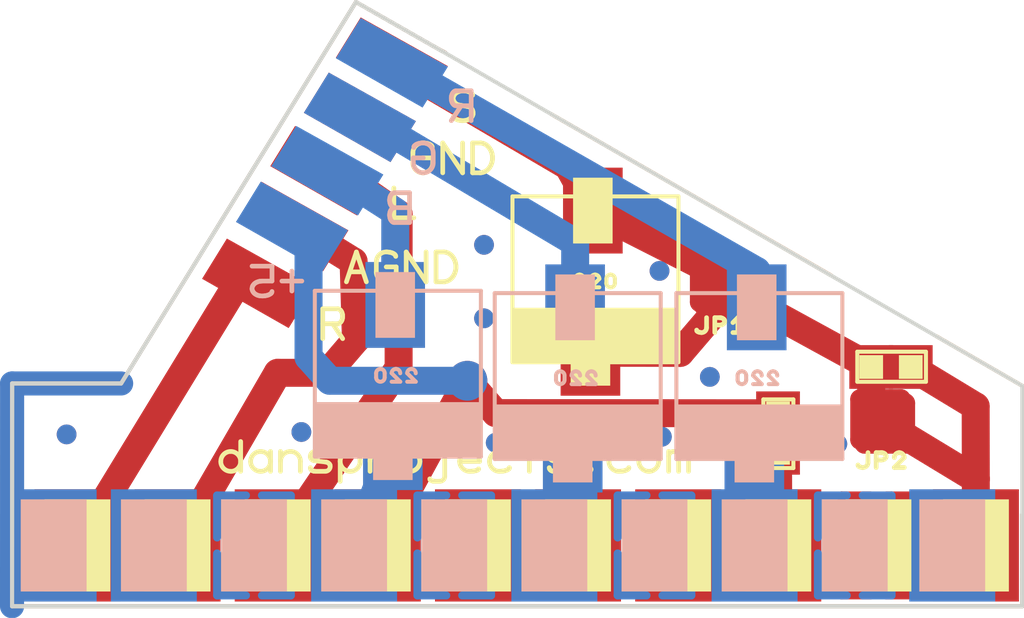
<source format=kicad_pcb>
(kicad_pcb (version 20211014) (generator pcbnew)

  (general
    (thickness 1.6)
  )

  (paper "A4")
  (layers
    (0 "F.Cu" signal)
    (31 "B.Cu" signal)
    (32 "B.Adhes" user "B.Adhesive")
    (33 "F.Adhes" user "F.Adhesive")
    (34 "B.Paste" user)
    (35 "F.Paste" user)
    (36 "B.SilkS" user "B.Silkscreen")
    (37 "F.SilkS" user "F.Silkscreen")
    (38 "B.Mask" user)
    (39 "F.Mask" user)
    (40 "Dwgs.User" user "User.Drawings")
    (41 "Cmts.User" user "User.Comments")
    (42 "Eco1.User" user "User.Eco1")
    (43 "Eco2.User" user "User.Eco2")
    (44 "Edge.Cuts" user)
  )

  (setup
    (pad_to_mask_clearance 0)
    (pcbplotparams
      (layerselection 0x00010fc_ffffffff)
      (disableapertmacros false)
      (usegerberextensions false)
      (usegerberattributes true)
      (usegerberadvancedattributes true)
      (creategerberjobfile true)
      (svguseinch false)
      (svgprecision 6)
      (excludeedgelayer true)
      (plotframeref false)
      (viasonmask false)
      (mode 1)
      (useauxorigin false)
      (hpglpennumber 1)
      (hpglpenspeed 20)
      (hpglpendiameter 15.000000)
      (dxfpolygonmode true)
      (dxfimperialunits true)
      (dxfusepcbnewfont true)
      (psnegative false)
      (psa4output false)
      (plotreference true)
      (plotvalue true)
      (plotinvisibletext false)
      (sketchpadsonfab false)
      (subtractmaskfromsilk false)
      (outputformat 1)
      (mirror false)
      (drillshape 1)
      (scaleselection 1)
      (outputdirectory "")
    )
  )

  (net 0 "")

  (gr_poly
    (pts
      (xy 7.9121 -4.445)
      (xy 4.65074 -4.445)
      (xy 4.65074 -0.18288)
      (xy 7.9121 -0.18288)
    ) (layer "F.Cu") (width 0) (fill solid) (tstamp 01f678fc-2823-4ede-8019-f4cd1e08929e))
  (gr_poly
    (pts
      (xy 30.71114 -4.445)
      (xy 27.44978 -4.445)
      (xy 27.44978 -0.18288)
      (xy 30.71114 -0.18288)
    ) (layer "F.Cu") (width 0) (fill solid) (tstamp 0ef512a1-0b86-4441-a5e6-18ee034b4a23))
  (gr_circle (center 31.32074 -6.16966) (end 31.69539 -6.16966) (layer "F.Cu") (width 0) (fill solid) (tstamp 155dd5f7-4a7a-4466-b505-d1d41518504c))
  (gr_poly
    (pts
      (xy 22.73046 -4.064)
      (xy 20.2311 -4.064)
      (xy 20.2311 -0.56388)
      (xy 22.73046 -0.56388)
    ) (layer "F.Cu") (width 0) (fill solid) (tstamp 1bea0f1d-166a-418b-ad9d-a9043fe4b45d))
  (gr_circle (center 17.91208 -13.73124) (end 18.28673 -13.73124) (layer "F.Cu") (width 0) (fill solid) (tstamp 20cd276e-8ea2-4da6-ae10-b3268b6f6e81))
  (gr_circle (center 24.66086 -6.44144) (end 25.03551 -6.44144) (layer "F.Cu") (width 0) (fill solid) (tstamp 2c43c808-44a6-4b0d-8586-86ea3b16caf8))
  (gr_circle (center 24.57196 -12.74064) (end 24.94661 -12.74064) (layer "F.Cu") (width 0) (fill solid) (tstamp 335365ce-7c04-4f67-a887-8fe80bf0d8b6))
  (gr_poly
    (pts
      (xy 34.12998 -4.064)
      (xy 31.63062 -4.064)
      (xy 31.63062 -0.56388)
      (xy 34.12998 -0.56388)
    ) (layer "F.Cu") (width 0) (fill solid) (tstamp 39771107-2d22-40cd-abeb-a7aee109fbd0))
  (gr_poly
    (pts
      (xy 34.5567 -9.54024)
      (xy 33.65754 -9.54024)
      (xy 33.65754 -8.64108)
      (xy 34.5567 -8.64108)
    ) (layer "F.Cu") (width 0) (fill solid) (tstamp 3c51ca3b-35d7-4068-9403-d68159509e45))
  (gr_poly
    (pts
      (xy 29.51988 -6.28142)
      (xy 28.62072 -6.28142)
      (xy 28.62072 -5.38226)
      (xy 29.51988 -5.38226)
    ) (layer "F.Cu") (width 0) (fill solid) (tstamp 42d23c4c-7b21-4150-b1d0-19d2a8828a3d))
  (gr_circle (center 2.0701 -6.53034) (end 2.44475 -6.53034) (layer "F.Cu") (width 0) (fill solid) (tstamp 44643c7c-ef70-4b50-b39f-67fd6c33edc8))
  (gr_poly
    (pts
      (xy 23.08225 -11.26236)
      (xy 20.81911 -11.26236)
      (xy 20.81911 -8.001)
      (xy 23.08225 -8.001)
    ) (layer "F.Cu") (width 0) (fill solid) (tstamp 4a4a157e-0857-44e1-be60-37a97c44df96))
  (gr_circle (center 17.28216 -8.56742) (end 18.03781 -8.56742) (layer "F.Cu") (width 0) (fill solid) (tstamp 514bcd85-bd0b-4c76-ad66-91dfb1b34a42))
  (gr_circle (center 10.98042 -6.62178) (end 11.35507 -6.62178) (layer "F.Cu") (width 0) (fill solid) (tstamp 542b7a00-00e5-4046-a354-6fe97b6b0558))
  (gr_poly
    (pts
      (xy 15.13078 -4.064)
      (xy 12.63142 -4.064)
      (xy 12.63142 -0.56388)
      (xy 15.13078 -0.56388)
    ) (layer "F.Cu") (width 0) (fill solid) (tstamp 5f4fef41-bdaa-4aef-a0bf-d4d82605ecb3))
  (gr_poly
    (pts
      (xy 9.4615 -16.13154)
      (xy 12.76604 -14.28242)
      (xy 11.80592 -12.72794)
      (xy 8.51662 -14.59992)
    ) (layer "F.Cu") (width 0) (fill solid) (tstamp 660c3836-1c91-4548-b1e4-29f6e4c178f0))
  (gr_poly
    (pts
      (xy 37.83076 -4.064)
      (xy 35.3314 -4.064)
      (xy 35.3314 -0.56388)
      (xy 37.83076 -0.56388)
    ) (layer "F.Cu") (width 0) (fill solid) (tstamp 676ddd10-8796-437b-9f0c-c40fcbf95c54))
  (gr_poly
    (pts
      (xy 13.23086 -22.36978)
      (xy 16.53794 -20.52066)
      (xy 15.57782 -18.96872)
      (xy 12.28852 -20.8407)
    ) (layer "F.Cu") (width 0) (fill solid) (tstamp 6c7c3875-c142-4910-8afd-90d5b3065a65))
  (gr_poly
    (pts
      (xy 23.11146 -4.445)
      (xy 19.8501 -4.445)
      (xy 19.8501 -0.18288)
      (xy 23.11146 -0.18288)
    ) (layer "F.Cu") (width 0) (fill solid) (tstamp 6cb03507-b96a-47f5-9c7c-3245118ea91f))
  (gr_poly
    (pts
      (xy 23.17369 -16.6624)
      (xy 20.91055 -16.6624)
      (xy 20.91055 -13.40104)
      (xy 23.17369 -13.40104)
    ) (layer "F.Cu") (width 0) (fill solid) (tstamp 707910e4-6ace-4f9d-9a6f-69269c2fb07d))
  (gr_poly
    (pts
      (xy 11.71194 -4.445)
      (xy 8.45058 -4.445)
      (xy 8.45058 -0.18288)
      (xy 11.71194 -0.18288)
    ) (layer "F.Cu") (width 0) (fill solid) (tstamp 70a42805-436f-4acc-8c99-686286621e34))
  (gr_poly
    (pts
      (xy 3.73126 -4.064)
      (xy 1.2319 -4.064)
      (xy 1.2319 -0.56388)
      (xy 3.73126 -0.56388)
    ) (layer "F.Cu") (width 0) (fill solid) (tstamp 7258eb4f-bdfd-4c87-9103-25ba1f7e8cf0))
  (gr_poly
    (pts
      (xy 19.31162 -4.445)
      (xy 16.05026 -4.445)
      (xy 16.05026 -0.18288)
      (xy 19.31162 -0.18288)
    ) (layer "F.Cu") (width 0) (fill solid) (tstamp 753bfc51-bf35-4368-9869-a40b25248851))
  (gr_poly
    (pts
      (xy 27.80538 -11.4046)
      (xy 26.26868 -11.4046)
      (xy 27.80538 -12.9413)
    ) (layer "F.Cu") (width 0) (fill solid) (tstamp 7da2039d-8953-465c-ad73-502cb36bae06))
  (gr_poly
    (pts
      (xy 22.70125 -10.88136)
      (xy 21.20011 -10.88136)
      (xy 21.20011 -8.382)
      (xy 22.70125 -8.382)
    ) (layer "F.Cu") (width 0) (fill solid) (tstamp 854feae7-40ea-477a-9c1f-ff93b53bf777))
  (gr_circle (center 18.35658 -6.21538) (end 18.73123 -6.21538) (layer "F.Cu") (width 0) (fill solid) (tstamp 8da031c2-79f4-43f7-880d-725f9acfda0a))
  (gr_poly
    (pts
      (xy 11.33094 -4.064)
      (xy 8.83158 -4.064)
      (xy 8.83158 -0.56388)
      (xy 11.33094 -0.56388)
    ) (layer "F.Cu") (width 0) (fill solid) (tstamp 9251a1f7-c587-45a5-82d6-c624c988b550))
  (gr_poly
    (pts
      (xy 18.93062 -4.064)
      (xy 16.43126 -4.064)
      (xy 16.43126 -0.56388)
      (xy 18.93062 -0.56388)
    ) (layer "F.Cu") (width 0) (fill solid) (tstamp a171d09e-81b6-4238-815c-0baf341aa9c5))
  (gr_poly
    (pts
      (xy 22.79269 -16.2814)
      (xy 21.29155 -16.2814)
      (xy 21.29155 -13.78204)
      (xy 22.79269 -13.78204)
    ) (layer "F.Cu") (width 0) (fill solid) (tstamp a1b75dc5-dbfd-4e82-a14e-09b5566aac03))
  (gr_poly
    (pts
      (xy 33.05556 -9.54024)
      (xy 32.1564 -9.54024)
      (xy 32.1564 -8.64108)
      (xy 33.05556 -8.64108)
    ) (layer "F.Cu") (width 0) (fill solid) (tstamp a3328252-20cf-4ae3-8b5b-b8d21d4c7bd5))
  (gr_poly
    (pts
      (xy 29.90088 -8.16356)
      (xy 28.23972 -8.16356)
      (xy 28.23972 -6.5024)
      (xy 29.90088 -6.5024)
    ) (layer "F.Cu") (width 0) (fill solid) (tstamp ae6ba84e-2a3f-4593-b309-249b6e7e0f6d))
  (gr_poly
    (pts
      (xy 34.9377 -9.92124)
      (xy 33.27654 -9.92124)
      (xy 33.27654 -8.26008)
      (xy 34.9377 -8.26008)
    ) (layer "F.Cu") (width 0) (fill solid) (tstamp b1b62bbe-9357-4aa4-a4a7-70e66064403a))
  (gr_poly
    (pts
      (xy 12.01928 -20.27428)
      (xy 15.32636 -18.4277)
      (xy 14.3637 -16.87322)
      (xy 11.0744 -18.7452)
    ) (layer "F.Cu") (width 0) (fill solid) (tstamp b6d024ba-edd2-4d5e-9ede-a6b12eec1806))
  (gr_poly
    (pts
      (xy 30.33014 -4.064)
      (xy 27.83078 -4.064)
      (xy 27.83078 -0.56388)
      (xy 30.33014 -0.56388)
    ) (layer "F.Cu") (width 0) (fill solid) (tstamp b8d002a9-6012-46cb-b16f-d6c577c0b141))
  (gr_poly
    (pts
      (xy 4.11226 -4.445)
      (xy 0.8509 -4.445)
      (xy 0.8509 -0.18288)
      (xy 4.11226 -0.18288)
    ) (layer "F.Cu") (width 0) (fill solid) (tstamp b977d3a2-8130-42ae-bcec-2bae87112fc8))
  (gr_poly
    (pts
      (xy 15.51178 -4.445)
      (xy 12.25042 -4.445)
      (xy 12.25042 -0.18288)
      (xy 15.51178 -0.18288)
    ) (layer "F.Cu") (width 0) (fill solid) (tstamp bbb789bb-2e21-49ad-915a-0b53036f7988))
  (gr_poly
    (pts
      (xy 29.51988 -7.78256)
      (xy 28.62072 -7.78256)
      (xy 28.62072 -6.8834)
      (xy 29.51988 -6.8834)
    ) (layer "F.Cu") (width 0) (fill solid) (tstamp c05a9373-3080-40ec-add1-4c1b7b038327))
  (gr_poly
    (pts
      (xy 26.9113 -4.445)
      (xy 23.64994 -4.445)
      (xy 23.64994 -0.18288)
      (xy 26.9113 -0.18288)
    ) (layer "F.Cu") (width 0) (fill solid) (tstamp c1702bc5-d67d-4294-9b78-9b138027e093))
  (gr_circle (center 26.48204 -8.71474) (end 26.85669 -8.71474) (layer "F.Cu") (width 0) (fill solid) (tstamp c3285505-2e97-4c96-a9db-fc44947d6607))
  (gr_poly
    (pts
      (xy 26.10612 -13.09116)
      (xy 27.64028 -13.09116)
      (xy 26.10612 -11.557)
    ) (layer "F.Cu") (width 0) (fill solid) (tstamp c6bfb037-acc1-4611-989d-d21966f2ac89))
  (gr_poly
    (pts
      (xy 8.1534 -13.97)
      (xy 11.46048 -12.12342)
      (xy 10.49782 -10.56894)
      (xy 7.21106 -12.44092)
    ) (layer "F.Cu") (width 0) (fill solid) (tstamp c9c9dd7f-c7e0-478e-94a3-ab2fb5334f92))
  (gr_poly
    (pts
      (xy 26.5303 -4.064)
      (xy 24.03094 -4.064)
      (xy 24.03094 -0.56388)
      (xy 26.5303 -0.56388)
    ) (layer "F.Cu") (width 0) (fill solid) (tstamp c9deccd9-613e-4229-9f55-083e1b4b2b0b))
  (gr_poly
    (pts
      (xy 32.19196 -7.86638)
      (xy 33.72612 -7.86638)
      (xy 32.19196 -6.33222)
    ) (layer "F.Cu") (width 0) (fill solid) (tstamp d324fa14-45f5-4367-8a1f-f52ef9bfa880))
  (gr_poly
    (pts
      (xy 33.43656 -9.92124)
      (xy 31.7754 -9.92124)
      (xy 31.7754 -8.26008)
      (xy 33.43656 -8.26008)
    ) (layer "F.Cu") (width 0) (fill solid) (tstamp d860a36a-8682-4667-b144-e12e22df0d1d))
  (gr_poly
    (pts
      (xy 29.90088 -6.66242)
      (xy 28.23972 -6.66242)
      (xy 28.23972 -5.00126)
      (xy 29.90088 -5.00126)
    ) (layer "F.Cu") (width 0) (fill solid) (tstamp dec5dd79-847d-4a95-a90e-2fa39e6af4ad))
  (gr_poly
    (pts
      (xy 7.5311 -4.064)
      (xy 5.03174 -4.064)
      (xy 5.03174 -0.56388)
      (xy 7.5311 -0.56388)
    ) (layer "F.Cu") (width 0) (fill solid) (tstamp dfcfd67a-174d-43f9-90cd-f4b31d29f1f3))
  (gr_poly
    (pts
      (xy 33.89122 -6.17982)
      (xy 32.35706 -6.17982)
      (xy 33.89122 -7.71652)
    ) (layer "F.Cu") (width 0) (fill solid) (tstamp ed3941d8-28d6-46fa-a634-51c5e1335e97))
  (gr_circle (center 17.28216 -8.56742) (end 17.65681 -8.56742) (layer "F.Cu") (width 0) (fill solid) (tstamp f0f11648-1efe-414a-9323-1890f5b39e33))
  (gr_circle (center 17.91208 -10.93978) (end 18.28673 -10.93978) (layer "F.Cu") (width 0) (fill solid) (tstamp f2cf852d-a8d2-4133-a70a-651866e513af))
  (gr_poly
    (pts
      (xy 38.21176 -4.445)
      (xy 34.9504 -4.445)
      (xy 34.9504 -0.18288)
      (xy 38.21176 -0.18288)
    ) (layer "F.Cu") (width 0) (fill solid) (tstamp f6700540-e0c3-46e2-ac0d-5658ce32d9bb))
  (gr_poly
    (pts
      (xy 10.74166 -18.24736)
      (xy 14.04874 -16.40078)
      (xy 13.08862 -14.8463)
      (xy 9.79932 -16.71828)
    ) (layer "F.Cu") (width 0) (fill solid) (tstamp fb003990-bbcc-4cdb-bfdb-84112faf6a50))
  (gr_poly
    (pts
      (xy 15.67307 -13.07846)
      (xy 13.40993 -13.07846)
      (xy 13.40993 -9.8171)
      (xy 15.67307 -9.8171)
    ) (layer "B.Cu") (width 0) (fill solid) (tstamp 065284d6-819f-4bf4-b176-bb5fe47d6463))
  (gr_poly
    (pts
      (xy 29.30271 -7.58698)
      (xy 27.03957 -7.58698)
      (xy 27.03957 -4.32562)
      (xy 29.30271 -4.32562)
    ) (layer "B.Cu") (width 0) (fill solid) (tstamp 07f11d1b-0cf3-4e37-9226-d34ca2e02244))
  (gr_poly
    (pts
      (xy 33.23082 -4.064)
      (xy 30.73146 -4.064)
      (xy 30.73146 -0.56388)
      (xy 33.23082 -0.56388)
    ) (layer "B.Cu") (width 0) (fill solid) (tstamp 0adbb91a-09ad-43f7-83fa-c189755c5669))
  (gr_poly
    (pts
      (xy 3.21056 -4.445)
      (xy -0.0508 -4.445)
      (xy -0.0508 -0.18288)
      (xy 3.21056 -0.18288)
    ) (layer "B.Cu") (width 0) (fill solid) (tstamp 16b0e212-0f2f-4845-8d82-412b3621dcdb))
  (gr_circle (center 24.57196 -12.74064) (end 24.94661 -12.74064) (layer "B.Cu") (width 0) (fill solid) (tstamp 19efa8be-0e93-4250-9701-0dabac803b67))
  (gr_poly
    (pts
      (xy 25.63114 -4.064)
      (xy 23.13178 -4.064)
      (xy 23.13178 -0.56388)
      (xy 25.63114 -0.56388)
    ) (layer "B.Cu") (width 0) (fill solid) (tstamp 1b4ef8d7-a744-4954-816e-58fe120506db))
  (gr_poly
    (pts
      (xy 22.02815 -7.20598)
      (xy 20.52701 -7.20598)
      (xy 20.52701 -4.70662)
      (xy 22.02815 -4.70662)
    ) (layer "B.Cu") (width 0) (fill solid) (tstamp 1d065029-a657-499d-8172-afdb0317b01c))
  (gr_poly
    (pts
      (xy 22.40915 -7.58698)
      (xy 20.14601 -7.58698)
      (xy 20.14601 -4.32562)
      (xy 22.40915 -4.32562)
    ) (layer "B.Cu") (width 0) (fill solid) (tstamp 232d8b4e-d0b9-48ed-94e1-f7c724367ffe))
  (gr_poly
    (pts
      (xy 36.9316 -4.064)
      (xy 34.43224 -4.064)
      (xy 34.43224 -0.56388)
      (xy 36.9316 -0.56388)
    ) (layer "B.Cu") (width 0) (fill solid) (tstamp 2e9fcc32-ea2b-4b7d-a500-08464b7222ff))
  (gr_poly
    (pts
      (xy 10.43178 -4.064)
      (xy 7.93242 -4.064)
      (xy 7.93242 -0.56388)
      (xy 10.43178 -0.56388)
    ) (layer "B.Cu") (width 0) (fill solid) (tstamp 33d8deb4-9cb1-405d-a3ae-9cdd23ffc3e2))
  (gr_poly
    (pts
      (xy 37.3126 -4.445)
      (xy 34.05124 -4.445)
      (xy 34.05124 -0.18288)
      (xy 37.3126 -0.18288)
    ) (layer "B.Cu") (width 0) (fill solid) (tstamp 45e41334-16ba-421d-9cf4-029ea37ce7f2))
  (gr_poly
    (pts
      (xy 2.82956 -4.064)
      (xy 0.3302 -4.064)
      (xy 0.3302 -0.56388)
      (xy 2.82956 -0.56388)
    ) (layer "B.Cu") (width 0) (fill solid) (tstamp 4638d8ca-6eb7-46ff-a1c2-326b1632321f))
  (gr_poly
    (pts
      (xy 29.01061 -12.60602)
      (xy 27.50947 -12.60602)
      (xy 27.50947 -10.10666)
      (xy 29.01061 -10.10666)
    ) (layer "B.Cu") (width 0) (fill solid) (tstamp 48a31048-3093-4a3d-9ed4-d873e20e2028))
  (gr_poly
    (pts
      (xy 29.81198 -4.445)
      (xy 26.55062 -4.445)
      (xy 26.55062 -0.18288)
      (xy 29.81198 -0.18288)
    ) (layer "B.Cu") (width 0) (fill solid) (tstamp 4caf0baa-05ca-43f4-ab32-8e912e0ead99))
  (gr_poly
    (pts
      (xy 12.01928 -20.27428)
      (xy 15.32636 -18.4277)
      (xy 14.3637 -16.87322)
      (xy 11.0744 -18.7452)
    ) (layer "B.Cu") (width 0) (fill solid) (tstamp 5708bf7e-f629-4e39-9b67-0bb1f332dde3))
  (gr_poly
    (pts
      (xy 29.43098 -4.064)
      (xy 26.93162 -4.064)
      (xy 26.93162 -0.56388)
      (xy 29.43098 -0.56388)
    ) (layer "B.Cu") (width 0) (fill solid) (tstamp 5a1621a0-931a-4c22-a3ee-fc8b66783801))
  (gr_poly
    (pts
      (xy 9.43864 -16.13154)
      (xy 12.74572 -14.28242)
      (xy 11.7856 -12.72794)
      (xy 8.4963 -14.59992)
    ) (layer "B.Cu") (width 0) (fill solid) (tstamp 65936563-0579-4653-a2b3-37ce4e2ef5c3))
  (gr_poly
    (pts
      (xy 15.29207 -12.69746)
      (xy 13.79093 -12.69746)
      (xy 13.79093 -10.1981)
      (xy 15.29207 -10.1981)
    ) (layer "B.Cu") (width 0) (fill solid) (tstamp 66dd84a6-a122-4c5f-b4ad-3d49ef43538a))
  (gr_circle (center 17.28216 -8.56742) (end 18.03781 -8.56742) (layer "B.Cu") (width 0) (fill solid) (tstamp 70046e82-ad03-4811-b6fa-df09300413e7))
  (gr_circle (center 18.35658 -6.21538) (end 18.73123 -6.21538) (layer "B.Cu") (width 0) (fill solid) (tstamp 7770e023-1a95-4ea6-94ce-fba582b955be))
  (gr_circle (center 31.32074 -6.16966) (end 31.69539 -6.16966) (layer "B.Cu") (width 0) (fill solid) (tstamp 799423e7-88b3-49db-9046-1ca118fc74e1))
  (gr_poly
    (pts
      (xy 22.50059 -12.98702)
      (xy 20.23745 -12.98702)
      (xy 20.23745 -9.72566)
      (xy 22.50059 -9.72566)
    ) (layer "B.Cu") (width 0) (fill solid) (tstamp 7e7e5008-cb4a-4ca8-b9d7-76210a5c261a))
  (gr_circle (center 10.98042 -6.62178) (end 11.35507 -6.62178) (layer "B.Cu") (width 0) (fill solid) (tstamp 80ba7f56-5f22-48cd-bbfd-adc220ca6404))
  (gr_poly
    (pts
      (xy 15.20317 -7.29742)
      (xy 13.70203 -7.29742)
      (xy 13.70203 -4.79806)
      (xy 15.20317 -4.79806)
    ) (layer "B.Cu") (width 0) (fill solid) (tstamp 82574317-0f11-42f4-9077-477ab74b215f))
  (gr_circle (center 2.0701 -6.53034) (end 2.44475 -6.53034) (layer "B.Cu") (width 0) (fill solid) (tstamp 86beb909-e2c9-402b-82fe-a9e39f40f17d))
  (gr_poly
    (pts
      (xy 29.39161 -12.98702)
      (xy 27.12847 -12.98702)
      (xy 27.12847 -9.72566)
      (xy 29.39161 -9.72566)
    ) (layer "B.Cu") (width 0) (fill solid) (tstamp 8c9e6271-b1e6-49c7-ac9d-b8839e20d7f7))
  (gr_poly
    (pts
      (xy 14.23162 -4.064)
      (xy 11.73226 -4.064)
      (xy 11.73226 -0.56388)
      (xy 14.23162 -0.56388)
    ) (layer "B.Cu") (width 0) (fill solid) (tstamp 9026a4b4-86c0-486a-9dc4-a494e44cf9b4))
  (gr_circle (center 17.91208 -10.93978) (end 18.28673 -10.93978) (layer "B.Cu") (width 0) (fill solid) (tstamp 95824bdd-1946-40e6-865d-79be778aa035))
  (gr_poly
    (pts
      (xy 28.92171 -7.20598)
      (xy 27.42057 -7.20598)
      (xy 27.42057 -4.70662)
      (xy 28.92171 -4.70662)
    ) (layer "B.Cu") (width 0) (fill solid) (tstamp 972ab875-a953-4108-990d-5d22fe042f33))
  (gr_poly
    (pts
      (xy 7.01294 -4.445)
      (xy 3.75158 -4.445)
      (xy 3.75158 -0.18288)
      (xy 7.01294 -0.18288)
    ) (layer "B.Cu") (width 0) (fill solid) (tstamp abadfaaa-298a-4142-b26b-7b5f7bff8800))
  (gr_poly
    (pts
      (xy 10.78484 -18.24736)
      (xy 14.09192 -16.40078)
      (xy 13.12926 -14.8463)
      (xy 9.83996 -16.71828)
    ) (layer "B.Cu") (width 0) (fill solid) (tstamp afe4a6d2-042a-490c-8c9c-0a430c07f89f))
  (gr_circle (center 24.66086 -6.44144) (end 25.03551 -6.44144) (layer "B.Cu") (width 0) (fill solid) (tstamp b645d8dc-d8d4-4b55-8da9-9626bdfc10b5))
  (gr_poly
    (pts
      (xy 22.2123 -4.445)
      (xy 18.95094 -4.445)
      (xy 18.95094 -0.18288)
      (xy 22.2123 -0.18288)
    ) (layer "B.Cu") (width 0) (fill solid) (tstamp b89e80e7-45f2-45dc-944f-48a966132f0d))
  (gr_poly
    (pts
      (xy 15.58417 -7.67842)
      (xy 13.32103 -7.67842)
      (xy 13.32103 -4.41706)
      (xy 15.58417 -4.41706)
    ) (layer "B.Cu") (width 0) (fill solid) (tstamp c36f80bd-836a-4ddd-85df-6f6cde52366c))
  (gr_poly
    (pts
      (xy 6.63194 -4.064)
      (xy 4.13258 -4.064)
      (xy 4.13258 -0.56388)
      (xy 6.63194 -0.56388)
    ) (layer "B.Cu") (width 0) (fill solid) (tstamp d5eb36b6-7c4d-473d-bdbc-9ee2029e3f5a))
  (gr_poly
    (pts
      (xy 21.8313 -4.064)
      (xy 19.33194 -4.064)
      (xy 19.33194 -0.56388)
      (xy 21.8313 -0.56388)
    ) (layer "B.Cu") (width 0) (fill solid) (tstamp da32bea0-001e-4466-b858-bc0e11053294))
  (gr_circle (center 17.28216 -8.56742) (end 17.65681 -8.56742) (layer "B.Cu") (width 0) (fill solid) (tstamp e003fac6-c7fa-4f3b-82e8-0fb86eed7e8b))
  (gr_circle (center 17.91208 -13.73124) (end 18.28673 -13.73124) (layer "B.Cu") (width 0) (fill solid) (tstamp eea5d48d-12b6-4288-81eb-97b901613c49))
  (gr_poly
    (pts
      (xy 13.23594 -22.34438)
      (xy 16.54048 -20.4978)
      (xy 15.58036 -18.94332)
      (xy 12.29106 -20.8153)
    ) (layer "B.Cu") (width 0) (fill solid) (tstamp eee2e629-afdb-4e6a-b684-6f5b10b8173d))
  (gr_poly
    (pts
      (xy 14.61262 -4.445)
      (xy 11.35126 -4.445)
      (xy 11.35126 -0.18288)
      (xy 14.61262 -0.18288)
    ) (layer "B.Cu") (width 0) (fill solid) (tstamp f1d3c94f-8486-45ae-ae46-59d778cb1063))
  (gr_poly
    (pts
      (xy 22.11959 -12.60602)
      (xy 20.61845 -12.60602)
      (xy 20.61845 -10.10666)
      (xy 22.11959 -10.10666)
    ) (layer "B.Cu") (width 0) (fill solid) (tstamp f797e504-68d0-4384-a874-3c4c51166fa6))
  (gr_circle (center 26.48204 -8.71474) (end 26.85669 -8.71474) (layer "B.Cu") (width 0) (fill solid) (tstamp f95554a1-0f5a-4b9b-b4fb-beb268095c26))
  (gr_poly
    (pts
      (xy 18.03146 -4.064)
      (xy 15.5321 -4.064)
      (xy 15.5321 -0.56388)
      (xy 18.03146 -0.56388)
    ) (layer "B.Cu") (width 0) (fill solid) (tstamp ffc7a251-b194-4d6d-a3e0-38e6f81cae62))
  (gr_line (start 17.7927 -11.98626) (end 17.7927 -5.68706) (layer "B.SilkS") (width 0.1524) (tstamp 015fdde3-6362-4b3c-803a-93d7fdbcd8db))
  (gr_arc (start 21.98624 -8.9281) (mid 22.101187 -8.880487) (end 22.1488 -8.76554) (layer "B.SilkS") (width 0.1524) (tstamp 0181ac5d-1135-4919-a605-7d0a01f77b7f))
  (gr_line (start 25.21204 -5.59816) (end 25.21204 -11.89736) (layer "B.SilkS") (width 0.1524) (tstamp 02818aae-c265-4866-9ec9-15062ebd84af))
  (gr_line (start 9.38022 -11.7983) (end 9.41578 -11.79322) (layer "B.SilkS") (width 0.1778) (tstamp 033cbede-3b26-4ba4-b8e0-e3b496f33952))
  (gr_line (start 15.08506 -14.57706) (end 15.08506 -15.7099) (layer "B.SilkS") (width 0.1778) (tstamp 04b153f7-cff6-4783-ac14-023cfd54cd39))
  (gr_line (start 11.49096 -11.98626) (end 17.7927 -11.98626) (layer "B.SilkS") (width 0.1524) (tstamp 068b1ad2-8d22-4472-a0a3-5e9310ce539c))
  (gr_line (start 21.55698 -8.44042) (end 21.2344 -8.44042) (layer "B.SilkS") (width 0.1524) (tstamp 0972d366-ec18-4d01-ad03-b5c8a7054726))
  (gr_line (start 14.35608 -15.00632) (end 14.34338 -14.9733) (layer "B.SilkS") (width 0.1778) (tstamp 09c32c61-543f-4319-b668-664db2a8deff))
  (gr_line (start 16.83258 -19.57832) (end 16.80972 -19.5707) (layer "B.SilkS") (width 0.1778) (tstamp 0a0f5079-77a4-4f69-845e-e212f5e3df9f))
  (gr_line (start 13.8176 -8.85444) (end 13.8176 -8.69442) (layer "B.SilkS") (width 0.1524) (tstamp 0a745ef1-2bc1-4091-bd21-afe584336b53))
  (gr_line (start 16.67002 -19.33956) (end 16.67002 -19.29638) (layer "B.SilkS") (width 0.1778) (tstamp 0c1a2dd4-d005-4677-a138-ac2242e6ac15))
  (gr_arc (start 28.87726 -8.9281) (mid 28.992207 -8.880487) (end 29.03982 -8.76554) (layer "B.SilkS") (width 0.1524) (tstamp 0c5370b9-3a7b-4a19-ad6d-d9cb711d598b))
  (gr_line (start 9.13892 -11.96086) (end 9.15416 -11.93546) (layer "B.SilkS") (width 0.1778) (tstamp 0e6a8ff9-5d82-48f5-9790-4129a98da98f))
  (gr_arc (start 13.98016 -8.53186) (mid 13.865213 -8.579473) (end 13.8176 -8.69442) (layer "B.SilkS") (width 0.1524) (tstamp 0f1e3347-cab6-4aae-89b0-deca22044a51))
  (gr_line (start 16.69542 -19.44116) (end 16.68526 -19.41068) (layer "B.SilkS") (width 0.1778) (tstamp 117200a9-dd39-4954-91d4-4e36754ac12d))
  (gr_line (start 14.51864 -15.14348) (end 15.08506 -15.14348) (layer "B.SilkS") (width 0.1778) (tstamp 13de6061-ab97-41e3-ad39-59427a1f5c31))
  (gr_poly
    (pts
      (xy 21.8313 -4.064)
      (xy 19.33194 -4.064)
      (xy 19.33194 -0.56388)
      (xy 21.8313 -0.56388)
    ) (layer "B.SilkS") (width 0) (fill solid) (tstamp 15b4be57-af81-4a97-ba62-487b2c184cda))
  (gr_line (start 20.4724 -18.68932) (end 31.07944 -12.573) (layer "B.SilkS") (width 0.1524) (tstamp 170b98b9-c054-41b9-b1d2-4f42de7b97b2))
  (gr_line (start 9.41578 -11.79322) (end 9.4869 -11.78814) (layer "B.SilkS") (width 0.1778) (tstamp 182174f7-e017-4cb6-b362-8e7759011b0e))
  (gr_line (start 17.4244 -18.44802) (end 17.4244 -19.58086) (layer "B.SilkS") (width 0.1778) (tstamp 183c547e-e5a9-46d6-b636-ae7c92be8841))
  (gr_line (start 14.49324 -15.14094) (end 14.47038 -15.13332) (layer "B.SilkS") (width 0.1778) (tstamp 18804569-7289-467a-aa5a-970b245dbd20))
  (gr_line (start 14.35608 -15.57274) (end 14.34338 -15.53972) (layer "B.SilkS") (width 0.1778) (tstamp 1961dd12-2620-448e-bb4c-51e83d5585e6))
  (gr_line (start 17.04594 -19.01444) (end 16.67002 -18.44802) (layer "B.SilkS") (width 0.1778) (tstamp 19a564b2-ec67-49e0-a435-f3333032c375))
  (gr_line (start 10.9982 -12.35456) (end 10.24128 -12.35456) (layer "B.SilkS") (width 0.1778) (tstamp 1a299562-0911-4a0c-828e-52504f9adf44))
  (gr_line (start 9.63168 -11.80084) (end 9.6647 -11.80846) (layer "B.SilkS") (width 0.1778) (tstamp 1a2ddfc0-60a1-4d0f-a66a-6b5d95c33efd))
  (gr_line (start 15.60576 -17.03324) (end 15.22984 -17.03324) (layer "B.SilkS") (width 0.1778) (tstamp 1a7ebe74-0668-4a89-8dac-029891a79c40))
  (gr_poly
    (pts
      (xy 15.29207 -12.69746)
      (xy 13.79093 -12.69746)
      (xy 13.79093 -10.1981)
      (xy 15.29207 -10.1981)
    ) (layer "B.SilkS") (width 0) (fill solid) (tstamp 1b28ec0d-7ee6-403c-9055-befba8be1208))
  (gr_line (start 14.33576 -15.3543) (end 14.34338 -15.32128) (layer "B.SilkS") (width 0.1778) (tstamp 1bb1c8f3-a264-4cd1-9210-8a916c96406a))
  (gr_line (start 9.59612 -11.79576) (end 9.63168 -11.80084) (layer "B.SilkS") (width 0.1778) (tstamp 1c02964a-338f-403d-a390-5be4b2fed6b6))
  (gr_line (start 16.764 -19.54276) (end 16.74368 -19.52244) (layer "B.SilkS") (width 0.1778) (tstamp 1d68f998-423a-4088-a3ca-6ed35444e0fe))
  (gr_line (start 14.99616 -8.85444) (end 15.32128 -8.53186) (layer "B.SilkS") (width 0.1524) (tstamp 1e359f73-a193-4a3b-8364-9c1ce42b7d63))
  (gr_poly
    (pts
      (xy 36.9316 -4.064)
      (xy 34.43224 -4.064)
      (xy 34.43224 -0.56388)
      (xy 36.9316 -0.56388)
    ) (layer "B.SilkS") (width 0) (fill solid) (tstamp 20d4b05d-517f-4dab-a0a5-754876087118))
  (gr_line (start 9.80186 -11.86434) (end 9.82218 -11.87958) (layer "B.SilkS") (width 0.1778) (tstamp 21dece81-9f9f-4710-8f98-d2833ba12348))
  (gr_line (start 14.4018 -14.63802) (end 14.42212 -14.6177) (layer "B.SilkS") (width 0.1778) (tstamp 21e5169b-a92a-4f47-b6af-98ad1a97b369))
  (gr_line (start 9.86536 -12.35456) (end 9.4869 -12.35456) (layer "B.SilkS") (width 0.1778) (tstamp 22b07334-c0b4-4f72-9a05-0fc46b702076))
  (gr_line (start 16.70812 -19.1262) (end 16.72336 -19.09826) (layer "B.SilkS") (width 0.1778) (tstamp 235e2d07-2cc2-469b-9f21-3b4a8ec04351))
  (gr_line (start 15.2654 -17.48536) (end 15.25524 -17.46758) (layer "B.SilkS") (width 0.1778) (tstamp 2769e8bb-9cc5-416e-85da-b29d55ceaba8))
  (gr_line (start 16.67002 -19.29638) (end 16.67002 -19.26082) (layer "B.SilkS") (width 0.1778) (tstamp 28443b8d-4fa2-4e93-8a2d-32615a027d98))
  (gr_line (start 15.29842 -17.51584) (end 15.28064 -17.5006) (layer "B.SilkS") (width 0.1778) (tstamp 288c15c4-0aed-4e40-8c19-4cb47d176922))
  (gr_line (start 9.2456 -12.28852) (end 9.21766 -12.27074) (layer "B.SilkS") (width 0.1778) (tstamp 2943a62b-6642-433f-b534-65ab86afb1c2))
  (gr_line (start 9.1948 -11.88974) (end 9.2202 -11.86942) (layer "B.SilkS") (width 0.1778) (tstamp 2979c0b8-321a-48db-bb46-fc73341707fc))
  (gr_line (start 16.67002 -19.26082) (end 16.6751 -19.22526) (layer "B.SilkS") (width 0.1778) (tstamp 298b7feb-5289-4c0d-8e5f-7b746aab5215))
  (gr_arc (start 20.80768 -8.44042) (mid 20.692733 -8.488033) (end 20.64512 -8.60298) (layer "B.SilkS") (width 0.1524) (tstamp 2a0210f0-2eb5-47aa-b2a1-26714f0ec030))
  (gr_line (start 9.11606 -12.12342) (end 9.10844 -12.07008) (layer "B.SilkS") (width 0.1778) (tstamp 2ab213ff-5f03-4a22-b325-b0494562404a))
  (gr_poly
    (pts
      (xy 29.01061 -12.60602)
      (xy 27.50947 -12.60602)
      (xy 27.50947 -10.10666)
      (xy 29.01061 -10.10666)
    ) (layer "B.SilkS") (width 0) (fill solid) (tstamp 2c010760-3cb7-4437-8abe-8bbf2960bcd1))
  (gr_line (start 18.31848 -5.59816) (end 18.31848 -11.89736) (layer "B.SilkS") (width 0.1524) (tstamp 2c1bd2c0-18cc-4881-be4d-153dd86d5f8f))
  (gr_line (start 16.85798 -19.01444) (end 17.4244 -19.01444) (layer "B.SilkS") (width 0.1778) (tstamp 2cbdf3df-fe0b-4d3f-9ec8-b16ec77383a0))
  (gr_line (start 9.56056 -11.79068) (end 9.59612 -11.79576) (layer "B.SilkS") (width 0.1778) (tstamp 2e8fe94c-c511-4e3a-b3d6-5d1668cf5e96))
  (gr_line (start 16.80972 -19.5707) (end 16.78686 -19.56054) (layer "B.SilkS") (width 0.1778) (tstamp 2f4f35e0-54c1-47d8-86d2-a71a64e3e4a0))
  (gr_line (start 9.4869 -11.78814) (end 9.525 -11.78814) (layer "B.SilkS") (width 0.1778) (tstamp 2f67c0f1-3616-44a4-a440-f4f580cc1dc8))
  (gr_line (start 16.69288 -19.15668) (end 16.70812 -19.1262) (layer "B.SilkS") (width 0.1778) (tstamp 2fc2f762-0c15-4dce-8490-5301e9b0afd5))
  (gr_line (start 28.45054 -8.44042) (end 28.12542 -8.44042) (layer "B.SilkS") (width 0.1524) (tstamp 30ac12ea-77c2-4554-90af-068f91827332))
  (gr_line (start 14.4653 -14.58722) (end 14.4907 -14.5796) (layer "B.SilkS") (width 0.1778) (tstamp 317abb46-f159-4369-8768-98e6b9bc7c79))
  (gr_line (start 9.24814 -11.85164) (end 9.27862 -11.83386) (layer "B.SilkS") (width 0.1778) (tstamp 318e3ee1-545e-483c-b85e-0d937263ab0f))
  (gr_line (start 38.3413 -0.00508) (end 38.33876 -3.4925) (layer "B.SilkS") (width 0.1524) (tstamp 323d8ae1-3453-4062-8c65-2e117a32f576))
  (gr_line (start 20.9677 -8.60298) (end 20.9677 -8.76554) (layer "B.SilkS") (width 0.1524) (tstamp 3337cf66-b9d2-462d-8a75-b82caafb2272))
  (gr_line (start 16.78178 -19.0373) (end 16.80464 -19.0246) (layer "B.SilkS") (width 0.1778) (tstamp 376b493f-4e27-41ef-8300-e3aa4169591e))
  (gr_arc (start 27.53614 -8.76554) (mid 27.583753 -8.880487) (end 27.6987 -8.9281) (layer "B.SilkS") (width 0.1524) (tstamp 37b6a82b-17e9-4c8b-b2cf-0172628bf64a))
  (gr_line (start 9.12622 -11.9888) (end 9.13892 -11.96086) (layer "B.SilkS") (width 0.1778) (tstamp 38bfc9fb-34d2-4e3e-8292-629b530b0182))
  (gr_line (start 14.38656 -15.0622) (end 14.36878 -15.0368) (layer "B.SilkS") (width 0.1778) (tstamp 3a28f831-5191-4f73-9887-264653912ffb))
  (gr_line (start 15.5702 -17.59966) (end 15.5321 -17.59712) (layer "B.SilkS") (width 0.1778) (tstamp 3c378184-5571-49d7-a74f-fc65b88d36c8))
  (gr_line (start 16.78686 -19.56054) (end 16.764 -19.54276) (layer "B.SilkS") (width 0.1778) (tstamp 3e7d6267-df9d-4e24-aff9-64c7ab791b5c))
  (gr_line (start 16.74368 -19.52244) (end 16.7259 -19.49958) (layer "B.SilkS") (width 0.1778) (tstamp 3f3d20d5-2364-43a2-a1fa-d57553c91662))
  (gr_line (start 9.4488 -12.35202) (end 9.41324 -12.34948) (layer "B.SilkS") (width 0.1778) (tstamp 3f5195b7-f581-4f3e-a7ab-6e039082db0c))
  (gr_line (start 9.17448 -11.9126) (end 9.1948 -11.88974) (layer "B.SilkS") (width 0.1778) (tstamp 40b0d046-ca8d-4a2c-bd78-91d667dfcf50))
  (gr_line (start 14.34338 -15.32128) (end 14.35354 -15.28826) (layer "B.SilkS") (width 0.1778) (tstamp 43ec435d-b8d3-4b55-a274-a69876323f2d))
  (gr_arc (start 21.2344 -8.76554) (mid 21.282013 -8.880487) (end 21.39696 -8.9281) (layer "B.SilkS") (width 0.1524) (tstamp 4467f34b-2bed-4030-b941-78ff2ca5aff7))
  (gr_arc (start 15.60576 -17.59966) (mid 15.871576 -17.489556) (end 15.98168 -17.22374) (layer "B.SilkS") (width 0.1778) (tstamp 455290e8-d53e-4d36-995a-b6a4072e7149))
  (gr_line (start 9.15416 -11.93546) (end 9.17448 -11.9126) (layer "B.SilkS") (width 0.1778) (tstamp 458b514f-bfe4-41f1-b6e9-0ba6c087d6f3))
  (gr_line (start 0.00254 -8.46582) (end 0 -0.00508) (layer "B.SilkS") (width 0.1524) (tstamp 46011976-22b2-4ca1-88b4-7c95f0d2bd6d))
  (gr_line (start 15.46098 -17.58696) (end 15.42796 -17.57934) (layer "B.SilkS") (width 0.1778) (tstamp 4645cc3d-f9dd-4457-8a85-da99ccad81df))
  (gr_line (start 13.05052 -22.95398) (end 4.1402 -8.46582) (layer "B.SilkS") (width 0.1524) (tstamp 46c68989-9a16-44a5-8dc9-12b3918a4099))
  (gr_line (start 14.4653 -15.15364) (end 14.4907 -15.14602) (layer "B.SilkS") (width 0.1778) (tstamp 47892054-92ff-4c42-8998-48942504fbe4))
  (gr_arc (start 14.99616 -8.85444) (mid 15.043773 -8.969387) (end 15.15872 -9.017) (layer "B.SilkS") (width 0.1524) (tstamp 485496de-3dbc-456f-8b0d-61b944fd2be2))
  (gr_line (start 9.34466 -11.80846) (end 9.38022 -11.7983) (layer "B.SilkS") (width 0.1778) (tstamp 4ac51532-ec36-4f45-9be6-bec4cb443432))
  (gr_arc (start 15.98422 -16.84528) (mid 15.873372 -16.577668) (end 15.60576 -16.46682) (layer "B.SilkS") (width 0.1778) (tstamp 51626014-804b-4e11-88f0-dff689efcbfc))
  (gr_line (start 16.7259 -19.49958) (end 16.70812 -19.47164) (layer "B.SilkS") (width 0.1778) (tstamp 5196eb99-a300-4880-9b0b-9672e2615538))
  (gr_line (start 20.64512 -8.76554) (end 20.64512 -8.60298) (layer "B.SilkS") (width 0.1524) (tstamp 540bcad4-6aaa-4d4c-b747-363f06ae13ed))
  (gr_poly
    (pts
      (xy 33.23082 -4.064)
      (xy 30.73146 -4.064)
      (xy 30.73146 -0.56388)
      (xy 33.23082 -0.56388)
    ) (layer "B.SilkS") (width 0) (fill solid) (tstamp 541a70d3-eebc-4834-b6bd-7d9b4ef470fc))
  (gr_line (start 16.70812 -19.47164) (end 16.69542 -19.44116) (layer "B.SilkS") (width 0.1778) (tstamp 55766797-a3f5-41ad-b739-06660ec8e77c))
  (gr_line (start 14.4907 -15.14602) (end 14.51864 -15.14348) (layer "B.SilkS") (width 0.1778) (tstamp 5591d767-d7bd-4c7f-9a73-e3d0c0c2e094))
  (gr_line (start 14.33576 -14.93774) (end 14.33068 -14.90218) (layer "B.SilkS") (width 0.1778) (tstamp 56d55d78-edb5-4239-8f62-0f1e4c44edab))
  (gr_line (start 24.61768 -5.59816) (end 18.31848 -5.59816) (layer "B.SilkS") (width 0.1524) (tstamp 577b3d5c-386e-4cf6-a78c-a8917a73a9ec))
  (gr_line (start 9.82218 -11.87958) (end 9.83742 -11.89482) (layer "B.SilkS") (width 0.1778) (tstamp 584d7650-1f21-43f3-87a5-e2e29d0caa1b))
  (gr_line (start 9.34212 -12.3317) (end 9.30656 -12.319) (layer "B.SilkS") (width 0.1778) (tstamp 587b9b15-db1d-4b65-a023-d17e95919ce9))
  (gr_poly
    (pts
      (xy 14.23162 -4.064)
      (xy 11.73226 -4.064)
      (xy 11.73226 -0.56388)
      (xy 14.23162 -0.56388)
    ) (layer "B.SilkS") (width 0) (fill solid) (tstamp 58a8dec7-36d5-46d5-ac9e-d5e60841db69))
  (gr_line (start 17.7927 -5.68706) (end 11.49096 -5.68706) (layer "B.SilkS") (width 0.1524) (tstamp 58d68773-ea13-4f5a-8483-3549b50b54c3))
  (gr_line (start 16.6751 -19.22526) (end 16.68272 -19.1897) (layer "B.SilkS") (width 0.1778) (tstamp 58dd50cc-9917-451b-a469-4672e400e4a4))
  (gr_line (start 9.779 -11.85164) (end 9.80186 -11.86434) (layer "B.SilkS") (width 0.1778) (tstamp 5910ac09-f6a0-4a9c-84f5-78b353b396bc))
  (gr_line (start 16.85798 -19.58086) (end 16.83258 -19.57832) (layer "B.SilkS") (width 0.1778) (tstamp 5acdd67f-d741-4dc4-a34d-6063231b8449))
  (gr_line (start 38.3413 -8.37438) (end 35.0901 -10.25398) (layer "B.SilkS") (width 0.1524) (tstamp 5b670122-1085-4df6-b109-1e61fec2cff9))
  (gr_poly
    (pts
      (xy 18.30832 -7.66826)
      (xy 24.60752 -7.66826)
      (xy 24.60752 -5.59816)
      (xy 18.30832 -5.59816)
    ) (layer "B.SilkS") (width 0) (fill solid) (tstamp 5ea75a0d-a740-472f-9c57-b58c9fadaab1))
  (gr_line (start 16.68526 -19.41068) (end 16.6751 -19.37512) (layer "B.SilkS") (width 0.1778) (tstamp 5fd937c8-0502-47f2-9591-bc6d56508fd8))
  (gr_line (start 14.33068 -15.4686) (end 14.32814 -15.42796) (layer "B.SilkS") (width 0.1778) (tstamp 601ff320-8dfd-4db5-96e5-b2c5f1bc4dee))
  (gr_line (start 9.10844 -12.92098) (end 9.86536 -12.92098) (layer "B.SilkS") (width 0.1778) (tstamp 63597a76-4bb8-4a24-b0e5-ac4f133012ab))
  (gr_line (start 9.2202 -11.86942) (end 9.24814 -11.85164) (layer "B.SilkS") (width 0.1778) (tstamp 63e66996-4834-46da-bcb0-19b6018fe301))
  (gr_line (start 14.33576 -15.50416) (end 14.33068 -15.4686) (layer "B.SilkS") (width 0.1778) (tstamp 6575f079-ba83-4523-90e1-45127be7a66d))
  (gr_line (start 9.15162 -12.20216) (end 9.13638 -12.17676) (layer "B.SilkS") (width 0.1778) (tstamp 661470e1-3874-4891-a867-5d803dee54da))
  (gr_line (start 9.11098 -12.04214) (end 9.11606 -12.0142) (layer "B.SilkS") (width 0.1778) (tstamp 6716ee26-bd63-4861-a806-048d2291229d))
  (gr_line (start 15.08506 -15.7099) (end 14.51864 -15.7099) (layer "B.SilkS") (width 0.1778) (tstamp 67809414-efdb-43da-83dc-26d0e12b7455))
  (gr_line (start 14.34338 -14.9733) (end 14.33576 -14.93774) (layer "B.SilkS") (width 0.1778) (tstamp 68850cf7-7ce3-4256-bd3c-4d21a3120c29))
  (gr_line (start 31.51124 -11.89736) (end 31.51124 -5.59816) (layer "B.SilkS") (width 0.1524) (tstamp 6c2aaf99-ec84-436b-b58c-ec16f9863ce9))
  (gr_arc (start 13.8176 -8.85444) (mid 13.865213 -8.969387) (end 13.98016 -9.017) (layer "B.SilkS") (width 0.1524) (tstamp 6f2acd00-7786-40c9-9ba6-0845b85df284))
  (gr_arc (start 20.9677 -8.60298) (mid 20.920831 -8.489829) (end 20.80768 -8.44296) (layer "B.SilkS") (width 0.1524) (tstamp 6fef970b-41fd-428c-9e5e-c36280b3e17b))
  (gr_line (start 28.71724 -8.76554) (end 29.03982 -8.44042) (layer "B.SilkS") (width 0.1524) (tstamp 6ffd65a2-73b2-4089-b8c6-226e38fd32a7))
  (gr_line (start 14.47038 -15.13332) (end 14.44752 -15.12316) (layer "B.SilkS") (width 0.1778) (tstamp 701a281a-b675-4129-bb91-83dc0a485c8c))
  (gr_line (start 14.51864 -15.14348) (end 14.49324 -15.14094) (layer "B.SilkS") (width 0.1778) (tstamp 7027927d-30d5-444e-8a42-29197112248c))
  (gr_line (start 14.33576 -14.78788) (end 14.34338 -14.75232) (layer "B.SilkS") (width 0.1778) (tstamp 72ea80f0-48a9-46d0-9624-c292b8273f50))
  (gr_poly
    (pts
      (xy 15.20317 -7.29742)
      (xy 13.70203 -7.29742)
      (xy 13.70203 -4.79806)
      (xy 15.20317 -4.79806)
    ) (layer "B.SilkS") (width 0) (fill solid) (tstamp 7387bef4-82b1-4e46-a9e1-611fb31eab63))
  (gr_line (start 15.49654 -17.59204) (end 15.46098 -17.58696) (layer "B.SilkS") (width 0.1778) (tstamp 747f4039-a474-4e52-aca6-6e874a068a47))
  (gr_line (start 14.4907 -14.5796) (end 14.51864 -14.57706) (layer "B.SilkS") (width 0.1778) (tstamp 74c3580b-dc12-4c95-bb9d-073aa2211e33))
  (gr_line (start 14.36878 -15.0368) (end 14.35608 -15.00632) (layer "B.SilkS") (width 0.1778) (tstamp 74fbb34d-9fe8-49d0-8fe7-582db397e775))
  (gr_line (start 27.86126 -8.60298) (end 27.86126 -8.76554) (layer "B.SilkS") (width 0.1524) (tstamp 751615e0-3209-4a7d-a653-b422f252d58c))
  (gr_line (start 9.17194 -12.22502) (end 9.15162 -12.20216) (layer "B.SilkS") (width 0.1778) (tstamp 752669b2-6a8d-4bd6-b0b0-8bc2a7ba24e3))
  (gr_line (start 14.33068 -14.90218) (end 14.32814 -14.86154) (layer "B.SilkS") (width 0.1778) (tstamp 7a4022ec-f84a-463a-b067-4dc23b2f9bd2))
  (gr_arc (start 14.56944 -9.017) (mid 14.684387 -8.969387) (end 14.732 -8.85444) (layer "B.SilkS") (width 0.1524) (tstamp 7ab7119c-3fea-490f-9322-0dac25bef2de))
  (gr_poly
    (pts
      (xy 25.20188 -7.66826)
      (xy 31.50108 -7.66826)
      (xy 31.50108 -5.59816)
      (xy 25.20188 -5.59816)
    ) (layer "B.SilkS") (width 0) (fill solid) (tstamp 7b52b264-f074-485e-a07f-71626758d42f))
  (gr_line (start 27.53614 -8.76554) (end 27.53614 -8.60298) (layer "B.SilkS") (width 0.1524) (tstamp 7bd9381a-894b-4caf-9b65-56500b2af69f))
  (gr_line (start 16.68272 -19.1897) (end 16.69288 -19.15668) (layer "B.SilkS") (width 0.1778) (tstamp 7d84f2a2-dfa1-41ea-bd6a-8f141c86e9d9))
  (gr_line (start 9.83742 -11.89482) (end 9.85012 -11.91006) (layer "B.SilkS") (width 0.1778) (tstamp 7eea1b77-1669-4845-a942-173274e1159d))
  (gr_line (start 9.31164 -11.81862) (end 9.34466 -11.80846) (layer "B.SilkS") (width 0.1778) (tstamp 80dd0ef5-c006-407e-8dba-c716573e97e2))
  (gr_line (start 22.1488 -8.44042) (end 21.82368 -8.44042) (layer "B.SilkS") (width 0.1524) (tstamp 8151a69b-cbd7-47b2-bd17-00d3ceb48775))
  (gr_line (start 16.76146 -19.05508) (end 16.78178 -19.0373) (layer "B.SilkS") (width 0.1778) (tstamp 81d41c85-9527-4f10-b76d-469bc18d9918))
  (gr_line (start 14.34338 -15.53972) (end 14.33576 -15.50416) (layer "B.SilkS") (width 0.1778) (tstamp 82228b74-2d58-43d3-a61e-d48bb0dd675f))
  (gr_line (start 14.38402 -14.66342) (end 14.4018 -14.63802) (layer "B.SilkS") (width 0.1778) (tstamp 82a750a2-fd4e-4f70-8d18-02a08c407500))
  (gr_poly
    (pts
      (xy 22.11959 -12.60602)
      (xy 20.61845 -12.60602)
      (xy 20.61845 -10.10666)
      (xy 22.11959 -10.10666)
    ) (layer "B.SilkS") (width 0) (fill solid) (tstamp 83390fae-b6f0-4af5-9a33-f0b39dd0cc48))
  (gr_arc (start 13.98016 -9.017) (mid 14.095107 -8.969387) (end 14.14272 -8.85444) (layer "B.SilkS") (width 0.1524) (tstamp 84f9b9e3-1034-4388-89dd-ca4c05f9feb4))
  (gr_line (start 21.82368 -8.76554) (end 22.1488 -8.44042) (layer "B.SilkS") (width 0.1524) (tstamp 8538182e-489d-49b1-aa13-0b375456f5dc))
  (gr_line (start 25.21204 -11.89736) (end 31.51124 -11.89736) (layer "B.SilkS") (width 0.1524) (tstamp 87791c5b-9c6e-43eb-ab87-2f7c39ee09fc))
  (gr_line (start 16.83004 -19.01698) (end 16.85798 -19.01444) (layer "B.SilkS") (width 0.1778) (tstamp 892ec44c-b466-4a16-b1a8-7b377eb5b28e))
  (gr_line (start 14.47038 -15.70228) (end 14.44752 -15.68958) (layer "B.SilkS") (width 0.1778) (tstamp 8967d4d4-d037-4efa-8087-8ea51eb15c15))
  (gr_arc (start 27.86126 -8.60298) (mid 27.813647 -8.488033) (end 27.6987 -8.44042) (layer "B.SilkS") (width 0.1524) (tstamp 8a1a79cb-1e8c-4bd1-b04b-a4991b1b25dc))
  (gr_line (start 14.42212 -15.18412) (end 14.44244 -15.16634) (layer "B.SilkS") (width 0.1778) (tstamp 8e1fe406-20c6-470b-89e7-b106c4bd31dc))
  (gr_line (start 9.27608 -12.3063) (end 9.2456 -12.28852) (layer "B.SilkS") (width 0.1778) (tstamp 8f75541d-864d-4284-a776-9000b19b935b))
  (gr_poly
    (pts
      (xy 28.92171 -7.20598)
      (xy 27.42057 -7.20598)
      (xy 27.42057 -4.70662)
      (xy 28.92171 -4.70662)
    ) (layer "B.SilkS") (width 0) (fill solid) (tstamp 918396e3-f893-4690-980f-ad24d77e2731))
  (gr_arc (start 28.12542 -8.76554) (mid 28.173033 -8.880487) (end 28.28798 -8.9281) (layer "B.SilkS") (width 0.1524) (tstamp 9228dee3-b086-45ab-8fa6-f7f2f4bcdfcf))
  (gr_line (start 14.42212 -14.6177) (end 14.44244 -14.59992) (layer "B.SilkS") (width 0.1778) (tstamp 9354826c-5b68-4141-a618-7da865dba23d))
  (gr_line (start 17.4244 -19.58086) (end 16.85798 -19.58086) (layer "B.SilkS") (width 0.1778) (tstamp 95e0b137-b2ff-4676-815b-8ccdebdd6b97))
  (gr_line (start 16.0909 -21.21916) (end 13.05052 -22.95398) (layer "B.SilkS") (width 0.1524) (tstamp 960f74bd-abd0-4ed6-9c96-b66cd0b90aec))
  (gr_line (start 9.85012 -11.91006) (end 9.85774 -11.9253) (layer "B.SilkS") (width 0.1778) (tstamp 9822b39b-a7ca-448b-adf4-fae5984a6b1a))
  (gr_line (start 14.44244 -15.16634) (end 14.4653 -15.15364) (layer "B.SilkS") (width 0.1778) (tstamp 9a340ce3-c6b6-43c0-a5bd-98864a9a4952))
  (gr_arc (start 21.39696 -8.9281) (mid 21.510276 -8.8796) (end 21.557 -8.76554) (layer "B.SilkS") (width 0.1524) (tstamp 9a7533de-a31b-427b-b63c-c887f3da0afa))
  (gr_line (start 15.25016 -17.4498) (end 15.24762 -17.42948) (layer "B.SilkS") (width 0.1778) (tstamp 9ae0866d-622f-4808-958f-75d29dcd0353))
  (gr_line (start 9.41324 -12.34948) (end 9.37514 -12.34186) (layer "B.SilkS") (width 0.1778) (tstamp 9aec2334-4177-438f-958b-817228cb1bfc))
  (gr_line (start 14.38656 -15.62862) (end 14.36878 -15.60322) (layer "B.SilkS") (width 0.1778) (tstamp 9bde6075-029b-4511-a3bf-240a66bdb350))
  (gr_line (start 14.49324 -15.70736) (end 14.47038 -15.70228) (layer "B.SilkS") (width 0.1778) (tstamp 9c74ad43-ffe4-4fac-8422-c7492b7ef86d))
  (gr_line (start 16.72336 -19.09826) (end 16.74114 -19.0754) (layer "B.SilkS") (width 0.1778) (tstamp 9d3d4fa7-0654-4342-be13-54c54f660816))
  (gr_arc (start 27.6987 -8.9281) (mid 27.813647 -8.880487) (end 27.86126 -8.76554) (layer "B.SilkS") (width 0.1524) (tstamp 9de7c526-3d3a-43d5-827b-00756532b999))
  (gr_line (start 16.80464 -19.0246) (end 16.83004 -19.01698) (layer "B.SilkS") (width 0.1778) (tstamp a44c91f4-8b9b-4c1e-97b1-e117cce36bdd))
  (gr_line (start 9.13638 -12.17676) (end 9.12368 -12.15136) (layer "B.SilkS") (width 0.1778) (tstamp a7757539-26e7-4070-94ea-c67c4907a913))
  (gr_line (start 14.44752 -15.12316) (end 14.42466 -15.10792) (layer "B.SilkS") (width 0.1778) (tstamp a91c3828-4cf1-4c0c-83a0-ebd24a177a06))
  (gr_line (start 15.31874 -17.53108) (end 15.29842 -17.51584) (layer "B.SilkS") (width 0.1778) (tstamp ac58cc71-1420-4d35-b928-b562a12cdab7))
  (gr_poly
    (pts
      (xy 10.43178 -4.064)
      (xy 7.93242 -4.064)
      (xy 7.93242 -0.56388)
      (xy 10.43178 -0.56388)
    ) (layer "B.SilkS") (width 0) (fill solid) (tstamp acaf1846-46ca-418f-9973-b352d970b804))
  (gr_line (start 15.367 -17.55648) (end 15.3416 -17.54632) (layer "B.SilkS") (width 0.1778) (tstamp acc8905f-9fd0-47ec-aadc-4d786d5119e1))
  (gr_line (start 9.85774 -11.9253) (end 9.86536 -11.95832) (layer "B.SilkS") (width 0.1778) (tstamp adbe25ed-2f43-4c63-b17f-1e52945d24f3))
  (gr_line (start 15.25524 -17.46758) (end 15.25016 -17.4498) (layer "B.SilkS") (width 0.1778) (tstamp ae6d1f76-76a2-45e8-964d-bf649cebf70d))
  (gr_line (start 14.38402 -15.22984) (end 14.4018 -15.20444) (layer "B.SilkS") (width 0.1778) (tstamp b219b619-b124-411d-960b-06c295de8336))
  (gr_line (start 9.12368 -12.15136) (end 9.11606 -12.12342) (layer "B.SilkS") (width 0.1778) (tstamp b2356124-e7b4-4595-9793-780314aabb8c))
  (gr_line (start 9.30656 -12.319) (end 9.27608 -12.3063) (layer "B.SilkS") (width 0.1778) (tstamp b2a13d5f-e179-4659-9684-05c1dfc6ef47))
  (gr_line (start 15.98422 -16.84528) (end 15.98422 -17.22374) (layer "B.SilkS") (width 0.1778) (tstamp b3387cc4-770b-49b8-94c5-adcbaeb61393))
  (gr_arc (start 15.60576 -16.46682) (mid 15.339786 -16.578562) (end 15.229831 -16.84528) (layer "B.SilkS") (width 0.1778) (tstamp b5075fdd-b383-4670-b6a5-c8d23732f1e2))
  (gr_line (start 14.34338 -14.75232) (end 14.35354 -14.72184) (layer "B.SilkS") (width 0.1778) (tstamp b5974b6e-3852-4ee5-b38b-e386d55da5e0))
  (gr_line (start 14.33068 -14.82344) (end 14.33576 -14.78788) (layer "B.SilkS") (width 0.1778) (tstamp b63faacb-b31e-4a1b-8ab3-f98415037508))
  (gr_line (start 9.69772 -11.81608) (end 9.7282 -11.82624) (layer "B.SilkS") (width 0.1778) (tstamp b8f1b6ac-0992-42f2-9447-b7c60060cc5b))
  (gr_poly
    (pts
      (xy 29.43098 -4.064)
      (xy 26.93162 -4.064)
      (xy 26.93162 -0.56388)
      (xy 29.43098 -0.56388)
    ) (layer "B.SilkS") (width 0) (fill solid) (tstamp b9d09879-a7c4-4804-ae39-7958a7f8be04))
  (gr_line (start 9.27862 -11.83386) (end 9.31164 -11.81862) (layer "B.SilkS") (width 0.1778) (tstamp ba977ec6-9168-4fb4-83ad-ba4b600391e2))
  (gr_line (start 15.39748 -17.56918) (end 15.367 -17.55648) (layer "B.SilkS") (width 0.1778) (tstamp bcade86f-49fb-4d40-a985-daa50ec2761c))
  (gr_arc (start 28.28798 -8.9281) (mid 28.402927 -8.880487) (end 28.45054 -8.76554) (layer "B.SilkS") (width 0.1524) (tstamp bcb835ca-c4a7-4263-910f-f60f1b154ddc))
  (gr_arc (start 28.71724 -8.76554) (mid 28.764109 -8.878691) (end 28.87726 -8.92556) (layer "B.SilkS") (width 0.1524) (tstamp bec6d239-61d9-4d8d-bcb6-59ed779997f5))
  (gr_poly
    (pts
      (xy 11.4808 -7.75716)
      (xy 17.78254 -7.75716)
      (xy 17.78254 -5.68706)
      (xy 11.4808 -5.68706)
    ) (layer "B.SilkS") (width 0) (fill solid) (tstamp c0246695-c0a6-48a2-a2ce-7c5ff1b12a71))
  (gr_line (start 18.31848 -11.89736) (end 24.61768 -11.89736) (layer "B.SilkS") (width 0.1524) (tstamp c0cb6d06-4077-4ee1-bd66-35a301b81c76))
  (gr_line (start 10.61974 -12.73302) (end 10.61974 -11.9761) (layer "B.SilkS") (width 0.1778) (tstamp c2f51353-504d-44e4-af35-64bdecdcde15))
  (gr_line (start 14.51864 -14.57706) (end 15.08506 -14.57706) (layer "B.SilkS") (width 0.1778) (tstamp c4984e54-c1ab-47e3-a805-2dea776b4ef2))
  (gr_line (start 21.2344 -8.76554) (end 21.55698 -8.44042) (layer "B.SilkS") (width 0.1524) (tstamp c578d4b1-7eb4-453c-b1ee-77df7733640a))
  (gr_line (start 9.10844 -12.07008) (end 9.11098 -12.04214) (layer "B.SilkS") (width 0.1778) (tstamp c5925dac-206f-4275-8aeb-1bcbd2ae7d2f))
  (gr_line (start 14.36624 -15.25778) (end 14.38402 -15.22984) (layer "B.SilkS") (width 0.1778) (tstamp c5a61417-cd78-4d56-b437-3d178b1c2086))
  (gr_line (start 14.14272 -8.69442) (end 14.14272 -8.85444) (layer "B.SilkS") (width 0.1524) (tstamp c5f8f4b2-19f5-4204-ad94-dbe47b470a4c))
  (gr_poly
    (pts
      (xy 22.02815 -7.20598)
      (xy 20.52701 -7.20598)
      (xy 20.52701 -4.70662)
      (xy 22.02815 -4.70662)
    ) (layer "B.SilkS") (width 0) (fill solid) (tstamp c7bec366-f580-42ac-bb6e-dc23ff0ada46))
  (gr_line (start 14.32814 -14.86154) (end 14.33068 -14.82344) (layer "B.SilkS") (width 0.1778) (tstamp c8d05978-8f1e-4066-9d4e-736c0ecb753d))
  (gr_line (start 14.44752 -15.68958) (end 14.42466 -15.67434) (layer "B.SilkS") (width 0.1778) (tstamp c96521ed-d78e-42ec-bce5-44654a73c9f5))
  (gr_line (start 14.51864 -15.7099) (end 14.49324 -15.70736) (layer "B.SilkS") (width 0.1778) (tstamp c97a19c1-1234-4403-a464-88944fa58a99))
  (gr_poly
    (pts
      (xy 2.82956 -4.064)
      (xy 0.3302 -4.064)
      (xy 0.3302 -0.56388)
      (xy 2.82956 -0.56388)
    ) (layer "B.SilkS") (width 0) (fill solid) (tstamp c9fa7ffb-c314-41de-bcca-5e1152b04610))
  (gr_line (start 14.42466 -15.67434) (end 14.40434 -15.65402) (layer "B.SilkS") (width 0.1778) (tstamp ca0f9760-294b-4aa5-a2e0-e28c1f8e7e1c))
  (gr_line (start 9.21766 -12.27074) (end 9.19226 -12.24788) (layer "B.SilkS") (width 0.1778) (tstamp cb0bf629-a19f-434a-b383-afc7a01a68b1))
  (gr_line (start 15.28064 -17.5006) (end 15.2654 -17.48536) (layer "B.SilkS") (width 0.1778) (tstamp ccfa13a6-1e60-4b23-90ff-8423bd075487))
  (gr_line (start 15.22984 -17.03324) (end 15.22984 -16.84528) (layer "B.SilkS") (width 0.1778) (tstamp cfdbc7ab-04cc-43e8-a67c-46c1e6d05eee))
  (gr_line (start 11.49096 -5.68706) (end 11.49096 -11.98626) (layer "B.SilkS") (width 0.1524) (tstamp cfdd51b6-4ab0-4b0a-a034-e48967554af4))
  (gr_line (start 15.60576 -17.59966) (end 15.5702 -17.59966) (layer "B.SilkS") (width 0.1778) (tstamp d0c77e5d-e817-415a-a13c-93086f3dd0dd))
  (gr_line (start 9.37514 -12.34186) (end 9.34212 -12.3317) (layer "B.SilkS") (width 0.1778) (tstamp d16d5cc3-7dcd-4716-a632-3ebf91d13e13))
  (gr_line (start 0 -0.00508) (end 38.3413 -0.00508) (layer "B.SilkS") (width 0.1524) (tstamp d2f27c02-ae47-42d7-b670-f43474173c67))
  (gr_line (start 9.6647 -11.80846) (end 9.69772 -11.81608) (layer "B.SilkS") (width 0.1778) (tstamp d3ddbfcf-f518-44c9-a52f-1eb11a5975b1))
  (gr_arc (start 14.14272 -8.69442) (mid 14.095107 -8.579473) (end 13.98016 -8.53186) (layer "B.SilkS") (width 0.1524) (tstamp d4aa6a7e-f402-423e-b057-76f2add9d813))
  (gr_line (start 9.525 -11.78814) (end 9.56056 -11.79068) (layer "B.SilkS") (width 0.1778) (tstamp d5ff8952-7e40-4a8b-969f-8980fc735781))
  (gr_poly
    (pts
      (xy 25.63114 -4.064)
      (xy 23.13178 -4.064)
      (xy 23.13178 -0.56388)
      (xy 25.63114 -0.56388)
    ) (layer "B.SilkS") (width 0) (fill solid) (tstamp d6367ac2-e6d1-421d-a8c8-b6e3874e54c2))
  (gr_line (start 15.32128 -8.53186) (end 14.99616 -8.53186) (layer "B.SilkS") (width 0.1524) (tstamp d6404321-95c8-4eac-bace-9b0daeadddd1))
  (gr_line (start 14.32814 -15.42796) (end 14.33068 -15.38986) (layer "B.SilkS") (width 0.1778) (tstamp d7ff95fa-d482-4a3a-9380-9bc669505d10))
  (gr_line (start 14.35354 -15.28826) (end 14.36624 -15.25778) (layer "B.SilkS") (width 0.1778) (tstamp d8e40115-fef0-4318-8801-0d8046ddef25))
  (gr_arc (start 20.64512 -8.76554) (mid 20.692733 -8.880487) (end 20.80768 -8.9281) (layer "B.SilkS") (width 0.1524) (tstamp d91fb211-c7e7-4c7a-af4b-1057448e451a))
  (gr_line (start 14.40434 -15.0876) (end 14.38656 -15.0622) (layer "B.SilkS") (width 0.1778) (tstamp d9ec4090-2522-4cf2-8be3-ee6d2dcd70f1))
  (gr_line (start 16.6751 -19.37512) (end 16.67002 -19.33956) (layer "B.SilkS") (width 0.1778) (tstamp dd551dc8-b1de-473a-a3da-a2c897d39b41))
  (gr_line (start 9.11606 -12.0142) (end 9.12622 -11.9888) (layer "B.SilkS") (width 0.1778) (tstamp ddf8d7ce-6f09-4018-90a2-d7d76bb20c25))
  (gr_line (start 28.12542 -8.76554) (end 28.45054 -8.44042) (layer "B.SilkS") (width 0.1524) (tstamp e20419b0-99bd-409f-9b77-b004d35fab54))
  (gr_line (start 29.03982 -8.44042) (end 28.71724 -8.44042) (layer "B.SilkS") (width 0.1524) (tstamp e2b15c2e-cca4-4c41-8b6a-4586db62dc80))
  (gr_poly
    (pts
      (xy 6.63194 -4.064)
      (xy 4.13258 -4.064)
      (xy 4.13258 -0.56388)
      (xy 6.63194 -0.56388)
    ) (layer "B.SilkS") (width 0) (fill solid) (tstamp e366c982-8768-441b-a215-380d5c27ab8f))
  (gr_arc (start 20.80768 -8.9281) (mid 20.920996 -8.8796) (end 20.96772 -8.76554) (layer "B.SilkS") (width 0.1524) (tstamp e4106365-ff6f-42ec-8b5e-5a1d8b2cfb41))
  (gr_line (start 14.40688 -8.85444) (end 14.732 -8.53186) (layer "B.SilkS") (width 0.1524) (tstamp e46e70fb-0a74-4e6e-8090-f927f82347dd))
  (gr_line (start 15.5321 -17.59712) (end 15.49654 -17.59204) (layer "B.SilkS") (width 0.1778) (tstamp e53fe66a-62c3-47c0-b47a-9f28bf9f93e7))
  (gr_line (start 15.42796 -17.57934) (end 15.39748 -17.56918) (layer "B.SilkS") (width 0.1778) (tstamp e5e45750-36ec-40fb-bb71-b4873b890780))
  (gr_line (start 14.40434 -15.65402) (end 14.38656 -15.62862) (layer "B.SilkS") (width 0.1778) (tstamp e787c3a7-4b82-4970-8785-35fb776f2d04))
  (gr_line (start 14.36624 -14.68882) (end 14.38402 -14.66342) (layer "B.SilkS") (width 0.1778) (tstamp e9bc58c0-8b74-43f6-9451-54e39cc2a64a))
  (gr_line (start 14.36878 -15.60322) (end 14.35608 -15.57274) (layer "B.SilkS") (width 0.1778) (tstamp eaa4d982-4dbd-44f1-80ca-1c2d41b28420))
  (gr_line (start 16.44142 -21.02866) (end 16.0909 -21.21916) (layer "B.SilkS") (width 0.1524) (tstamp ed7f14c7-f31d-4142-9810-66aa64248a5f))
  (gr_arc (start 21.82368 -8.76554) (mid 21.871293 -8.880487) (end 21.98624 -8.9281) (layer "B.SilkS") (width 0.1524) (tstamp edbc6b56-6df6-4638-9c8b-d19da978aa2a))
  (gr_line (start 9.86536 -12.92098) (end 9.86536 -12.35456) (layer "B.SilkS") (width 0.1778) (tstamp edd54a6f-52d3-4c09-9051-0f454619f521))
  (gr_line (start 9.75614 -11.83894) (end 9.779 -11.85164) (layer "B.SilkS") (width 0.1778) (tstamp ef492b13-1e3e-4432-aa7b-f04b414c4b27))
  (gr_line (start 14.44244 -14.59992) (end 14.4653 -14.58722) (layer "B.SilkS") (width 0.1778) (tstamp ef4b1d7f-eec4-4d41-9b81-e0cc81fc9508))
  (gr_line (start 9.7282 -11.82624) (end 9.75614 -11.83894) (layer "B.SilkS") (width 0.1778) (tstamp ef5815d6-ba3f-4a09-ba4e-d867cb6f89ee))
  (gr_line (start 9.4869 -12.35456) (end 9.4488 -12.35202) (layer "B.SilkS") (width 0.1778) (tstamp f0dd517d-46e3-465a-9838-dc461c6e4845))
  (gr_line (start 31.51124 -5.59816) (end 25.21204 -5.59816) (layer "B.SilkS") (width 0.1524) (tstamp f21f59e7-5aa4-4f6f-b8fa-fde7269eec0f))
  (gr_arc (start 15.15872 -9.017) (mid 15.273667 -8.969387) (end 15.32128 -8.85444) (layer "B.SilkS") (width 0.1524) (tstamp f3cd438c-44aa-43bb-a283-adac053c2dc2))
  (gr_line (start 14.732 -8.53186) (end 14.40688 -8.53186) (layer "B.SilkS") (width 0.1524) (tstamp f4381dd5-42f5-4484-abc4-515f62fe139d))
  (gr_line (start 4.1402 -8.46582) (end 0.00254 -8.46582) (layer "B.SilkS") (width 0.1524) (tstamp f4726a0b-86a9-4502-bece-918beac10ef7))
  (gr_line (start 15.3416 -17.54632) (end 15.31874 -17.53108) (layer "B.SilkS") (width 0.1778) (tstamp f53d5617-0445-45d7-8164-d8a7bccffb6d))
  (gr_line (start 14.42466 -15.10792) (end 14.40434 -15.0876) (layer "B.SilkS") (width 0.1778) (tstamp f5627870-6865-455d-93c6-9b9929c87629))
  (gr_line (start 14.4018 -15.20444) (end 14.42212 -15.18412) (layer "B.SilkS") (width 0.1778) (tstamp f5ab6b40-2547-4bd0-a801-2ae25f4d4aee))
  (gr_line (start 14.35354 -14.72184) (end 14.36624 -14.68882) (layer "B.SilkS") (width 0.1778) (tstamp f5bbc995-e530-43a7-9379-1d0742c453c1))
  (gr_line (start 16.74114 -19.0754) (end 16.76146 -19.05508) (layer "B.SilkS") (width 0.1778) (tstamp f6811e53-bf31-49b4-8693-85855e2555ac))
  (gr_arc (start 14.40688 -8.85444) (mid 14.454493 -8.969387) (end 14.56944 -9.017) (layer "B.SilkS") (width 0.1524) (tstamp f69df6e5-d96e-422d-be1f-e03dc0fe6b0f))
  (gr_arc (start 27.6987 -8.44042) (mid 27.583753 -8.488033) (end 27.53614 -8.60298) (layer "B.SilkS") (width 0.1524) (tstamp f6cde0b1-45ea-4e77-a2d0-17ac1cf2c5da))
  (gr_poly
    (pts
      (xy 18.03146 -4.064)
      (xy 15.5321 -4.064)
      (xy 15.5321 -0.56388)
      (xy 18.03146 -0.56388)
    ) (layer "B.SilkS") (width 0) (fill solid) (tstamp f7f63a28-8871-4aae-91f5-b7a65fed1154))
  (gr_line (start 24.61768 -11.89736) (end 24.61768 -5.59816) (layer "B.SilkS") (width 0.1524) (tstamp fad58ae8-fd3a-4ade-9365-ce0e33faa6a7))
  (gr_line (start 9.19226 -12.24788) (end 9.17194 -12.22502) (layer "B.SilkS") (width 0.1778) (tstamp fbbe7899-f466-4499-adfd-837616743765))
  (gr_line (start 14.33068 -15.38986) (end 14.33576 -15.3543) (layer "B.SilkS") (width 0.1778) (tstamp fe94edd0-ea4f-416a-b727-dceccd6cfa9d))
  (gr_line (start 16.2306 -4.7498) (end 16.04264 -4.7498) (layer "F.SilkS") (width 0.1778) (tstamp 00a41f9e-f44f-4b6d-aee9-8e1b9f71eda8))
  (gr_line (start 16.94434 -19.54784) (end 16.97736 -19.56054) (layer "F.SilkS") (width 0.1778) (tstamp 00b862f1-66c8-4e3b-8251-8db2c225ced2))
  (gr_line (start 17.32788 -19.54784) (end 17.35836 -19.53768) (layer "F.SilkS") (width 0.1778) (tstamp 0102f33b-562e-49ef-a6d3-ae391f8202b6))
  (gr_arc (start 13.21054 -5.50418) (mid 13.099692 -5.236568) (end 12.83208 -5.12572) (layer "F.SilkS") (width 0.1778) (tstamp 017095d9-94f0-4630-af45-487e43e028bf))
  (gr_line (start 12.3571 -11.30046) (end 12.3825 -11.29792) (layer "F.SilkS") (width 0.1778) (tstamp 01e41683-92fd-4640-b292-7c3b4dfc142e))
  (gr_line (start 28.5115 -5.25272) (end 28.5115 -7.8613) (layer "F.SilkS") (width 0.1524) (tstamp 02081c5b-17f1-4d11-b760-7b057056ddd1))
  (gr_line (start 27.7241 -6.67766) (end 27.73172 -6.71068) (layer "F.SilkS") (width 0.1524) (tstamp 022f521d-582b-4170-babd-13f42ca31fbb))
  (gr_line (start 29.65196 -5.25272) (end 28.5115 -5.25272) (layer "F.SilkS") (width 0.1524) (tstamp 023d5429-d762-4184-9beb-57cd5ec1f853))
  (gr_line (start 14.37894 -13.43914) (end 14.41196 -13.42898) (layer "F.SilkS") (width 0.1778) (tstamp 02d58562-cecd-4f8f-a398-6e2ba3494bdd))
  (gr_line (start 26.04262 -10.42416) (end 26.01722 -10.43686) (layer "F.SilkS") (width 0.1778) (tstamp 043e3873-ade7-4ac1-bca2-24d87c4acf18))
  (gr_line (start 17.38376 -18.5293) (end 17.35582 -18.51152) (layer "F.SilkS") (width 0.1778) (tstamp 045386a2-5956-4aa9-ac7e-bd8e216bf876))
  (gr_arc (start 9.80948 -5.50418) (mid 9.698632 -5.236568) (end 9.43102 -5.12572) (layer "F.SilkS") (width 0.1778) (tstamp 05486cfa-8039-4698-9491-fc87e72f6a72))
  (gr_line (start 17.55394 -5.1435) (end 17.52092 -5.13842) (layer "F.SilkS") (width 0.1778) (tstamp 05f57698-1462-4be4-b6b7-929ab3865f6f))
  (gr_line (start 16.74114 -19.29638) (end 16.74368 -19.32432) (layer "F.SilkS") (width 0.1778) (tstamp 061c7c19-a595-48cd-a7a6-9d3ca82c7e6c))
  (gr_line (start 16.95196 -19.04238) (end 16.9164 -19.05254) (layer "F.SilkS") (width 0.1778) (tstamp 0705a3ec-d7aa-44f1-8342-279e1877b744))
  (gr_line (start 27.79268 -6.49732) (end 27.76982 -6.5151) (layer "F.SilkS") (width 0.1524) (tstamp 0739f621-b148-402d-8766-ebed5b5b29ad))
  (gr_line (start 27.04338 -10.79754) (end 27.03322 -10.77214) (layer "F.SilkS") (width 0.1778) (tstamp 0767ef5e-b17c-4364-add3-3c34db436543))
  (gr_line (start 33.0327 -5.5626) (end 32.9819 -5.55752) (layer "F.SilkS") (width 0.1778) (tstamp 07be1704-e3b3-48a3-ad60-2366bfbfb4ee))
  (gr_line (start 32.9819 -5.83946) (end 33.01746 -5.83692) (layer "F.SilkS") (width 0.1778) (tstamp 08232be6-364c-4b03-963c-620e421fc87e))
  (gr_line (start 16.90878 -18.4785) (end 16.88084 -18.4912) (layer "F.SilkS") (width 0.1778) (tstamp 0840d261-ba31-4cdd-b939-7e2060dffe0a))
  (gr_line (start 11.45794 -5.53466) (end 11.42746 -5.54482) (layer "F.SilkS") (width 0.1778) (tstamp 0898efcf-5a4c-45c1-af13-003e4a635989))
  (gr_line (start 23.4061 -5.25526) (end 23.40102 -5.24002) (layer "F.SilkS") (width 0.1778) (tstamp 08b604f7-e713-4f4a-9a25-f7bfe9d0efbe))
  (gr_line (start 27.72156 -6.64464) (end 27.7241 -6.67766) (layer "F.SilkS") (width 0.1524) (tstamp 093b1c6e-93e2-4f87-88cf-710ad13176b5))
  (gr_line (start 21.96338 -12.1158) (end 22.2885 -12.1158) (layer "F.SilkS") (width 0.1524) (tstamp 096cb5c5-62a5-4f05-b171-a6b1a3bde370))
  (gr_line (start 12.41044 -10.7442) (end 12.38504 -10.73658) (layer "F.SilkS") (width 0.1778) (tstamp 0975d50f-adc8-422e-aefa-a3afe81d03e8))
  (gr_arc (start 15.21206 -17.22374) (mid 15.322006 -17.490446) (end 15.587963 -17.602191) (layer "F.SilkS") (width 0.1778) (tstamp 0b095374-b43a-4422-b03d-b25d0934e39c))
  (gr_line (start 17.47774 -18.83664) (end 17.4879 -18.80362) (layer "F.SilkS") (width 0.1778) (tstamp 0b10f87c-0583-45c8-8e7e-88f5fca43a37))
  (gr_line (start 23.17242 -5.13842) (end 23.13686 -5.13334) (layer "F.SilkS") (width 0.1778) (tstamp 0d4c82de-4256-4792-862d-92a7168652aa))
  (gr_line (start 16.78178 -19.16176) (end 16.764 -19.19224) (layer "F.SilkS") (width 0.1778) (tstamp 0d93eacd-690d-4137-8dc8-e8acf630c10f))
  (gr_arc (start 15.09776 -5.12826) (mid 14.831048 -5.238212) (end 14.719309 -5.50418) (layer "F.SilkS") (width 0.1778) (tstamp 0db57444-3493-454e-9375-a5e633c10b10))
  (gr_line (start 14.5288 -13.3604) (end 14.5415 -13.34516) (layer "F.SilkS") (width 0.1778) (tstamp 0e06b54c-d7c0-46e2-85d1-40ed8cce0c03))
  (gr_line (start 32.9819 -5.55752) (end 32.79394 -5.55752) (layer "F.SilkS") (width 0.1778) (tstamp 10037c12-31d6-4986-814b-215dfea091cc))
  (gr_line (start 11.39698 -5.5626) (end 11.37158 -5.58292) (layer "F.SilkS") (width 0.1778) (tstamp 10b42848-b38f-4065-b3fc-0cf80e8c6b7f))
  (gr_arc (start 9.43102 -5.88264) (mid 9.698632 -5.771792) (end 9.80948 -5.50418) (layer "F.SilkS") (width 0.1778) (tstamp 10d1f1e1-742b-442b-992c-5e1d2ba90c30))
  (gr_line (start 17.82318 -17.59458) (end 17.8562 -17.5895) (layer "F.SilkS") (width 0.1778) (tstamp 10f0919a-c900-484d-b0b5-93b69be0e5f9))
  (gr_line (start 18.67662 -5.86486) (end 18.70964 -5.85978) (layer "F.SilkS") (width 0.1778) (tstamp 115ca8d3-61ba-4c68-878d-b54f025565e8))
  (gr_line (start 11.3284 -5.2324) (end 11.32078 -5.26796) (layer "F.SilkS") (width 0.1778) (tstamp 1315074d-c2ed-4715-8211-c3bd701edeb1))
  (gr_line (start 28.08478 -6.8072) (end 28.11018 -6.80212) (layer "F.SilkS") (width 0.1524) (tstamp 131e6bae-4912-4137-a78d-9cf1197ffeea))
  (gr_line (start 19.63166 -6.2611) (end 19.63166 -5.12826) (layer "F.SilkS") (width 0.1778) (tstamp 13ab16c7-e9dc-4695-a778-124bf3e708f5))
  (gr_line (start 20.40128 -5.63118) (end 20.39112 -5.65912) (layer "F.SilkS") (width 0.1778) (tstamp 14f01245-8154-49b6-87cd-f9313f31cf22))
  (gr_line (start 14.14526 -5.85978) (end 14.17574 -5.84962) (layer "F.SilkS") (width 0.1778) (tstamp 154d88c2-575e-40e0-a35e-996655822deb))
  (gr_line (start 16.8529 -18.5039) (end 16.83004 -18.5166) (layer "F.SilkS") (width 0.1778) (tstamp 156d2ae5-b9c8-4f04-ae61-743135f33062))
  (gr_line (start 16.8021 -19.13382) (end 16.78178 -19.16176) (layer "F.SilkS") (width 0.1778) (tstamp 165cfe74-c666-4007-9f0b-af251f00986c))
  (gr_line (start 27.93492 -6.75132) (end 27.94762 -6.72338) (layer "F.SilkS") (width 0.1524) (tstamp 1865823e-ed69-40a5-8165-50f6c898a5c3))
  (gr_line (start 28.02636 -6.78688) (end 28.04922 -6.79958) (layer "F.SilkS") (width 0.1524) (tstamp 1865b950-3963-41ec-aa8e-ac659326b64a))
  (gr_line (start 14.5796 -12.89304) (end 14.5796 -12.70508) (layer "F.SilkS") (width 0.1778) (tstamp 19451f01-c677-44e8-9608-ad11a0860ea4))
  (gr_line (start 17.47774 -16.46682) (end 17.47774 -17.59966) (layer "F.SilkS") (width 0.1778) (tstamp 19f1b437-969b-4b77-b568-14d14133823a))
  (gr_line (start 11.38174 -5.16382) (end 11.35888 -5.18414) (layer "F.SilkS") (width 0.1778) (tstamp 1a76b0b9-3e7f-4cbb-a9cd-bf7c6a2d5388))
  (gr_line (start 16.37538 -12.32662) (end 16.0909 -12.32662) (layer "F.SilkS") (width 0.1778) (tstamp 1afd4b4a-cb8c-4d12-b4b5-07385afd81d4))
  (gr_line (start 21.13534 -5.7785) (end 21.14296 -5.7404) (layer "F.SilkS") (width 0.1778) (tstamp 1b1ec9ca-afcc-4288-adc5-d32c6b2f5f16))
  (gr_line (start 12.53236 -10.9093) (end 12.5222 -10.87628) (layer "F.SilkS") (width 0.1778) (tstamp 1bacb2c3-1225-4d5b-9237-2424650a3110))
  (gr_arc (start 21.97354 -5.20192) (mid 21.951222 -5.148038) (end 21.89734 -5.12572) (layer "F.SilkS") (width 0.1778) (tstamp 1bb7c1aa-9257-4066-aaa7-a8e9926c6ad3))
  (gr_line (start 16.88338 -19.06778) (end 16.8529 -19.08556) (layer "F.SilkS") (width 0.1778) (tstamp 1ca76009-3e8d-44b2-8901-10311dad2241))
  (gr_line (start 11.92276 -5.8801) (end 11.95578 -5.87248) (layer "F.SilkS") (width 0.1778) (tstamp 1d56d151-ec0a-4167-b2bf-2c73ad2a0ab5))
  (gr_line (start 16.72336 -12.51204) (end 16.7005 -12.4841) (layer "F.SilkS") (width 0.1778) (tstamp 1d7c42f9-7539-40a5-ad95-145e1e4dfe49))
  (gr_line (start 17.44218 -18.8976) (end 17.4625 -18.86966) (layer "F.SilkS") (width 0.1778) (tstamp 1e8d3add-2b07-446a-8155-2dfdaf25acee))
  (gr_arc (start 13.58646 -5.50418) (mid 13.697308 -5.771792) (end 13.96492 -5.88264) (layer "F.SilkS") (width 0.1778) (tstamp 1f0998c8-4d58-4117-8f60-bb8d72456990))
  (gr_line (start 14.23924 -13.45946) (end 14.2748 -13.45692) (layer "F.SilkS") (width 0.1778) (tstamp 1f593e80-5522-47bf-a75b-7ca745b44e7a))
  (gr_line (start 17.9832 -16.5354) (end 17.95526 -16.51762) (layer "F.SilkS") (width 0.1778) (tstamp 1f68a46a-29e7-47dc-96e9-5ffc4a9a638e))
  (gr_line (start 18.17624 -17.30248) (end 18.19148 -17.26692) (layer "F.SilkS") (width 0.1778) (tstamp 20089490-84df-4fb4-9f96-d416ba1cddf4))
  (gr_line (start 11.79068 -10.16762) (end 11.79068 -11.30046) (layer "F.SilkS") (width 0.1778) (tstamp 2096bca4-d7c6-4956-9580-b8a42c3fb8cb))
  (gr_line (start 11.33602 -5.63118) (end 11.32586 -5.65912) (layer "F.SilkS") (width 0.1778) (tstamp 20b40d3f-df30-4102-ae72-536c48248445))
  (gr_line (start 16.71574 -13.2842) (end 16.73606 -13.25626) (layer "F.SilkS") (width 0.1778) (tstamp 20d304c4-4307-4a41-ae3c-51306590c6e5))
  (gr_line (start 17.43202 -18.57248) (end 17.40916 -18.54962) (layer "F.SilkS") (width 0.1778) (tstamp 21078ddb-9b93-446a-8dc0-00f04f6ff6b2))
  (gr_line (start 14.1097 -5.8674) (end 14.14526 -5.85978) (layer "F.SilkS") (width 0.1778) (tstamp 2161004f-6d95-451f-950e-dc6e02fde623))
  (gr_line (start 11.90498 -5.48386) (end 11.938 -5.47624) (layer "F.SilkS") (width 0.1778) (tstamp 21cd3bf9-7d2b-418e-8867-7020950b6fb9))
  (gr_line (start 18.53438 -5.88264) (end 18.57248 -5.8801) (layer "F.SilkS") (width 0.1778) (tstamp 22a8ae49-f33f-4311-8dea-9623db3ea12b))
  (gr_line (start 26.90876 -10.68832) (end 26.85796 -10.68324) (layer "F.SilkS") (width 0.1778) (tstamp 243c3c2c-5a13-43d5-8d73-bab664107023))
  (gr_line (start 27.9781 -6.5659) (end 27.96794 -6.59638) (layer "F.SilkS") (width 0.1524) (tstamp 244ed298-5580-45d1-b3b8-8fd8fe8e2287))
  (gr_line (start 18.00352 -17.52092) (end 18.02892 -17.5006) (layer "F.SilkS") (width 0.1778) (tstamp 256b2bf6-63b9-443f-ac57-db0032d75b3a))
  (gr_line (start 16.51 -12.35202) (end 16.47952 -12.34186) (layer "F.SilkS") (width 0.1778) (tstamp 25af655a-15f4-4df9-9344-7773b04fefdf))
  (gr_line (start 26.67 -10.96518) (end 26.85796 -10.96518) (layer "F.SilkS") (width 0.1778) (tstamp 2621a484-82bf-4872-b755-bce5ec814cc5))
  (gr_line (start 16.67764 -12.4587) (end 16.65224 -12.43584) (layer "F.SilkS") (width 0.1778) (tstamp 2648da0f-dba4-4782-bcff-a5d8c3448aaa))
  (gr_arc (start 16.4211 -4.93776) (mid 16.365147 -4.803957) (end 16.2306 -4.749817) (layer "F.SilkS") (width 0.1778) (tstamp 267688e7-eccb-418d-a9c3-5ef94b67c352))
  (gr_line (start 18.57248 -5.8801) (end 18.60804 -5.87756) (layer "F.SilkS") (width 0.1778) (tstamp 268772ee-cd32-4cd6-87aa-4f2216e65d26))
  (gr_line (start 16.4465 -12.33424) (end 16.41602 -12.32916) (layer "F.SilkS") (width 0.1778) (tstamp 268c0da5-0f15-4b44-8f45-98a8d014e1a3))
  (gr_line (start 18.23212 -17.03324) (end 18.23212 -16.99514) (layer "F.SilkS") (width 0.1778) (tstamp 2718cdd6-7712-4742-8363-fa54b068422f))
  (gr_line (start 18.23212 -16.99514) (end 18.22958 -16.95704) (layer "F.SilkS") (width 0.1778) (tstamp 27c119e6-0751-409d-9bb0-5c99aaabab83))
  (gr_line (start 20.4724 -18.68932) (end 31.07944 -12.573) (layer "F.SilkS") (width 0.1524) (tstamp 27c72259-e91c-4c7b-b8e9-0109c986c5fb))
  (gr_line (start 16.84528 -12.89304) (end 16.84528 -12.85494) (layer "F.SilkS") (width 0.1778) (tstamp 280afc22-b94b-497b-8387-2f5dc4c64633))
  (gr_line (start 11.52906 -5.5245) (end 11.4935 -5.52704) (layer "F.SilkS") (width 0.1778) (tstamp 28c0e0fc-933d-4f93-9b4f-3aa0f3441674))
  (gr_line (start 33.1597 -5.64642) (end 33.14192 -5.62356) (layer "F.SilkS") (width 0.1778) (tstamp 28c16a3e-f084-4447-aecf-7135088eed24))
  (gr_arc (start 14.5796 -12.70508) (mid 14.468752 -12.437468) (end 14.20114 -12.32662) (layer "F.SilkS") (width 0.1778) (tstamp 29068e3d-1e9c-4d2b-95cd-93f20e8cb4d9))
  (gr_line (start 27.9019 -6.5024) (end 27.8765 -6.4897) (layer "F.SilkS") (width 0.1524) (tstamp 295bd8fb-2b02-471b-8875-7a4ab405d0d4))
  (gr_poly
    (pts
      (xy 15.13078 -4.064)
      (xy 12.63142 -4.064)
      (xy 12.63142 -0.56388)
      (xy 15.13078 -0.56388)
    ) (layer "F.SilkS") (width 0) (fill solid) (tstamp 2b287d68-5b87-4e05-b38c-3273d7714151))
  (gr_line (start 17.04848 -19.57578) (end 17.1196 -19.58086) (layer "F.SilkS") (width 0.1778) (tstamp 2b73386c-05b2-4557-ac2c-c6795a985673))
  (gr_line (start 17.8562 -17.5895) (end 17.88668 -17.57934) (layer "F.SilkS") (width 0.1778) (tstamp 2bc4ef0f-f647-4728-8b1d-9ef2e0b2ebf8))
  (gr_line (start 38.3413 -8.37438) (end 35.0901 -10.25398) (layer "F.SilkS") (width 0.1524) (tstamp 2be6a4e4-f023-403a-bb6a-cfffcd619566))
  (gr_line (start 18.76806 -5.842) (end 18.79092 -5.8293) (layer "F.SilkS") (width 0.1778) (tstamp 2c607157-86fb-4e3b-9588-46f8a7b21ac9))
  (gr_line (start 14.4907 -15.89024) (end 14.4907 -14.7574) (layer "F.SilkS") (width 0.1778) (tstamp 2ce7b066-5dda-4370-b3bf-2825dc1661fb))
  (gr_line (start 16.79194 -18.54708) (end 16.77924 -18.56232) (layer "F.SilkS") (width 0.1778) (tstamp 2d2e9745-7db4-49b0-a96a-96ba24f17e44))
  (gr_line (start 18.22958 -16.95704) (end 18.2245 -16.92148) (layer "F.SilkS") (width 0.1778) (tstamp 2d7d0a8c-3eb2-46b5-9fd4-e3bcd0bae8ec))
  (gr_arc (start 8.67664 -5.50418) (mid 8.565792 -5.236568) (end 8.29818 -5.12572) (layer "F.SilkS") (width 0.1778) (tstamp 2da55f2e-e61d-471b-8179-e6e44612c56a))
  (gr_line (start 33.16986 -5.67182) (end 33.1597 -5.64642) (layer "F.SilkS") (width 0.1778) (tstamp 2dfdfce4-17ae-4732-b7d5-1a115df3be3a))
  (gr_line (start 11.44016 -5.13588) (end 11.40968 -5.14858) (layer "F.SilkS") (width 0.1778) (tstamp 2e335fa2-92df-4907-8f92-bf25572a191e))
  (gr_line (start 18.1483 -16.71066) (end 18.13052 -16.68018) (layer "F.SilkS") (width 0.1778) (tstamp 2e60a887-3b6f-4fd1-ac77-d70f5e95d39b))
  (gr_line (start 16.67002 -13.33754) (end 16.69288 -13.31214) (layer "F.SilkS") (width 0.1778) (tstamp 2f2976b4-62f0-4f94-8f1c-4781c97c1f41))
  (gr_line (start 32.2961 -5.27304) (end 32.26054 -5.27558) (layer "F.SilkS") (width 0.1778) (tstamp 2ff8b1f9-5e6a-485a-8133-3ba429c87104))
  (gr_line (start 26.98496 -10.92708) (end 27.01036 -10.9093) (layer "F.SilkS") (width 0.1778) (tstamp 30337895-29b8-4a16-a890-b5f891d9e415))
  (gr_arc (start 14.20114 -12.32662) (mid 13.933528 -12.437468) (end 13.82268 -12.70508) (layer "F.SilkS") (width 0.1778) (tstamp 30531b39-8aae-4d56-bf67-6b17a440f478))
  (gr_line (start 18.79092 -5.8293) (end 18.81378 -5.81914) (layer "F.SilkS") (width 0.1778) (tstamp 3075f867-b5ea-4296-ab30-a594c3d1dcf2))
  (gr_line (start 11.99896 -5.4483) (end 12.02436 -5.42798) (layer "F.SilkS") (width 0.1778) (tstamp 31617a63-b3e4-4765-8dcc-3dc097e00f63))
  (gr_line (start 27.84348 -6.48208) (end 27.81808 -6.48716) (layer "F.SilkS") (width 0.1524) (tstamp 31c19a65-e803-486d-a7a9-ff12e970a9fc))
  (gr_line (start 18.87474 -5.26796) (end 18.87474 -5.25526) (layer "F.SilkS") (width 0.1778) (tstamp 32669aad-7825-4022-85c2-0a4a92b55e1f))
  (gr_line (start 33.06572 -5.57276) (end 33.0327 -5.5626) (layer "F.SilkS") (width 0.1778) (tstamp 32856768-8c53-4e12-abcd-77540544f309))
  (gr_line (start 14.34592 -13.44676) (end 14.37894 -13.43914) (layer "F.SilkS") (width 0.1778) (tstamp 3291b6c6-02b2-42d2-adb4-d728ab2cf4b0))
  (gr_arc (start 15.09776 -5.88264) (mid 15.365372 -5.771792) (end 15.47622 -5.50418) (layer "F.SilkS") (width 0.1778) (tstamp 32ae8cfc-cbc7-43b8-9ba8-0d45c546581a))
  (gr_arc (start 21.89734 -5.12826) (mid 21.844364 -5.149688) (end 21.821182 -5.201921) (layer "F.SilkS") (width 0.1778) (tstamp 32b14c4a-8d5a-4901-9003-bbda56f59297))
  (gr_line (start 17.58188 -5.14858) (end 17.55394 -5.1435) (layer "F.SilkS") (width 0.1778) (tstamp 32e616d0-73a5-42fb-9fb1-ec18870f715e))
  (gr_arc (start 27.72156 -7.23392) (mid 27.769173 -7.348867) (end 27.88412 -7.39648) (layer "F.SilkS") (width 0.1524) (tstamp 338ed678-cd9c-4ef8-8adb-62d0d3d41c26))
  (gr_line (start 27.88412 -5.8928) (end 27.72156 -6.05536) (layer "F.SilkS") (width 0.1524) (tstamp 34e55eaa-3615-4e4a-8609-4ae56a10f1ae))
  (gr_arc (start 28.04414 -7.39648) (mid 28.159087 -7.348867) (end 28.2067 -7.23392) (layer "F.SilkS") (width 0.1524) (tstamp 350c987b-5653-4a32-80f9-2f615dbb9e98))
  (gr_line (start 17.97558 -17.5387) (end 18.00352 -17.52092) (layer "F.SilkS") (width 0.1778) (tstamp 353f4e9f-089b-44f8-bbc6-7e2148c7e3e0))
  (gr_line (start 20.55876 -5.52704) (end 20.52574 -5.53466) (layer "F.SilkS") (width 0.1778) (tstamp 35545ac9-9a91-4995-8568-a01b11fa3797))
  (gr_line (start 16.84528 -12.94384) (end 16.84528 -12.89304) (layer "F.SilkS") (width 0.1778) (tstamp 3592798d-2b68-48bf-b976-b7d887ec67ea))
  (gr_line (start 17.68602 -5.19176) (end 17.67332 -5.1816) (layer "F.SilkS") (width 0.1778) (tstamp 36891dda-5d42-49e1-9a42-3bfaa7fab0fa))
  (gr_line (start 17.47012 -19.44878) (end 17.4752 -19.431) (layer "F.SilkS") (width 0.1778) (tstamp 36af278d-515c-4e69-9ce9-943e8554eb27))
  (gr_line (start 27.75204 -6.53796) (end 27.7368 -6.5659) (layer "F.SilkS") (width 0.1524) (tstamp 36cecc72-c2b7-40d2-a38b-079ccf400f36))
  (gr_line (start 28.05938 -6.48716) (end 28.03398 -6.49732) (layer "F.SilkS") (width 0.1524) (tstamp 3797752e-cb99-40aa-a8f0-2d8afcd2a9cb))
  (gr_line (start 21.10486 -5.82676) (end 21.12264 -5.8039) (layer "F.SilkS") (width 0.1778) (tstamp 37ecccd0-a223-480b-9628-ed9f07694586))
  (gr_line (start 23.03018 -5.88264) (end 23.06828 -5.88264) (layer "F.SilkS") (width 0.1778) (tstamp 37eed5e5-3ae1-40c7-abf9-c7e70bb74258))
  (gr_line (start 17.49552 -18.70202) (end 17.49044 -18.67408) (layer "F.SilkS") (width 0.1778) (tstamp 38436986-2bc1-4bfc-b4c1-da652df13594))
  (gr_poly
    (pts
      (xy 22.70125 -10.88136)
      (xy 21.20011 -10.88136)
      (xy 21.20011 -8.382)
      (xy 22.70125 -8.382)
    ) (layer "F.SilkS") (width 0) (fill solid) (tstamp 393b6475-2a2d-44d4-91da-7320750748b8))
  (gr_line (start 17.4752 -19.431) (end 17.47774 -19.41068) (layer "F.SilkS") (width 0.1778) (tstamp 39a79652-40f6-407d-9cd1-87cab1b901df))
  (gr_line (start 16.79448 -12.6365) (end 16.77924 -12.60348) (layer "F.SilkS") (width 0.1778) (tstamp 39e8f6a9-0faa-4a6f-a8b6-aca08558cc29))
  (gr_line (start 23.14194 -5.87756) (end 23.1775 -5.87248) (layer "F.SilkS") (width 0.1778) (tstamp 3a3136a2-2648-4a07-a923-180a0e0a43ea))
  (gr_line (start 18.99158 -9.271) (end 18.99158 -15.5702) (layer "F.SilkS") (width 0.1524) (tstamp 3aa5eacc-dabb-4dd3-a44f-f8595564a55b))
  (gr_line (start 16.74368 -12.53998) (end 16.72336 -12.51204) (layer "F.SilkS") (width 0.1778) (tstamp 3ad215a9-b054-40a5-9012-2e412d2022a7))
  (gr_line (start 27.86888 -6.80212) (end 27.89174 -6.79196) (layer "F.SilkS") (width 0.1524) (tstamp 3ba00c56-f60f-46d5-8fce-31afefdc48ea))
  (gr_line (start 16.8275 -19.47926) (end 16.8529 -19.49958) (layer "F.SilkS") (width 0.1778) (tstamp 3bf9e797-2c36-4007-8ef6-2ec7b02cc578))
  (gr_line (start 17.86636 -16.48206) (end 17.83334 -16.47444) (layer "F.SilkS") (width 0.1778) (tstamp 3bff9556-98ca-480d-9572-944e2ea6d09e))
  (gr_arc (start 15.47622 -5.50418) (mid 15.365372 -5.236568) (end 15.09776 -5.12572) (layer "F.SilkS") (width 0.1778) (tstamp 3c39fdca-ed4f-48a0-85c9-507e2934eae1))
  (gr_line (start 18.08734 -16.6243) (end 18.06194 -16.5989) (layer "F.SilkS") (width 0.1778) (tstamp 3c50d01e-9554-4a8a-bd61-01cd4311aed6))
  (gr_line (start 17.1196 -19.58086) (end 17.15516 -19.58086) (layer "F.SilkS") (width 0.1778) (tstamp 3eddd18d-b540-4d40-8610-bc7d781abcf6))
  (gr_line (start 16.47952 -12.34186) (end 16.4465 -12.33424) (layer "F.SilkS") (width 0.1778) (tstamp 3f9e70cc-6631-4ade-956f-bfd8583ab520))
  (gr_line (start 16.9164 -19.05254) (end 16.88338 -19.06778) (layer "F.SilkS") (width 0.1778) (tstamp 3fda15a4-1cf1-486b-8068-47aa63e3668d))
  (gr_line (start 17.48028 -18.64868) (end 17.46758 -18.62074) (layer "F.SilkS") (width 0.1778) (tstamp 405fc417-5249-40d9-95b0-ceda84f7e47e))
  (gr_poly
    (pts
      (xy 22.79269 -16.2814)
      (xy 21.29155 -16.2814)
      (xy 21.29155 -13.78204)
      (xy 22.79269 -13.78204)
    ) (layer "F.SilkS") (width 0) (fill solid) (tstamp 40d8302b-ef42-4559-9c6b-0034c5450df2))
  (gr_line (start 17.49298 -18.76806) (end 17.49552 -18.72996) (layer "F.SilkS") (width 0.1778) (tstamp 40ea79c1-b62c-45ea-b029-0e8cab931e92))
  (gr_poly
    (pts
      (xy 34.5567 -9.54024)
      (xy 33.65754 -9.54024)
      (xy 33.65754 -8.64108)
      (xy 34.5567 -8.64108)
    ) (layer "F.SilkS") (width 0) (fill solid) (tstamp 41445e29-1472-4d7b-a56e-009dd0c01f2a))
  (gr_line (start 20.52574 -5.53466) (end 20.49272 -5.54482) (layer "F.SilkS") (width 0.1778) (tstamp 414ee0d4-0e84-40f3-b2a7-06746ea27906))
  (gr_line (start 15.85468 -17.54632) (end 15.87754 -17.53108) (layer "F.SilkS") (width 0.1778) (tstamp 41682781-2716-4cd8-bdd4-45dfbe7030ee))
  (gr_arc (start 33.48228 -5.6515) (mid 33.537332 -5.784408) (end 33.67024 -5.83946) (layer "F.SilkS") (width 0.1778) (tstamp 41af7c38-c9c0-4c55-809c-301117acf842))
  (gr_line (start 17.92732 -16.50238) (end 17.89684 -16.49222) (layer "F.SilkS") (width 0.1778) (tstamp 4243d714-07ea-4b0b-ae9c-47c3d157d22c))
  (gr_line (start 23.1013 -5.1308) (end 23.03018 -5.12826) (layer "F.SilkS") (width 0.1778) (tstamp 42d7607a-4891-4591-b724-49d9f24835d8))
  (gr_line (start 22.2885 -12.43838) (end 21.96338 -12.1158) (layer "F.SilkS") (width 0.1524) (tstamp 4353b1a7-b311-4c18-803e-e089b8cd57f5))
  (gr_line (start 18.49882 -5.88264) (end 18.53438 -5.88264) (layer "F.SilkS") (width 0.1778) (tstamp 43d0cfa6-d3ca-47d1-bbdf-bc9274f9fbe3))
  (gr_line (start 11.42746 -5.54482) (end 11.39698 -5.5626) (layer "F.SilkS") (width 0.1778) (tstamp 43d8e74f-8864-436c-ad6b-5c9275e01903))
  (gr_line (start 17.2974 -19.558) (end 17.32788 -19.54784) (layer "F.SilkS") (width 0.1778) (tstamp 43fab141-095c-4b1f-a78f-0caf28638868))
  (gr_arc (start 13.82522 -13.08354) (mid 13.935166 -13.350246) (end 14.201123 -13.461991) (layer "F.SilkS") (width 0.1778) (tstamp 451ba3b4-e409-4a10-bdb1-2b60d72aca05))
  (gr_line (start 17.09928 -16.46682) (end 17.09928 -17.59966) (layer "F.SilkS") (width 0.1778) (tstamp 453af883-4dc3-4eb5-83bc-a4f9bd6e184d))
  (gr_line (start 16.58874 -13.3985) (end 16.61668 -13.38072) (layer "F.SilkS") (width 0.1778) (tstamp 456acdfa-d8b7-4b83-98f5-df0f5548cb12))
  (gr_line (start 18.22704 -17.12214) (end 18.23212 -17.08404) (layer "F.SilkS") (width 0.1778) (tstamp 45c77547-a93d-4025-8bb1-c1a57c9d7ceb))
  (gr_line (start 23.40864 -5.26796) (end 23.4061 -5.25526) (layer "F.SilkS") (width 0.1778) (tstamp 4628b0e8-92f0-48e1-82c2-66af5a0375c4))
  (gr_line (start 16.74368 -19.32432) (end 16.74876 -19.35226) (layer "F.SilkS") (width 0.1778) (tstamp 46702775-9bab-4a3c-90d9-c231a3af0eb2))
  (gr_line (start 11.35888 -5.18414) (end 11.3411 -5.207) (layer "F.SilkS") (width 0.1778) (tstamp 467b5e4b-5784-401b-ab42-29502fa858d8))
  (gr_arc (start 7.92226 -5.50418) (mid 8.032212 -5.770892) (end 8.29818 -5.882631) (layer "F.SilkS") (width 0.1778) (tstamp 475eac80-1fc1-4de6-96c9-81c30f871992))
  (gr_line (start 21.03628 -5.46354) (end 21.06676 -5.4483) (layer "F.SilkS") (width 0.1778) (tstamp 479583f1-598e-4c05-b75c-6af1e0562c4e))
  (gr_line (start 18.73504 -5.15874) (end 18.70456 -5.15112) (layer "F.SilkS") (width 0.1778) (tstamp 47df37f3-6239-467a-9f10-52d7da9ea455))
  (gr_line (start 11.8872 -5.88264) (end 11.92276 -5.8801) (layer "F.SilkS") (width 0.1778) (tstamp 484801d8-fe2e-4931-a1b6-76ae3332fbee))
  (gr_line (start 12.49172 -10.81786) (end 12.47394 -10.795) (layer "F.SilkS") (width 0.1778) (tstamp 48aa4fdc-573a-4f34-bf87-b56212aa3d4d))
  (gr_arc (start 22.87778 -12.27582) (mid 22.830167 -12.160873) (end 22.71522 -12.11326) (layer "F.SilkS") (width 0.1524) (tstamp 48ce71eb-9ecf-4b87-8c4b-0a95ca2fae86))
  (gr_line (start 17.65554 -5.17398) (end 17.63522 -5.16382) (layer "F.SilkS") (width 0.1778) (tstamp 49dbaf21-4e27-490e-be00-d79688ce9b10))
  (gr_line (start 26.94178 -10.69594) (end 26.90876 -10.68832) (layer "F.SilkS") (width 0.1778) (tstamp 4a04f8a7-22b1-49b0-a844-02e5e606362a))
  (gr_line (start 28.15844 -6.77418) (end 28.17622 -6.75132) (layer "F.SilkS") (width 0.1524) (tstamp 4a4509f5-a10c-4aa6-8832-0826adc0a781))
  (gr_line (start 21.05406 -5.86232) (end 21.082 -5.84454) (layer "F.SilkS") (width 0.1778) (tstamp 4adfaceb-8470-481c-b9bf-0a37ff50c8ac))
  (gr_line (start 16.8275 -13.0556) (end 16.83512 -13.02004) (layer "F.SilkS") (width 0.1778) (tstamp 4b17528d-266a-4bfb-bf34-1e7516e85ce6))
  (gr_line (start 18.67408 -5.1435) (end 18.63852 -5.13842) (layer "F.SilkS") (width 0.1778) (tstamp 4b210681-2164-41bd-af59-a8fbcf7d7f32))
  (gr_line (start 12.52982 -11.13028) (end 12.53998 -11.09472) (layer "F.SilkS") (width 0.1778) (tstamp 4b213da3-2259-41bd-a9d0-4f44b85169dd))
  (gr_line (start 17.42186 -18.923) (end 17.44218 -18.8976) (layer "F.SilkS") (width 0.1778) (tstamp 4b55e1e5-7127-48de-be53-e9219d977a16))
  (gr_line (start 15.94358 -4.76504) (end 15.91564 -4.7752) (layer "F.SilkS") (width 0.1778) (tstamp 4d7112ec-b71c-4356-ab05-530981638273))
  (gr_line (start 14.4907 -13.39088) (end 14.51102 -13.37818) (layer "F.SilkS") (width 0.1778) (tstamp 4dbad47c-b89a-4b93-89b8-c48cd31eb30b))
  (gr_line (start 13.0683 -13.45946) (end 13.44676 -12.32662) (layer "F.SilkS") (width 0.1778) (tstamp 4e4d3feb-97fb-4510-879b-ef3295e3b084))
  (gr_line (start 20.41652 -5.60578) (end 20.40128 -5.63118) (layer "F.SilkS") (width 0.1778) (tstamp 4e905ea3-5efe-48ee-99cb-e033352aeb42))
  (gr_line (start 33.0835 -5.81914) (end 33.11144 -5.8039) (layer "F.SilkS") (width 0.1778) (tstamp 4ef43b57-7266-419e-bc0a-0ba8fb69ef74))
  (gr_line (start 16.53032 -13.42898) (end 16.5608 -13.41374) (layer "F.SilkS") (width 0.1778) (tstamp 4f36ca7f-a74d-4531-a02b-167fb188540c))
  (gr_line (start 12.38504 -10.73658) (end 12.3571 -10.73404) (layer "F.SilkS") (width 0.1778) (tstamp 4f7bbbb1-6f69-45d0-925d-ed9e13ace968))
  (gr_line (start 16.77924 -18.56232) (end 16.76908 -18.5801) (layer "F.SilkS") (width 0.1778) (tstamp 50742e08-86b1-4d1d-992f-46dc40c456b1))
  (gr_line (start 20.50796 -5.13588) (end 20.47494 -5.14858) (layer "F.SilkS") (width 0.1778) (tstamp 50b8c9ab-e733-4356-80a3-7da8264c131a))
  (gr_line (start 20.98802 -5.8801) (end 21.02104 -5.87248) (layer "F.SilkS") (width 0.1778) (tstamp 51e84a22-dcdd-4b28-a6cf-b6b792fc12e6))
  (gr_line (start 23.27148 -5.84962) (end 23.29942 -5.842) (layer "F.SilkS") (width 0.1778) (tstamp 51f1bfb9-7a04-42b8-9509-7c9f3a8fe479))
  (gr_line (start 18.21688 -16.88338) (end 18.20672 -16.84782) (layer "F.SilkS") (width 0.1778) (tstamp 52568f36-a03d-4d1b-ba45-1165440c8f7e))
  (gr_line (start 16.80972 -18.53184) (end 16.79194 -18.54708) (layer "F.SilkS") (width 0.1778) (tstamp 5280bead-5b12-429e-82d7-5462eb9c7d7b))
  (gr_line (start 20.46224 -5.5626) (end 20.43684 -5.58292) (layer "F.SilkS") (width 0.1778) (tstamp 52ddbfa5-c123-4476-b683-20ebdc4703d1))
  (gr_line (start 23.3934 -5.78104) (end 23.40356 -5.76834) (layer "F.SilkS") (width 0.1778) (tstamp 5318197d-491e-425f-93db-40269684cf92))
  (gr_line (start 27.96286 -6.64464) (end 27.96794 -6.67766) (layer "F.SilkS") (width 0.1524) (tstamp 533363cb-32ed-49a0-9b99-251f050df71a))
  (gr_line (start 18.86966 -5.76834) (end 18.87474 -5.7404) (layer "F.SilkS") (width 0.1778) (tstamp 533fcc5d-9319-41ea-bb47-8d66f93a5b0b))
  (gr_line (start 12.51966 -11.1633) (end 12.52982 -11.13028) (layer "F.SilkS") (width 0.1778) (tstamp 5357c481-4866-4c14-b018-211faf9b5208))
  (gr_line (start 22.87778 -12.43838) (end 22.87778 -12.27582) (layer "F.SilkS") (width 0.1524) (tstamp 53a38123-9ca2-4ff4-b79f-074a178acd5a))
  (gr_poly
    (pts
      (xy 29.51988 -7.78256)
      (xy 28.62072 -7.78256)
      (xy 28.62072 -6.8834)
      (xy 29.51988 -6.8834)
    ) (layer "F.SilkS") (width 0) (fill solid) (tstamp 54949303-4ad5-404a-bc9f-e48a1614b86a))
  (gr_line (start 27.78252 -6.78688) (end 27.80792 -6.79958) (layer "F.SilkS") (width 0.1524) (tstamp 54b8cfd3-a46b-4234-8c7c-1ca6a99d9bac))
  (gr_line (start 17.60982 -5.1562) (end 17.58188 -5.14858) (layer "F.SilkS") (width 0.1778) (tstamp 55be671b-d62e-4170-9231-e1b115b73644))
  (gr_line (start 27.74442 -6.74116) (end 27.7622 -6.76656) (layer "F.SilkS") (width 0.1524) (tstamp 56036fe5-3019-4a5b-a7cd-78d6274ad17b))
  (gr_line (start 18.70456 -5.15112) (end 18.67408 -5.1435) (layer "F.SilkS") (width 0.1778) (tstamp 560cb5de-ad45-43e9-ad07-a013643c881c))
  (gr_line (start 16.0909 -21.21916) (end 13.05052 -22.95398) (layer "F.SilkS") (width 0.1524) (tstamp 561bf6b7-73e1-466c-93bb-59307ff489a1))
  (gr_line (start 15.92834 -17.48536) (end 15.9385 -17.46758) (layer "F.SilkS") (width 0.1778) (tstamp 56957660-d77d-4663-b0b4-ad6b4291e56c))
  (gr_line (start 8.67664 -6.2611) (end 8.67664 -5.12826) (layer "F.SilkS") (width 0.1778) (tstamp 56a81a81-b047-4761-847a-d85741f91277))
  (gr_line (start 16.76908 -18.5801) (end 16.76146 -18.59788) (layer "F.SilkS") (width 0.1778) (tstamp 56df71da-bd5a-4110-860d-b9d4cc47cb81))
  (gr_line (start 16.82496 -19.10842) (end 16.8021 -19.13382) (layer "F.SilkS") (width 0.1778) (tstamp 56e8acb6-21ed-4bbf-8eb2-f0335bd478d6))
  (gr_line (start 21.02104 -5.87248) (end 21.05406 -5.86232) (layer "F.SilkS") (width 0.1778) (tstamp 56ff552c-c118-4ec6-8e53-5656a0195d71))
  (gr_line (start 17.2593 -18.46834) (end 17.22374 -18.45818) (layer "F.SilkS") (width 0.1778) (tstamp 571cf32e-a1bc-4259-9803-e4a37a585414))
  (gr_line (start 23.34768 -5.81914) (end 23.36546 -5.80644) (layer "F.SilkS") (width 0.1778) (tstamp 579d9544-9c30-4ad6-8aee-a5c92fa2f21e))
  (gr_line (start 16.4211 -6.2611) (end 16.4211 -6.16712) (layer "F.SilkS") (width 0.1778) (tstamp 58a6848a-238e-4fe9-bfba-ce20eaecfdc6))
  (gr_line (start 12.42822 -11.28014) (end 12.45108 -11.26236) (layer "F.SilkS") (width 0.1778) (tstamp 592104a4-5b90-4551-8032-a5d22bb10776))
  (gr_arc (start 25.2984 -5.69468) (mid 25.353452 -5.827588) (end 25.48636 -5.88264) (layer "F.SilkS") (width 0.1778) (tstamp 5936508a-2e7e-49e2-be40-91e5196db8ad))
  (gr_line (start 12.07008 -5.7785) (end 12.07516 -5.7404) (layer "F.SilkS") (width 0.1778) (tstamp 5979b4db-87d8-409c-91c7-8cb47ce95ea5))
  (gr_line (start 32.07766 -9.67232) (end 34.6837 -9.67232) (layer "F.SilkS") (width 0.1524) (tstamp 59a426b9-b4f6-421d-b0a8-10dc2be3d7df))
  (gr_line (start 14.23416 -5.82676) (end 14.25956 -5.81152) (layer "F.SilkS") (width 0.1778) (tstamp 59b2dad9-a5a1-463c-a7f9-30827531046c))
  (gr_line (start 18.06194 -16.5989) (end 18.03908 -16.57604) (layer "F.SilkS") (width 0.1778) (tstamp 59c7fd60-7e88-4c1d-ae60-021391b50af6))
  (gr_line (start 20.39112 -5.65912) (end 20.38604 -5.69468) (layer "F.SilkS") (width 0.1778) (tstamp 59e7cce7-1b07-4adc-b491-653c3cab294d))
  (gr_line (start 16.98752 -19.03476) (end 16.95196 -19.04238) (layer "F.SilkS") (width 0.1778) (tstamp 5a1f235f-d777-4e88-9660-4cb12382c18f))
  (gr_line (start 25.98674 -10.46734) (end 25.98166 -10.49274) (layer "F.SilkS") (width 0.1778) (tstamp 5af32ba3-6a03-4037-8e01-32582286f67e))
  (gr_poly
    (pts
      (xy 22.73046 -4.064)
      (xy 20.2311 -4.064)
      (xy 20.2311 -0.56388)
      (xy 22.73046 -0.56388)
    ) (layer "F.SilkS") (width 0) (fill solid) (tstamp 5b2f4cc7-eb0e-4693-9ced-ca95f067335d))
  (gr_line (start 16.76146 -12.57046) (end 16.74368 -12.53998) (layer "F.SilkS") (width 0.1778) (tstamp 5b989b87-1130-4b08-a968-9b3216edf6f3))
  (gr_line (start 18.63852 -5.13842) (end 18.60296 -5.13334) (layer "F.SilkS") (width 0.1778) (tstamp 5bdb9957-3c11-47c8-a783-5c86c5ff0eea))
  (gr_line (start 16.8529 -19.49958) (end 16.88084 -19.51736) (layer "F.SilkS") (width 0.1778) (tstamp 5be149f1-dc5f-4128-8da9-146ab3df3272))
  (gr_line (start 27.96032 -6.60908) (end 27.9527 -6.5786) (layer "F.SilkS") (width 0.1524) (tstamp 5bed8b84-bfcf-491d-934c-f96a85e55d99))
  (gr_line (start 11.4935 -5.52704) (end 11.45794 -5.53466) (layer "F.SilkS") (width 0.1778) (tstamp 5cb55770-d0ab-42ef-ae29-3be1500d832c))
  (gr_arc (start 12.07516 -5.31622) (mid 12.020108 -5.183312) (end 11.8872 -5.12826) (layer "F.SilkS") (width 0.1778) (tstamp 5d0b730c-d654-44c3-9d5e-238232c13a8b))
  (gr_line (start 11.95578 -5.87248) (end 11.9888 -5.86232) (layer "F.SilkS") (width 0.1778) (tstamp 5d2242b9-fd75-4864-9bfe-56b4928da76a))
  (gr_line (start 17.26438 -19.56562) (end 17.2974 -19.558) (layer "F.SilkS") (width 0.1778) (tstamp 5dc64db8-086c-4433-b494-5ade9c86acc2))
  (gr_line (start 11.3411 -5.207) (end 11.3284 -5.2324) (layer "F.SilkS") (width 0.1778) (tstamp 5df7b653-aadf-4c15-b9ec-52019c4ae3cc))
  (gr_line (start 28.08478 -6.48208) (end 28.05938 -6.48716) (layer "F.SilkS") (width 0.1524) (tstamp 5e3043ad-3939-4de0-a2bc-87f172986756))
  (gr_line (start 23.40356 -5.76834) (end 23.40864 -5.7404) (layer "F.SilkS") (width 0.1778) (tstamp 5e368f32-e284-45f9-ac6a-7b44690040eb))
  (gr_line (start 27.73172 -6.71068) (end 27.74442 -6.74116) (layer "F.SilkS") (width 0.1524) (tstamp 5e66c78b-a8bd-4608-bef6-b96a91c328d5))
  (gr_line (start 18.13052 -16.68018) (end 18.1102 -16.65224) (layer "F.SilkS") (width 0.1778) (tstamp 5e691a17-4779-4a25-b301-c0760954aa7b))
  (gr_line (start 18.161 -17.3355) (end 18.17624 -17.30248) (layer "F.SilkS") (width 0.1778) (tstamp 5e99a45a-7ac7-43aa-8e6d-b02dee5869d1))
  (gr_line (start 20.43684 -5.58292) (end 20.41652 -5.60578) (layer "F.SilkS") (width 0.1778) (tstamp 5ec0618a-e51c-43a4-8ac3-f49917ea8e5c))
  (gr_arc (start 9.43102 -5.12826) (mid 9.164314 -5.238206) (end 9.052569 -5.504163) (layer "F.SilkS") (width 0.1778) (tstamp 5fe0f45a-c752-4602-b572-0c84b147f58d))
  (gr_line (start 13.58646 -5.88264) (end 13.58646 -5.12826) (layer "F.SilkS") (width 0.1778) (tstamp 60247c23-56ee-43fd-8349-2b6955121bc0))
  (gr_line (start 18.14322 -17.36598) (end 18.161 -17.3355) (layer "F.SilkS") (width 0.1778) (tstamp 60a991a9-35c5-4ff6-8767-6843d8259e72))
  (gr_line (start 18.60296 -5.13334) (end 18.5674 -5.1308) (layer "F.SilkS") (width 0.1778) (tstamp 610079a7-c445-4918-8f67-0d320685253a))
  (gr_line (start 32.48406 -5.83946) (end 32.48406 -5.46354) (layer "F.SilkS") (width 0.1778) (tstamp 6128c304-1c5f-449f-8975-752dfbf36e54))
  (gr_line (start 15.91564 -4.7752) (end 15.89024 -4.7879) (layer "F.SilkS") (width 0.1778) (tstamp 61635237-f879-4ab0-8f3f-f3ae926541b0))
  (gr_line (start 17.91716 -17.56918) (end 17.94764 -17.55394) (layer "F.SilkS") (width 0.1778) (tstamp 619ad5b6-4b1d-4e87-8b0d-e02091dbc60c))
  (gr_line (start 16.77924 -12.60348) (end 16.76146 -12.57046) (layer "F.SilkS") (width 0.1778) (tstamp 619cfb91-ba2b-450d-8330-51f24326d08b))
  (gr_line (start 15.69974 -17.59204) (end 15.73276 -17.58696) (layer "F.SilkS") (width 0.1778) (tstamp 6251e900-6571-4cd4-beec-848f2ca7fd21))
  (gr_line (start 17.02562 -19.03222) (end 16.98752 -19.03476) (layer "F.SilkS") (width 0.1778) (tstamp 6286e01a-9c6d-4ada-8da1-8d6705506482))
  (gr_line (start 33.05048 -5.83184) (end 33.0835 -5.81914) (layer "F.SilkS") (width 0.1778) (tstamp 62f5b5ab-a1d8-404f-8c79-b50e2e8bb163))
  (gr_line (start 13.96492 -5.88264) (end 14.00302 -5.88264) (layer "F.SilkS") (width 0.1778) (tstamp 63163b89-3701-4c41-b39a-e9753ff606a3))
  (gr_line (start 18.21434 -17.1958) (end 18.22196 -17.16024) (layer "F.SilkS") (width 0.1778) (tstamp 63aa3951-0044-4284-b00a-b9bb276af6a8))
  (gr_line (start 16.49984 -13.43914) (end 16.53032 -13.42898) (layer "F.SilkS") (width 0.1778) (tstamp 640a2fa2-2c97-4546-8f79-0e8bdcbedd20))
  (gr_line (start 27.35834 -10.39876) (end 27.73426 -10.39876) (layer "F.SilkS") (width 0.1778) (tstamp 6466bab4-c3b9-4c2e-86c5-e5ad31f5648e))
  (gr_line (start 28.20416 -6.60908) (end 28.19654 -6.5786) (layer "F.SilkS") (width 0.1524) (tstamp 64bb727f-403b-4b72-a79d-d17682338f11))
  (gr_line (start 32.16656 -5.29844) (end 32.1437 -5.31114) (layer "F.SilkS") (width 0.1778) (tstamp 64bbf804-a0a2-4698-b192-b9ec12d923fc))
  (gr_line (start 27.94762 -6.72338) (end 27.95778 -6.69036) (layer "F.SilkS") (width 0.1524) (tstamp 64c42bf2-d46b-4560-a9ca-9a3ab9ec3e99))
  (gr_line (start 16.6243 -12.41298) (end 16.59636 -12.3952) (layer "F.SilkS") (width 0.1778) (tstamp 66592f13-9263-4b35-b676-806a0fed0d1a))
  (gr_line (start 27.9146 -6.77418) (end 27.93492 -6.75132) (layer "F.SilkS") (width 0.1524) (tstamp 668a0c8c-bd23-40e2-ac39-76b094fb8751))
  (gr_line (start 21.00326 -5.47624) (end 21.03628 -5.46354) (layer "F.SilkS") (width 0.1778) (tstamp 6747beee-2c9c-4d20-8cb9-5dcf91ec5a18))
  (gr_line (start 28.1432 -6.5024) (end 28.12034 -6.4897) (layer "F.SilkS") (width 0.1524) (tstamp 6754997d-7983-4d70-b29a-723fcd457d7c))
  (gr_line (start 32.26054 -5.27558) (end 32.22498 -5.28066) (layer "F.SilkS") (width 0.1778) (tstamp 681d4289-1e93-40cf-a393-8706c8879ae6))
  (gr_line (start 17.32534 -18.49374) (end 17.29486 -18.4785) (layer "F.SilkS") (width 0.1778) (tstamp 682e34d4-7f66-4af5-8477-69fa24c252bc))
  (gr_line (start 33.86074 -5.6515) (end 33.48228 -5.27304) (layer "F.SilkS") (width 0.1778) (tstamp 685f0388-1b0a-4f48-baff-13e279c7e2b7))
  (gr_line (start 18.18132 -16.7767) (end 18.16608 -16.74368) (layer "F.SilkS") (width 0.1778) (tstamp 68786a40-a8be-47d6-b61b-6b7db583b84e))
  (gr_line (start 27.7622 -6.76656) (end 27.78252 -6.78688) (layer "F.SilkS") (width 0.1524) (tstamp 68b3cff1-cf8b-49cd-841c-fe01a18b411c))
  (gr_line (start 17.27962 -18.9865) (end 17.02562 -19.03222) (layer "F.SilkS") (width 0.1778) (tstamp 68ec5b74-84fe-42a4-a07f-4278bf820ac8))
  (gr_line (start 12.5222 -10.87628) (end 12.5095 -10.8458) (layer "F.SilkS") (width 0.1778) (tstamp 6906b971-658a-49ed-be3c-a8b8bb9fd624))
  (gr_line (start 28.04414 -7.07136) (end 27.88412 -7.07136) (layer "F.SilkS") (width 0.1524) (tstamp 690f68ac-2ed9-434e-a4cb-a10e79438a29))
  (gr_poly
    (pts
      (xy 11.33094 -4.064)
      (xy 8.83158 -4.064)
      (xy 8.83158 -0.56388)
      (xy 11.33094 -0.56388)
    ) (layer "F.SilkS") (width 0) (fill solid) (tstamp 693fb196-1260-4d60-addd-8592987c4a22))
  (gr_line (start 15.62608 -17.59966) (end 15.66164 -17.59712) (layer "F.SilkS") (width 0.1778) (tstamp 69745854-f239-438e-93cf-2705f984782e))
  (gr_line (start 32.79394 -5.83946) (end 32.9819 -5.83946) (layer "F.SilkS") (width 0.1778) (tstamp 6a3700ee-974f-40d2-8afe-795babd35a6f))
  (gr_arc (start 12.83208 -5.12826) (mid 12.565368 -5.238212) (end 12.453629 -5.50418) (layer "F.SilkS") (width 0.1778) (tstamp 6ac85247-0908-4e9b-8064-f393a24093ea))
  (gr_poly
    (pts
      (xy 26.5303 -4.064)
      (xy 24.03094 -4.064)
      (xy 24.03094 -0.56388)
      (xy 26.5303 -0.56388)
    ) (layer "F.SilkS") (width 0) (fill solid) (tstamp 6af1c667-e4dc-41dd-86c8-f2df0e6f60ce))
  (gr_line (start 16.91132 -19.53514) (end 16.94434 -19.54784) (layer "F.SilkS") (width 0.1778) (tstamp 6b90f1f9-bfe3-4856-b504-4512b3b89f4c))
  (gr_line (start 17.49044 -18.67408) (end 17.48028 -18.64868) (layer "F.SilkS") (width 0.1778) (tstamp 6bac54de-e659-4a71-881e-49afd1bd5e65))
  (gr_line (start 12.5095 -10.8458) (end 12.49172 -10.81786) (layer "F.SilkS") (width 0.1778) (tstamp 6c17d4ce-c0e7-461e-98b6-877b049fee1d))
  (gr_line (start 20.40636 -5.207) (end 20.39366 -5.2324) (layer "F.SilkS") (width 0.1778) (tstamp 6c989c1d-c747-43d1-9d7d-8f744c8c9f9c))
  (gr_line (start 15.85976 -4.81838) (end 15.85468 -4.84378) (layer "F.SilkS") (width 0.1778) (tstamp 6ca8a75f-757b-4864-848b-2ac60daf8975))
  (gr_line (start 21.11248 -5.40512) (end 21.12772 -5.37718) (layer "F.SilkS") (width 0.1778) (tstamp 6d0c617f-49d1-4ab7-8bf6-ea7380e2e9cc))
  (gr_line (start 10.94232 -5.50418) (end 10.94232 -5.12826) (layer "F.SilkS") (width 0.1778) (tstamp 6e129665-9233-4964-beff-9d01ad61f494))
  (gr_line (start 27.96794 -6.59638) (end 27.96286 -6.64464) (layer "F.SilkS") (width 0.1524) (tstamp 6e3e2a27-713b-4ba1-9607-c264df6cc45a))
  (gr_line (start 21.13788 -5.34924) (end 21.14296 -5.31622) (layer "F.SilkS") (width 0.1778) (tstamp 6f8a79e1-97c4-4a86-a7f4-845222098009))
  (gr_line (start 11.8872 -5.12826) (end 11.50874 -5.12826) (layer "F.SilkS") (width 0.1778) (tstamp 6fafaf9d-1d93-4cfc-9d36-ad3673de23de))
  (gr_line (start 12.02436 -5.42798) (end 12.04722 -5.40512) (layer "F.SilkS") (width 0.1778) (tstamp 70c42245-2d18-47fc-9e28-9021abd8eda9))
  (gr_line (start 14.4399 -13.41882) (end 14.46784 -13.40612) (layer "F.SilkS") (width 0.1778) (tstamp 713927ff-67d8-4896-974c-6180fa7de999))
  (gr_arc (start 22.12594 -12.60094) (mid 22.240887 -12.553327) (end 22.2885 -12.43838) (layer "F.SilkS") (width 0.1524) (tstamp 71442718-6560-43a6-878c-5bd641f9e432))
  (gr_line (start 12.40536 -11.2903) (end 12.42822 -11.28014) (layer "F.SilkS") (width 0.1778) (tstamp 7182a502-57f0-42ed-a8a9-603009df7706))
  (gr_line (start 28.20162 -6.69036) (end 28.2067 -6.64464) (layer "F.SilkS") (width 0.1524) (tstamp 721eb105-1dd0-43c7-84c1-7a63a0cc5526))
  (gr_line (start 20.57654 -5.88264) (end 20.95246 -5.88264) (layer "F.SilkS") (width 0.1778) (tstamp 7277e67f-7d8c-44ff-8aef-225799c0cd94))
  (gr_line (start 27.01798 -10.74928) (end 26.99766 -10.72896) (layer "F.SilkS") (width 0.1778) (tstamp 72b53bf1-2510-4fdc-bb77-586c688aff25))
  (gr_arc (start 25.1079 -5.88264) (mid 25.240808 -5.827588) (end 25.29586 -5.69468) (layer "F.SilkS") (width 0.1778) (tstamp 72e683ce-66ee-4ea0-9583-843023b045f3))
  (gr_line (start 23.06828 -5.88264) (end 23.10638 -5.8801) (layer "F.SilkS") (width 0.1778) (tstamp 72e78d5c-248f-4d5e-9ad3-6cbfda107d41))
  (gr_poly
    (pts
      (xy 34.12998 -4.064)
      (xy 31.63062 -4.064)
      (xy 31.63062 -0.56388)
      (xy 34.12998 -0.56388)
    ) (layer "F.SilkS") (width 0) (fill solid) (tstamp 733df068-ee1d-4ab7-876c-b81daa4d9a08))
  (gr_line (start 12.0142 -5.84454) (end 12.0396 -5.82676) (layer "F.SilkS") (width 0.1778) (tstamp 73683c48-ba63-45a5-80ef-39dc3ca825bf))
  (gr_line (start 17.94764 -17.55394) (end 17.97558 -17.5387) (layer "F.SilkS") (width 0.1778) (tstamp 7393b080-976f-4822-b87b-68f2697e158f))
  (gr_line (start 12.16914 -10.73404) (end 12.5476 -10.16762) (layer "F.SilkS") (width 0.1778) (tstamp 73b2160a-d64f-446d-9701-231914b77015))
  (gr_line (start 27.03322 -10.77214) (end 27.01798 -10.74928) (layer "F.SilkS") (width 0.1778) (tstamp 73b872bd-5e78-4e4a-8b1d-672209f081a9))
  (gr_line (start 20.59432 -5.5245) (end 20.93468 -5.4864) (layer "F.SilkS") (width 0.1778) (tstamp 7454839d-c3d8-4b65-80a0-a2e40e359180))
  (gr_arc (start 25.48636 -5.88264) (mid 25.619268 -5.827588) (end 25.67432 -5.69468) (layer "F.SilkS") (width 0.1778) (tstamp 75d4bdd7-c723-422e-b9b6-aed4fb438906))
  (gr_line (start 17.4879 -5.13334) (end 17.45234 -5.1308) (layer "F.SilkS") (width 0.1778) (tstamp 762cabe5-8aa4-4073-86be-19493b492d0e))
  (gr_arc (start 23.7871 -5.50418) (mid 23.897948 -5.771792) (end 24.16556 -5.88264) (layer "F.SilkS") (width 0.1778) (tstamp 76786727-a719-4293-bb59-c64559d0f195))
  (gr_line (start 18.03908 -16.57604) (end 18.01114 -16.55318) (layer "F.SilkS") (width 0.1778) (tstamp 76cfd0a1-932e-4c9e-91f8-984fb2f5152a))
  (gr_line (start 17.29486 -18.4785) (end 17.2593 -18.46834) (layer "F.SilkS") (width 0.1778) (tstamp 7728ac6a-c382-4f46-a6d1-6dcdbfe0ba0a))
  (gr_line (start 12.50696 -11.19124) (end 12.51966 -11.1633) (layer "F.SilkS") (width 0.1778) (tstamp 78ae4e4f-94e7-4cb8-833d-cb00df884200))
  (gr_line (start 18.83156 -5.20192) (end 18.81124 -5.18922) (layer "F.SilkS") (width 0.1778) (tstamp 78c2c2bc-fd76-4bb6-94bd-005b55f65bb7))
  (gr_line (start 17.41678 -5.12826) (end 17.36598 -5.12826) (layer "F.SilkS") (width 0.1778) (tstamp 79285c91-fdd1-429d-a01a-00501ece0b89))
  (gr_line (start 17.45996 -19.46402) (end 17.47012 -19.44878) (layer "F.SilkS") (width 0.1778) (tstamp 79445b61-1836-4a4b-afd7-bac6c96879d7))
  (gr_line (start 23.3934 -5.22732) (end 23.3807 -5.21462) (layer "F.SilkS") (width 0.1778) (tstamp 79a3f82e-5726-4c85-96c9-ae3ce86f2b56))
  (gr_arc (start 22.71522 -12.1158) (mid 22.601189 -12.162504) (end 22.55268 -12.27578) (layer "F.SilkS") (width 0.1524) (tstamp 79b1ba00-1fde-4ada-adab-42fa251d7d1b))
  (gr_line (start 18.6436 -5.87248) (end 18.67662 -5.86486) (layer "F.SilkS") (width 0.1778) (tstamp 79f4bd3a-18fa-4d27-9d95-ca7a901db25e))
  (gr_line (start 28.12034 -6.4897) (end 28.08478 -6.48208) (layer "F.SilkS") (width 0.1524) (tstamp 7a49fe1c-8cc6-4790-b617-64db8fda2a3a))
  (gr_line (start 18.05432 -17.47774) (end 18.07972 -17.45234) (layer "F.SilkS") (width 0.1778) (tstamp 7a684b32-b221-4442-a41c-796c6f05ea44))
  (gr_line (start 33.48228 -5.27304) (end 33.86074 -5.27304) (layer "F.SilkS") (width 0.1778) (tstamp 7b08c47e-e811-45e0-b99b-544ca6c67966))
  (gr_arc (start 21.3741 -12.43838) (mid 21.421713 -12.553327) (end 21.53666 -12.60094) (layer "F.SilkS") (width 0.1524) (tstamp 7bbe7202-19ff-49db-b44c-e6d43596c938))
  (gr_arc (start 18.49882 -5.12826) (mid 18.232108 -5.238212) (end 18.120369 -5.50418) (layer "F.SilkS") (width 0.1778) (tstamp 7c8f6204-3e2e-45cf-8e2e-d402d61068e5))
  (gr_arc (start 8.29818 -5.12826) (mid 8.031474 -5.238206) (end 7.919729 -5.504163) (layer "F.SilkS") (width 0.1778) (tstamp 7ce7a8c8-87ff-40ab-8067-576365d13faa))
  (gr_line (start 14.17574 -5.84962) (end 14.20622 -5.83946) (layer "F.SilkS") (width 0.1778) (tstamp 7d52e75e-a71e-4afe-a6e4-9f70d63095ea))
  (gr_line (start 27.72156 -6.05536) (end 28.2067 -6.05536) (layer "F.SilkS") (width 0.1524) (tstamp 7d6993ec-cf25-442f-9c21-03014dde5b98))
  (gr_line (start 27.99334 -6.53796) (end 27.9781 -6.5659) (layer "F.SilkS") (width 0.1524) (tstamp 7db1ada4-9d07-405e-a32e-cf457e2e4c5c))
  (gr_line (start 26.16962 -10.39876) (end 26.13406 -10.4013) (layer "F.SilkS") (width 0.1778) (tstamp 7dd7726b-32bd-4243-b37d-57f24f05e004))
  (gr_line (start 16.88084 -19.51736) (end 16.91132 -19.53514) (layer "F.SilkS") (width 0.1778) (tstamp 7df63588-164e-4057-84e1-399ada5a03b1))
  (gr_line (start 18.01114 -16.55318) (end 17.9832 -16.5354) (layer "F.SilkS") (width 0.1778) (tstamp 7e8eec9b-b3cf-4b87-a4ad-747a643b8573))
  (gr_line (start 32.12592 -5.32638) (end 32.11322 -5.34416) (layer "F.SilkS") (width 0.1778) (tstamp 7e9735eb-a87a-437a-8c7c-8fd33661cb8b))
  (gr_line (start 20.97024 -5.48386) (end 21.00326 -5.47624) (layer "F.SilkS") (width 0.1778) (tstamp 7ec9d5bb-698a-44c3-981c-b9c23d2bc19b))
  (gr_line (start 12.47394 -10.795) (end 12.45362 -10.77468) (layer "F.SilkS") (width 0.1778) (tstamp 7ecfcfec-0b1b-4e2d-ab77-aef9bc243014))
  (gr_line (start 17.45234 -18.59534) (end 17.43202 -18.57248) (layer "F.SilkS") (width 0.1778) (tstamp 7f17603b-5408-4aa4-bd22-289c989da603))
  (gr_line (start 15.97406 -4.75488) (end 15.94358 -4.76504) (layer "F.SilkS") (width 0.1778) (tstamp 7f1970cc-d1b8-46dd-8adf-ece131a2aa81))
  (gr_line (start 28.13558 -6.79196) (end 28.15844 -6.77418) (layer "F.SilkS") (width 0.1524) (tstamp 7f2ca95d-a570-49c7-864e-6f9f95083b66))
  (gr_line (start 20.42414 -5.18414) (end 20.40636 -5.207) (layer "F.SilkS") (width 0.1778) (tstamp 7f76be20-2988-4aae-b9c1-f0381a5a5c92))
  (gr_line (start 27.89174 -6.79196) (end 27.9146 -6.77418) (layer "F.SilkS") (width 0.1524) (tstamp 7f7aa45b-2ff9-4611-bdcf-8acd23bac79c))
  (gr_line (start 23.36546 -5.80644) (end 23.3807 -5.79374) (layer "F.SilkS") (width 0.1778) (tstamp 7fe9b767-1917-458c-9186-7964f832a2ed))
  (gr_arc (start 28.2067 -7.23392) (mid 28.159087 -7.118973) (end 28.04414 -7.07136) (layer "F.SilkS") (width 0.1524) (tstamp 80363537-0c64-40f5-98a2-8fc7db59a41c))
  (gr_line (start 18.1229 -17.39646) (end 18.14322 -17.36598) (layer "F.SilkS") (width 0.1778) (tstamp 80623861-94bb-41a0-b57f-143b76f4acac))
  (gr_line (start 15.82674 -17.55648) (end 15.85468 -17.54632) (layer "F.SilkS") (width 0.1778) (tstamp 80991f73-8605-42aa-ac17-f34d41a9e56c))
  (gr_line (start 15.21206 -16.84528) (end 15.21206 -17.22374) (layer "F.SilkS") (width 0.1778) (tstamp 80fd9cb8-2ac0-4712-9ff0-ebdfa45de98a))
  (gr_line (start 20.447 -5.16382) (end 20.42414 -5.18414) (layer "F.SilkS") (width 0.1778) (tstamp 815839dc-2a0c-4fd5-ab6c-3d56d5148afb))
  (gr_line (start 34.6837 -9.67232) (end 34.6837 -8.52932) (layer "F.SilkS") (width 0.1524) (tstamp 81c066ff-6210-4625-9814-6abd2871bc77))
  (gr_line (start 27.9527 -6.5786) (end 27.94 -6.54812) (layer "F.SilkS") (width 0.1524) (tstamp 81ff44bf-c1e3-4ffa-8a66-8c8f9ba93be5))
  (gr_line (start 18.87474 -5.25526) (end 18.86966 -5.24002) (layer "F.SilkS") (width 0.1778) (tstamp 8276d8ce-23b5-4ea3-9661-dd8de8bb948c))
  (gr_line (start 12.54506 -10.98042) (end 12.53998 -10.94486) (layer "F.SilkS") (width 0.1778) (tstamp 8303385f-cda4-4828-b83c-e52169942117))
  (gr_line (start 14.07668 -5.87502) (end 14.1097 -5.8674) (layer "F.SilkS") (width 0.1778) (tstamp 8337a18b-0b15-4e41-9e1d-949bd6c0e138))
  (gr_line (start 14.55166 -13.32738) (end 14.55928 -13.3096) (layer "F.SilkS") (width 0.1778) (tstamp 83c572c4-0a41-4111-9858-06281175b6e1))
  (gr_line (start 18.74012 -5.84962) (end 18.76806 -5.842) (layer "F.SilkS") (width 0.1778) (tstamp 84132d61-c017-4f2a-b968-7c41844464b2))
  (gr_line (start 28.18384 -6.54812) (end 28.16606 -6.52272) (layer "F.SilkS") (width 0.1524) (tstamp 847049e3-9e2e-4bf4-a3df-90253c99aa04))
  (gr_line (start 16.37538 -13.45946) (end 16.40586 -13.45946) (layer "F.SilkS") (width 0.1778) (tstamp 84b14c39-71eb-4454-87c6-855efe207890))
  (gr_line (start 26.89352 -10.96264) (end 26.92654 -10.95502) (layer "F.SilkS") (width 0.1778) (tstamp 84cb5f0a-5000-492b-b90b-bbdb93e10757))
  (gr_line (start 20.59432 -5.5245) (end 20.55876 -5.52704) (layer "F.SilkS") (width 0.1778) (tstamp 85c84172-dee2-4574-b937-c7dfa7fb928e))
  (gr_line (start 26.07056 -10.414) (end 26.04262 -10.42416) (layer "F.SilkS") (width 0.1778) (tstamp 861fdd15-dcf7-4a27-9257-e2b5ab5b86f5))
  (gr_line (start 32.1437 -5.31114) (end 32.12592 -5.32638) (layer "F.SilkS") (width 0.1778) (tstamp 872533a9-01a8-4d0b-a3d2-1d4f53311e42))
  (gr_line (start 16.75638 -13.22578) (end 16.77416 -13.1953) (layer "F.SilkS") (width 0.1778) (tstamp 87ac747b-751e-4973-b36f-20016d9f802a))
  (gr_line (start 27.84348 -6.8072) (end 27.86888 -6.80212) (layer "F.SilkS") (width 0.1524) (tstamp 87b32024-8e51-4d70-811c-fab79595c48c))
  (gr_line (start 23.1775 -5.87248) (end 23.21052 -5.86486) (layer "F.SilkS") (width 0.1778) (tstamp 880f555b-3080-4d99-be2c-572cb3f9fd33))
  (gr_line (start 14.3002 -5.78104) (end 14.31544 -5.7658) (layer "F.SilkS") (width 0.1778) (tstamp 890754c1-293e-449e-989d-22c5c701ae4b))
  (gr_line (start 17.18818 -18.4531) (end 17.1196 -18.44802) (layer "F.SilkS") (width 0.1778) (tstamp 89203142-5870-49a8-9ac5-e22909f179f8))
  (gr_line (start 18.22196 -17.16024) (end 18.22704 -17.12214) (layer "F.SilkS") (width 0.1778) (tstamp 89aabbb2-a0b8-453e-bcdc-1003f2cd2bf3))
  (gr_line (start 16.83766 -12.78128) (end 16.83004 -12.74318) (layer "F.SilkS") (width 0.1778) (tstamp 89f0f1c0-65a8-4405-8408-779932c2e0c3))
  (gr_line (start 27.81808 -6.48716) (end 27.79268 -6.49732) (layer "F.SilkS") (width 0.1524) (tstamp 8ade3de2-c9e5-4dda-8b06-b2c03b225f95))
  (gr_line (start 18.8595 -5.22732) (end 18.8468 -5.21462) (layer "F.SilkS") (width 0.1778) (tstamp 8b45bb30-e3e2-40b6-8112-d0ce1d5825bd))
  (gr_line (start 11.35126 -5.60578) (end 11.33602 -5.63118) (layer "F.SilkS") (width 0.1778) (tstamp 8b6c5463-398b-4108-9799-1c6ebb26164c))
  (gr_poly
    (pts
      (xy 3.73126 -4.064)
      (xy 1.2319 -4.064)
      (xy 1.2319 -0.56388)
      (xy 3.73126 -0.56388)
    ) (layer "F.SilkS") (width 0) (fill solid) (tstamp 8b735042-46ba-40b7-bed8-b52703fc74ae))
  (gr_line (start 27.92222 -6.52272) (end 27.9019 -6.5024) (layer "F.SilkS") (width 0.1524) (tstamp 8bbaca61-812e-428e-b983-f6dc98cb5ad1))
  (gr_line (start 15.87754 -17.53108) (end 15.89786 -17.51584) (layer "F.SilkS") (width 0.1778) (tstamp 8c690c03-34b2-4f82-ab46-965ce40a00c2))
  (gr_line (start 18.23212 -17.08404) (end 18.23212 -17.03324) (layer "F.SilkS") (width 0.1778) (tstamp 8c972ee2-643e-474e-8a6c-9588fcd8fa3f))
  (gr_line (start 12.83208 -12.70508) (end 13.30452 -12.70508) (layer "F.SilkS") (width 0.1778) (tstamp 8cb8c194-75eb-48b4-8a5e-218c2879fae6))
  (gr_line (start 23.24354 -5.85978) (end 23.27148 -5.84962) (layer "F.SilkS") (width 0.1778) (tstamp 8ce51a07-2d45-445c-9afa-6ecc5d21ae88))
  (gr_line (start 16.97482 -18.46072) (end 16.9418 -18.47088) (layer "F.SilkS") (width 0.1778) (tstamp 8d063026-4e14-4147-b28f-213278381610))
  (gr_line (start 14.31544 -5.7658) (end 14.32814 -5.74802) (layer "F.SilkS") (width 0.1778) (tstamp 8d28928c-d4f3-46a3-9273-d299531e6e22))
  (gr_line (start 15.71244 -12.32662) (end 15.71244 -13.45946) (layer "F.SilkS") (width 0.1778) (tstamp 8d44df65-6f1f-4b78-bb42-44070139a93d))
  (gr_line (start 16.83004 -18.5166) (end 16.80972 -18.53184) (layer "F.SilkS") (width 0.1778) (tstamp 8e41f05c-5c60-44ba-b69c-e020d0f25eeb))
  (gr_line (start 14.33576 -5.7277) (end 14.34338 -5.69468) (layer "F.SilkS") (width 0.1778) (tstamp 8e440fb6-8ded-4b12-adae-439af17a583f))
  (gr_line (start 14.55928 -13.3096) (end 14.56182 -13.29182) (layer "F.SilkS") (width 0.1778) (tstamp 8e4e4a5f-f91c-43dc-950e-b8076473352b))
  (gr_line (start 17.75968 -17.59966) (end 17.7927 -17.59966) (layer "F.SilkS") (width 0.1778) (tstamp 8e96366b-2543-4fcc-81f0-4520fcde8dd3))
  (gr_line (start 16.40586 -13.45946) (end 16.43634 -13.45438) (layer "F.SilkS") (width 0.1778) (tstamp 8ec7c96e-1b3b-414d-b33a-4835a7871b1e))
  (gr_line (start 18.84934 -5.79374) (end 18.8595 -5.78104) (layer "F.SilkS") (width 0.1778) (tstamp 8ee90263-19b2-4d0e-b4de-52f2aeb3435a))
  (gr_line (start 11.40968 -5.14858) (end 11.38174 -5.16382) (layer "F.SilkS") (width 0.1778) (tstamp 8f29defc-6600-467c-99fa-9c49cbd1b1c0))
  (gr_line (start 17.52092 -5.13842) (end 17.4879 -5.13334) (layer "F.SilkS") (width 0.1778) (tstamp 8fa8a491-c696-4974-a12a-603f91eb382f))
  (gr_line (start 23.32228 -5.17906) (end 23.29688 -5.1689) (layer "F.SilkS") (width 0.1778) (tstamp 8fe241cb-7c4f-4c88-a470-fc2c7d1420ad))
  (gr_line (start 17.22882 -19.57324) (end 17.26438 -19.56562) (layer "F.SilkS") (width 0.1778) (tstamp 90a9dfc7-676c-43f2-ad18-3130a957ba61))
  (gr_line (start 14.20114 -13.45946) (end 14.23924 -13.45946) (layer "F.SilkS") (width 0.1778) (tstamp 90df19ad-f4bd-41f0-b82c-44ac295ec368))
  (gr_poly
    (pts
      (xy 37.83076 -4.064)
      (xy 35.3314 -4.064)
      (xy 35.3314 -0.56388)
      (xy 37.83076 -0.56388)
    ) (layer "F.SilkS") (width 0) (fill solid) (tstamp 92e44848-a874-48fa-be5d-55639570fbf0))
  (gr_arc (start 21.53666 -12.60094) (mid 21.651607 -12.553327) (end 21.69922 -12.43838) (layer "F.SilkS") (width 0.1524) (tstamp 9382dfbe-e348-4f3a-a172-a86d9496bdb9))
  (gr_line (start 11.79068 -11.30046) (end 12.3571 -11.30046) (layer "F.SilkS") (width 0.1778) (tstamp 939a716f-6630-41ad-932c-35f48e2ab828))
  (gr_line (start 28.2067 -5.8928) (end 28.2067 -6.21538) (layer "F.SilkS") (width 0.1524) (tstamp 93ab59ed-9263-42d3-9513-a0b68689ce09))
  (gr_line (start 28.00604 -6.76656) (end 28.02636 -6.78688) (layer "F.SilkS") (width 0.1524) (tstamp 94121766-f9fa-4b74-8f98-8d9cc1e9ed80))
  (gr_line (start 14.20622 -5.83946) (end 14.23416 -5.82676) (layer "F.SilkS") (width 0.1778) (tstamp 9451a755-8990-42f4-9382-be4b6e59a726))
  (gr_line (start 17.75968 -16.46682) (end 17.47774 -16.46682) (layer "F.SilkS") (width 0.1778) (tstamp 94576a29-10d8-445c-a32f-6e1c4758b50a))
  (gr_line (start 12.06246 -5.37718) (end 12.07262 -5.34924) (layer "F.SilkS") (width 0.1778) (tstamp 948c6eea-3be0-47d0-9627-ade2fd643e61))
  (gr_line (start 18.86966 -5.24002) (end 18.8595 -5.22732) (layer "F.SilkS") (width 0.1778) (tstamp 94bb978f-67c9-4f67-a85a-601146fbbeea))
  (gr_line (start 17.40662 -19.51228) (end 17.42694 -19.49704) (layer "F.SilkS") (width 0.1778) (tstamp 94fb4dec-9008-417a-bf62-79a0687a227e))
  (gr_line (start 32.07766 -8.52932) (end 32.07766 -9.67232) (layer "F.SilkS") (width 0.1524) (tstamp 959b6520-fa7d-4606-888d-7bee8e8b16ed))
  (gr_line (start 28.17622 -6.75132) (end 28.19146 -6.72338) (layer "F.SilkS") (width 0.1524) (tstamp 95d8548d-95e5-4cc3-b4a5-b1099732f9ce))
  (gr_line (start 27.7368 -6.5659) (end 27.72664 -6.59638) (layer "F.SilkS") (width 0.1524) (tstamp 9661f142-8b68-4615-97f0-51bacb272e17))
  (gr_line (start 17.22374 -18.45818) (end 17.18818 -18.4531) (layer "F.SilkS") (width 0.1778) (tstamp 967d80d6-3cba-4b62-8ab3-1174b30dd72f))
  (gr_line (start 11.9888 -5.86232) (end 12.0142 -5.84454) (layer "F.SilkS") (width 0.1778) (tstamp 97036755-98ff-427c-a3f6-3794760653f0))
  (gr_arc (start 21.82114 -5.20192) (mid 21.843458 -5.255802) (end 21.89734 -5.27812) (layer "F.SilkS") (width 0.1778) (tstamp 973f19db-fcec-4549-9ebe-9453ff1d4e96))
  (gr_line (start 17.4625 -18.86966) (end 17.47774 -18.83664) (layer "F.SilkS") (width 0.1778) (tstamp 97a73ccb-2852-43bc-9610-3c4ac0f83a8b))
  (gr_line (start 16.54048 -12.36218) (end 16.51 -12.35202) (layer "F.SilkS") (width 0.1778) (tstamp 97f5e90e-fd43-4155-8680-6657d2ce02cd))
  (gr_line (start 18.60804 -5.87756) (end 18.6436 -5.87248) (layer "F.SilkS") (width 0.1778) (tstamp 98938bce-3e6a-4df3-8979-844b3465ebe9))
  (gr_line (start 16.61668 -13.38072) (end 16.64208 -13.3604) (layer "F.SilkS") (width 0.1778) (tstamp 98b4447a-3ed6-4165-b1b5-f38d6c0242cb))
  (gr_line (start 0 -0.00508) (end 38.3413 -0.00508) (layer "F.SilkS") (width 0.1524) (tstamp 98d2ffcd-43f9-4f7a-a0e5-8739d1655537))
  (gr_line (start 11.97102 -5.46354) (end 11.99896 -5.4483) (layer "F.SilkS") (width 0.1778) (tstamp 98f5066e-c7f3-49f2-8f17-a8b2d1a87af2))
  (gr_line (start 20.95246 -5.12826) (end 20.57654 -5.12826) (layer "F.SilkS") (width 0.1778) (tstamp 9927d17d-42c8-4184-a7fc-546752af6e34))
  (gr_line (start 21.06676 -5.4483) (end 21.09216 -5.42798) (layer "F.SilkS") (width 0.1778) (tstamp 9951d417-dea3-4efd-96b6-8d5a8565fb1d))
  (gr_line (start 10.18794 -5.88264) (end 10.18794 -5.12826) (layer "F.SilkS") (width 0.1778) (tstamp 999079ff-2c84-4521-8308-fc0f240cb6ad))
  (gr_line (start 17.1196 -18.44802) (end 17.0815 -18.44802) (layer "F.SilkS") (width 0.1778) (tstamp 9a26d2d3-7553-4da7-b1b4-e39094ae4906))
  (gr_line (start 16.9418 -18.47088) (end 16.90878 -18.4785) (layer "F.SilkS") (width 0.1778) (tstamp 9a605fc7-48f1-44cc-be4c-9e4299bb3ee0))
  (gr_arc (start 26.35758 -10.58672) (mid 26.302528 -10.453812) (end 26.16962 -10.39876) (layer "F.SilkS") (width 0.1778) (tstamp 9a7f2b90-94ec-4043-b8ae-0375aa9383a7))
  (gr_line (start 16.4211 -5.88264) (end 16.4211 -4.93776) (layer "F.SilkS") (width 0.1778) (tstamp 9a91b245-d583-4cdd-9598-056afd5b8a04))
  (gr_line (start 20.54098 -5.1308) (end 20.50796 -5.13588) (layer "F.SilkS") (width 0.1778) (tstamp 9b063aec-a309-455b-b130-42163b3fcc79))
  (gr_line (start 24.91994 -5.88264) (end 24.91994 -5.12826) (layer "F.SilkS") (width 0.1778) (tstamp 9bd2b687-f11b-4188-a778-4ceac089ab58))
  (gr_arc (start 12.83208 -5.88264) (mid 13.099692 -5.771792) (end 13.21054 -5.50418) (layer "F.SilkS") (width 0.1778) (tstamp 9c13e772-9176-4f67-8079-ee54414f54db))
  (gr_line (start 23.21052 -5.86486) (end 23.24354 -5.85978) (layer "F.SilkS") (width 0.1778) (tstamp 9c2f71cc-8110-4498-be23-865158287d89))
  (gr_line (start 28.5115 -7.8613) (end 29.65196 -7.8613) (layer "F.SilkS") (width 0.1524) (tstamp 9c539aeb-8722-4962-b5fd-a0a263984552))
  (gr_line (start 17.39646 -18.94586) (end 17.42186 -18.923) (layer "F.SilkS") (width 0.1778) (tstamp 9ca53e58-53fb-4f4e-a73e-4ead4ee2b961))
  (gr_line (start 16.8529 -19.08556) (end 16.82496 -19.10842) (layer "F.SilkS") (width 0.1778) (tstamp 9ca81901-ba8b-4420-a6e9-f296869e9971))
  (gr_line (start 12.45362 -10.77468) (end 12.4333 -10.7569) (layer "F.SilkS") (width 0.1778) (tstamp 9d14eead-dd42-47f8-abc8-e3ed9fbfb1bd))
  (gr_line (start 11.86942 -5.4864) (end 11.90498 -5.48386) (layer "F.SilkS") (width 0.1778) (tstamp 9d202d4c-6d5f-49d0-a88d-518554d863b8))
  (gr_line (start 12.0396 -5.82676) (end 12.05738 -5.8039) (layer "F.SilkS") (width 0.1778) (tstamp 9d3073ae-e58b-49fe-a77a-2c5de3b07dda))
  (gr_line (start 25.29078 -9.271) (end 18.99158 -9.271) (layer "F.SilkS") (width 0.1524) (tstamp 9d6fa345-f006-4415-858d-24b09fb36bd3))
  (gr_line (start 26.95702 -10.94486) (end 26.98496 -10.92708) (layer "F.SilkS") (width 0.1778) (tstamp 9df8d39e-29c1-4803-8fe4-ff47efb3d8bd))
  (gr_line (start 18.16608 -16.74368) (end 18.1483 -16.71066) (layer "F.SilkS") (width 0.1778) (tstamp 9e7f59e9-6c69-4234-8683-93685239db15))
  (gr_line (start 17.0815 -18.44802) (end 17.04594 -18.45056) (layer "F.SilkS") (width 0.1778) (tstamp 9eb89f16-877e-41ba-8bbb-e014d3238041))
  (gr_line (start 33.16478 -5.73532) (end 33.1724 -5.69976) (layer "F.SilkS") (width 0.1778) (tstamp 9f422299-5928-4fe2-bebb-3795b1be55b7))
  (gr_line (start 16.80464 -13.12672) (end 16.81734 -13.09116) (layer "F.SilkS") (width 0.1778) (tstamp 9f57604d-70a8-4032-acd8-30e50a85b820))
  (gr_line (start 14.46784 -13.40612) (end 14.4907 -13.39088) (layer "F.SilkS") (width 0.1778) (tstamp 9fbe1260-4684-48e2-a0f6-c23f4a66f6dd))
  (gr_line (start 16.764 -19.19224) (end 16.7513 -19.22526) (layer "F.SilkS") (width 0.1778) (tstamp a014db7e-521e-441e-a8c6-556d0519b86f))
  (gr_line (start 16.80718 -12.67206) (end 16.79448 -12.6365) (layer "F.SilkS") (width 0.1778) (tstamp a0f2bdcf-4456-45f2-8170-8517cebd3717))
  (gr_poly
    (pts
      (xy 33.05556 -9.54024)
      (xy 32.1564 -9.54024)
      (xy 32.1564 -8.64108)
      (xy 33.05556 -8.64108)
    ) (layer "F.SilkS") (width 0) (fill solid) (tstamp a10c18a7-55bd-4a99-b740-d7bee5134a85))
  (gr_arc (start 22.65426 -5.50418) (mid 22.764212 -5.770892) (end 23.03018 -5.882631) (layer "F.SilkS") (width 0.1778) (tstamp a178186d-5175-4009-8b94-6231b007c151))
  (gr_line (start 16.75638 -19.3802) (end 16.76908 -19.4056) (layer "F.SilkS") (width 0.1778) (tstamp a1c523e5-e940-44b5-b697-0a27f9620a05))
  (gr_poly
    (pts
      (xy 30.33014 -4.064)
      (xy 27.83078 -4.064)
      (xy 27.83078 -0.56388)
      (xy 30.33014 -0.56388)
    ) (layer "F.SilkS") (width 0) (fill solid) (tstamp a236b519-2c43-4a01-82d6-ab61d2250f10))
  (gr_arc (start 18.12036 -5.50418) (mid 18.231208 -5.771792) (end 18.49882 -5.88264) (layer "F.SilkS") (width 0.1778) (tstamp a255cbed-94a8-461e-8126-de897b26fa4a))
  (gr_line (start 26.85796 -10.68324) (end 26.67 -10.68324) (layer "F.SilkS") (width 0.1778) (tstamp a2a60d66-741a-42f7-ad87-0ca10f9a176a))
  (gr_line (start 17.67332 -5.1816) (end 17.65554 -5.17398) (layer "F.SilkS") (width 0.1778) (tstamp a3c7babd-07a3-4502-b5e1-48819930b58b))
  (gr_line (start 16.3449 -17.59966) (end 17.09928 -16.46682) (layer "F.SilkS") (width 0.1778) (tstamp a460dc3f-2137-4693-b6cf-9938a99fa736))
  (gr_line (start 38.3413 -0.00508) (end 38.33876 -3.4925) (layer "F.SilkS") (width 0.1524) (tstamp a4d0c19c-7ae2-41f7-90eb-06565c812897))
  (gr_line (start 16.78686 -19.431) (end 16.80464 -19.4564) (layer "F.SilkS") (width 0.1778) (tstamp a5302f25-ebd0-4273-afdc-283f7ff679e0))
  (gr_line (start 27.98826 -6.74116) (end 28.00604 -6.76656) (layer "F.SilkS") (width 0.1524) (tstamp a590da46-7368-434c-ab7d-81a62f4889a1))
  (gr_line (start 4.1402 -8.46582) (end 0.00254 -8.46582) (layer "F.SilkS") (width 0.1524) (tstamp a6b7fed0-65d4-4c25-be51-ae449d1245d6))
  (gr_line (start 26.01722 -10.43686) (end 25.99944 -10.4521) (layer "F.SilkS") (width 0.1778) (tstamp a7482946-2fa4-46c9-b8bc-c28841660552))
  (gr_line (start 26.35758 -10.96518) (end 26.35758 -10.58672) (layer "F.SilkS") (width 0.1778) (tstamp a7e93fd3-98d8-4be6-9662-17a54982fb25))
  (gr_line (start 13.05052 -22.95398) (end 4.1402 -8.46582) (layer "F.SilkS") (width 0.1524) (tstamp a7f3f7d5-c3be-4dd7-9b53-aed385e6dde3))
  (gr_line (start 17.7927 -17.59966) (end 17.82318 -17.59458) (layer "F.SilkS") (width 0.1778) (tstamp a839760e-7847-4ddb-9aa2-fa0c81cfa6d3))
  (gr_line (start 16.5608 -13.41374) (end 16.58874 -13.3985) (layer "F.SilkS") (width 0.1778) (tstamp a859e988-df4e-4754-9280-9ed31456e76d))
  (gr_line (start 17.04594 -18.45056) (end 17.00784 -18.45564) (layer "F.SilkS") (width 0.1778) (tstamp a89fbf10-f21c-43d4-bb3f-ac35e6d8b0b1))
  (gr_poly
    (pts
      (xy 29.51988 -6.28142)
      (xy 28.62072 -6.28142)
      (xy 28.62072 -5.38226)
      (xy 29.51988 -5.38226)
    ) (layer "F.SilkS") (width 0) (fill solid) (tstamp a8dee0fd-0c18-410b-998a-b2d06f6e971f))
  (gr_line (start 27.80792 -6.79958) (end 27.84348 -6.8072) (layer "F.SilkS") (width 0.1524) (tstamp a8e15a91-f40e-467d-b8bb-7e03f404c954))
  (gr_line (start 11.47572 -5.1308) (end 11.44016 -5.13588) (layer "F.SilkS") (width 0.1778) (tstamp a96f3d07-cc2f-47af-9783-c51609d5d74b))
  (gr_line (start 21.12772 -5.37718) (end 21.13788 -5.34924) (layer "F.SilkS") (width 0.1778) (tstamp a973b627-9c10-43eb-8bce-4585fa4010be))
  (gr_arc (start 33.67024 -5.83946) (mid 33.803148 -5.784408) (end 33.8582 -5.6515) (layer "F.SilkS") (width 0.1778) (tstamp a981e1cf-e5ab-4cc8-8d63-69172fd29d54))
  (gr_line (start 16.0909 -12.32662) (end 16.0909 -13.45946) (layer "F.SilkS") (width 0.1778) (tstamp a9f2bf31-0a92-46c8-a571-61e402f3e552))
  (gr_arc (start 11.32078 -5.69468) (mid 11.375832 -5.827588) (end 11.50874 -5.88264) (layer "F.SilkS") (width 0.1778) (tstamp a9f7ff34-54e8-42da-a713-91208b5bb3d2))
  (gr_line (start 17.4879 -18.80362) (end 17.49298 -18.76806) (layer "F.SilkS") (width 0.1778) (tstamp aa4ad522-1cb6-4da1-b68d-0858a5aa79de))
  (gr_line (start 15.58798 -17.59966) (end 15.62608 -17.59966) (layer "F.SilkS") (width 0.1778) (tstamp aa5e38c0-1b9f-4aae-89d3-6e0de50292e5))
  (gr_arc (start 17.36598 -5.12826) (mid 17.099268 -5.238212) (end 16.987529 -5.50418) (layer "F.SilkS") (width 0.1778) (tstamp aaf5a16f-349f-4e5a-8067-d6a76600e96b))
  (gr_line (start 14.20114 -12.89304) (end 14.5796 -12.89304) (layer "F.SilkS") (width 0.1778) (tstamp ab25b5ab-fd8b-4d21-9319-2897c2fb8f14))
  (gr_line (start 16.04264 -4.7498) (end 16.00708 -4.75234) (layer "F.SilkS") (width 0.1778) (tstamp ab53c791-e3f4-4b2b-8d46-bc7ffd5b8a2b))
  (gr_line (start 16.0909 -13.45946) (end 16.37538 -13.45946) (layer "F.SilkS") (width 0.1778) (tstamp abb81a2a-4d59-491a-99ce-28ee6b9a3415))
  (gr_line (start 23.13686 -5.13334) (end 23.1013 -5.1308) (layer "F.SilkS") (width 0.1778) (tstamp abe11bfa-de59-4fca-8d6e-d8fde3d8e1d7))
  (gr_line (start 32.11322 -5.34416) (end 32.1056 -5.36956) (layer "F.SilkS") (width 0.1778) (tstamp acc5d2a0-2b4f-4473-8351-b216071d866a))
  (gr_line (start 12.45108 -11.26236) (end 12.4714 -11.24458) (layer "F.SilkS") (width 0.1778) (tstamp ad4f9faf-f213-40b8-8039-9d0a188484e1))
  (gr_line (start 15.7988 -17.56918) (end 15.82674 -17.55648) (layer "F.SilkS") (width 0.1778) (tstamp ad890427-e4c6-410d-b0a7-c2207105f696))
  (gr_line (start 20.93468 -5.4864) (end 20.97024 -5.48386) (layer "F.SilkS") (width 0.1778) (tstamp adb26c97-1ca1-4607-b39b-31b504c59f48))
  (gr_line (start 21.69922 -12.43838) (end 21.3741 -12.1158) (layer "F.SilkS") (width 0.1524) (tstamp ade63ee1-0ef1-4413-b066-0df3d6241c37))
  (gr_line (start 27.96286 -6.64464) (end 27.96032 -6.60908) (layer "F.SilkS") (width 0.1524) (tstamp ae9db42f-f5e2-4ecc-b449-863a575f8858))
  (gr_line (start 23.23846 -5.15112) (end 23.20544 -5.1435) (layer "F.SilkS") (width 0.1778) (tstamp aebdb4c7-1426-4360-aa00-dc450643fc07))
  (gr_arc (start 22.71522 -12.60094) (mid 22.830167 -12.553327) (end 22.87778 -12.43838) (layer "F.SilkS") (width 0.1524) (tstamp aedd336c-8a5e-49df-b163-abdf66ccc666))
  (gr_line (start 11.32586 -5.65912) (end 11.32078 -5.69468) (layer "F.SilkS") (width 0.1778) (tstamp aee33b32-7c47-4dcd-959f-c4c68cd7756f))
  (gr_line (start 28.04922 -6.79958) (end 28.08478 -6.8072) (layer "F.SilkS") (width 0.1524) (tstamp af19abd6-e202-4919-93b5-56ad05400630))
  (gr_line (start 28.01366 -6.5151) (end 27.99334 -6.53796) (layer "F.SilkS") (width 0.1524) (tstamp b00a0884-001e-46c0-a817-3f0caca06aac))
  (gr_line (start 23.3807 -5.79374) (end 23.3934 -5.78104) (layer "F.SilkS") (width 0.1778) (tstamp b04b2599-deed-49df-bb51-cea5a3a0783b))
  (gr_poly
    (pts
      (xy 18.98142 -11.3411)
      (xy 25.28062 -11.3411)
      (xy 25.28062 -9.271)
      (xy 18.98142 -9.271)
    ) (layer "F.SilkS") (width 0) (fill solid) (tstamp b063c2ac-b4d3-40bb-90b0-18a8cf5287ed))
  (gr_line (start 11.938 -5.47624) (end 11.97102 -5.46354) (layer "F.SilkS") (width 0.1778) (tstamp b06c5e57-f580-4d47-9492-74c0412ac22c))
  (gr_line (start 27.72664 -6.59638) (end 27.72156 -6.64464) (layer "F.SilkS") (width 0.1524) (tstamp b088ef69-3a01-4bfa-b862-cb5e675edb16))
  (gr_line (start 26.13406 -10.4013) (end 26.10104 -10.40638) (layer "F.SilkS") (width 0.1778) (tstamp b0b1d02b-6808-428c-8e56-127949e88653))
  (gr_line (start 26.67 -10.39876) (end 26.67 -10.96518) (layer "F.SilkS") (width 0.1778) (tstamp b14d1ba9-dd62-4aed-89c7-43dc1c1b3afb))
  (gr_line (start 14.00302 -5.88264) (end 14.03858 -5.8801) (layer "F.SilkS") (width 0.1778) (tstamp b152e6e1-c389-46c5-99ae-ea675dfb03a3))
  (gr_line (start 25.99944 -10.4521) (end 25.98674 -10.46734) (layer "F.SilkS") (width 0.1778) (tstamp b1681dfa-0c74-4037-a00e-bde88110bc6f))
  (gr_line (start 27.88412 -7.39648) (end 28.04414 -7.39648) (layer "F.SilkS") (width 0.1524) (tstamp b18e2ba1-d924-41b6-abee-c462160aa63a))
  (gr_line (start 18.8595 -5.78104) (end 18.86966 -5.76834) (layer "F.SilkS") (width 0.1778) (tstamp b1ed7be2-7ad2-47be-b6f9-ecfea6ba9931))
  (gr_line (start 16.81988 -12.70762) (end 16.80718 -12.67206) (layer "F.SilkS") (width 0.1778) (tstamp b2540144-2d2f-4078-95ac-6d81774260ed))
  (gr_line (start 16.43634 -13.45438) (end 16.46936 -13.4493) (layer "F.SilkS") (width 0.1778) (tstamp b2f8e457-3932-405a-a3d5-12c49c3582de))
  (gr_poly
    (pts
      (xy 7.5311 -4.064)
      (xy 5.03174 -4.064)
      (xy 5.03174 -0.56388)
      (xy 7.5311 -0.56388)
    ) (layer "F.SilkS") (width 0) (fill solid) (tstamp b31987d0-59e4-4423-bfcf-54b0d20a0d50))
  (gr_arc (start 15.96644 -16.84528) (mid 15.855592 -16.577668) (end 15.58798 -16.46682) (layer "F.SilkS") (width 0.1778) (tstamp b3309865-2cd4-49bf-a06d-2ffade61bdd1))
  (gr_line (start 17.19326 -19.57578) (end 17.22882 -19.57324) (layer "F.SilkS") (width 0.1778) (tstamp b3a5e42f-9c0a-44ff-aa82-67d065a81213))
  (gr_line (start 26.96972 -10.71118) (end 26.94178 -10.69594) (layer "F.SilkS") (width 0.1778) (tstamp b3cb711f-1157-4495-9659-cfe20d6aee3b))
  (gr_line (start 11.52906 -5.5245) (end 11.86942 -5.4864) (layer "F.SilkS") (width 0.1778) (tstamp b42677c9-d1bb-402a-b115-fc44870af4a8))
  (gr_line (start 17.15516 -19.58086) (end 17.19326 -19.57578) (layer "F.SilkS") (width 0.1778) (tstamp b4418e58-e17a-42c4-8a78-67f9894ab509))
  (gr_arc (start 22.5552 -12.43838) (mid 22.601918 -12.552426) (end 22.71522 -12.60092) (layer "F.SilkS") (width 0.1524) (tstamp b490de87-7049-4425-a15b-7c1176923366))
  (gr_line (start 17.80286 -16.46936) (end 17.75968 -16.46682) (layer "F.SilkS") (width 0.1778) (tstamp b492aa14-1f8f-4419-99a3-c9adbb7e416c))
  (gr_line (start 23.34514 -5.18922) (end 23.32228 -5.17906) (layer "F.SilkS") (width 0.1778) (tstamp b4c01224-aa41-45fe-ae1e-0c3d678b361c))
  (gr_line (start 17.35836 -19.53768) (end 17.38376 -19.52498) (layer "F.SilkS") (width 0.1778) (tstamp b5607933-cadc-4b4e-93da-99d15b5df80d))
  (gr_line (start 23.40102 -5.24002) (end 23.3934 -5.22732) (layer "F.SilkS") (width 0.1778) (tstamp b57f19bd-35d0-4da0-8c7d-53a98b2f7121))
  (gr_line (start 15.89024 -4.7879) (end 15.87246 -4.80314) (layer "F.SilkS") (width 0.1778) (tstamp b6659a12-8ed9-4557-aa69-73376f6342bc))
  (gr_line (start 23.10638 -5.8801) (end 23.14194 -5.87756) (layer "F.SilkS") (width 0.1778) (tstamp b6b81ba9-cf0a-462e-baf4-81bf4fc459b3))
  (gr_line (start 17.45234 -5.1308) (end 17.41678 -5.12826) (layer "F.SilkS") (width 0.1778) (tstamp b6d1e8e9-f787-46f8-922f-c1dd59039743))
  (gr_line (start 27.02814 -10.88644) (end 27.04084 -10.86104) (layer "F.SilkS") (width 0.1778) (tstamp b6f0a1a8-842e-49c1-8163-afe0ab971bc9))
  (gr_line (start 18.81378 -5.81914) (end 18.83156 -5.80644) (layer "F.SilkS") (width 0.1778) (tstamp b6f646b5-ea4c-4f4d-aa39-96e784f8d4fd))
  (gr_line (start 14.32814 -5.74802) (end 14.33576 -5.7277) (layer "F.SilkS") (width 0.1778) (tstamp b734eb51-4480-428d-a8ac-d3abc99ee5ed))
  (gr_line (start 14.5415 -13.34516) (end 14.55166 -13.32738) (layer "F.SilkS") (width 0.1778) (tstamp b772dfd1-1581-4dd1-b676-562b24865f17))
  (gr_line (start 12.4714 -11.24458) (end 12.48918 -11.21918) (layer "F.SilkS") (width 0.1778) (tstamp b7cf1f00-3cc3-4679-adab-06984896b0fb))
  (gr_arc (start 27.88412 -7.07136) (mid 27.769173 -7.118973) (end 27.72156 -7.23392) (layer "F.SilkS") (width 0.1524) (tstamp b82128b7-359d-48d5-8ba3-3f0176e20681))
  (gr_line (start 27.5463 -10.96518) (end 27.5463 -10.39876) (layer "F.SilkS") (width 0.1778) (tstamp b9283232-519f-4bbf-a732-9e7d8ce0c69a))
  (gr_line (start 27.95778 -6.69036) (end 27.96286 -6.64464) (layer "F.SilkS") (width 0.1524) (tstamp b96ca907-60e3-425f-932d-ca878e8a6c36))
  (gr_line (start 27.01036 -10.9093) (end 27.02814 -10.88644) (layer "F.SilkS") (width 0.1778) (tstamp b9b849e6-23ff-4051-8ef2-1fa80240f06b))
  (gr_arc (start 21.89734 -5.27812) (mid 21.951222 -5.255802) (end 21.97354 -5.20192) (layer "F.SilkS") (width 0.1778) (tstamp b9c50a75-9a40-493a-bacf-4667c8917533))
  (gr_arc (start 24.16556 -5.12826) (mid 23.898848 -5.238212) (end 23.787109 -5.50418) (layer "F.SilkS") (width 0.1778) (tstamp bac96832-4952-4bd0-9224-6dfb4a99a830))
  (gr_line (start 34.6837 -8.52932) (end 32.07766 -8.52932) (layer "F.SilkS") (width 0.1524) (tstamp bacb10d6-dda6-4416-af0f-b374dae4d0e9))
  (gr_line (start 15.9385 -17.46758) (end 15.94612 -17.4498) (layer "F.SilkS") (width 0.1778) (tstamp bb2a16fd-3417-402c-bb6b-3db2c7622ef6))
  (gr_line (start 16.64208 -13.3604) (end 16.67002 -13.33754) (layer "F.SilkS") (width 0.1778) (tstamp bb2cec5c-f277-44dc-9a67-1e9f46f91af0))
  (gr_line (start 16.59636 -12.3952) (end 16.56842 -12.37742) (layer "F.SilkS") (width 0.1778) (tstamp bc26e24d-5f44-4216-acb7-222710e0b1fb))
  (gr_line (start 27.96794 -6.67766) (end 27.97556 -6.71068) (layer "F.SilkS") (width 0.1524) (tstamp bc4b17de-71e1-444c-9928-ba91e1cd4237))
  (gr_arc (start 16.98752 -5.50418) (mid 17.098368 -5.771792) (end 17.36598 -5.88264) (layer "F.SilkS") (width 0.1778) (tstamp bccdc12d-1e2d-4e27-8e08-18e6532e0093))
  (gr_arc (start 9.0551 -5.50418) (mid 9.165052 -5.770892) (end 9.43102 -5.882631) (layer "F.SilkS") (width 0.1778) (tstamp bcd094f0-bcad-4ce3-b766-add5e46c6e74))
  (gr_line (start 27.04084 -10.86104) (end 27.04592 -10.82294) (layer "F.SilkS") (width 0.1778) (tstamp bd4284d9-9eee-41f6-9ad6-7367d9b0b9a3))
  (gr_line (start 23.20544 -5.1435) (end 23.17242 -5.13842) (layer "F.SilkS") (width 0.1778) (tstamp bd8806c1-79eb-4b39-980c-58cc18893179))
  (gr_line (start 25.67432 -5.69468) (end 25.67432 -5.12826) (layer "F.SilkS") (width 0.1778) (tstamp bdc91743-f015-4eb9-a172-13fa958b62db))
  (gr_line (start 25.29078 -15.5702) (end 25.29078 -9.271) (layer "F.SilkS") (width 0.1524) (tstamp be15e9e7-ac91-42fb-b859-9f8d2dc8cbb8))
  (gr_line (start 14.2748 -13.45692) (end 14.3129 -13.45184) (layer "F.SilkS") (width 0.1778) (tstamp be1b425a-e506-453d-b105-8d34c235ea43))
  (gr_line (start 28.16606 -6.52272) (end 28.1432 -6.5024) (layer "F.SilkS") (width 0.1524) (tstamp be712ce7-d1ee-4087-ba9f-a393c8e446f3))
  (gr_line (start 15.94612 -17.4498) (end 15.94866 -17.42948) (layer "F.SilkS") (width 0.1778) (tstamp bf8e16eb-f5a9-4bf1-ab59-677eb615154c))
  (gr_line (start 18.8468 -5.21462) (end 18.83156 -5.20192) (layer "F.SilkS") (width 0.1778) (tstamp c0113b05-d2ee-4895-a4cb-ed821ea77219))
  (gr_line (start 18.20672 -16.84782) (end 18.19402 -16.81226) (layer "F.SilkS") (width 0.1778) (tstamp c0115daf-d169-4717-9fac-71d814439f14))
  (gr_line (start 15.96644 -17.03324) (end 15.96644 -16.84528) (layer "F.SilkS") (width 0.1778) (tstamp c015a330-4d0b-424d-9433-7d40ff7afb3e))
  (gr_line (start 14.95806 -12.32662) (end 14.95806 -13.45946) (layer "F.SilkS") (width 0.1778) (tstamp c040f82c-36f6-454c-8d36-ab4c3d62cd90))
  (gr_line (start 11.50874 -5.88264) (end 11.8872 -5.88264) (layer "F.SilkS") (width 0.1778) (tstamp c0a405bd-2bad-4c8e-baf5-59a73effae76))
  (gr_line (start 17.00784 -18.45564) (end 16.97482 -18.46072) (layer "F.SilkS") (width 0.1778) (tstamp c0a5aa66-392f-4f2f-908a-6e766463b54e))
  (gr_line (start 12.3571 -10.73404) (end 11.79068 -10.73404) (layer "F.SilkS") (width 0.1778) (tstamp c0cf1079-8253-4dff-8ff7-5b64079d1486))
  (gr_line (start 15.73276 -17.58696) (end 15.76578 -17.57934) (layer "F.SilkS") (width 0.1778) (tstamp c14b81f2-ba61-4c3e-b528-83701d11851e))
  (gr_line (start 18.20418 -17.23136) (end 18.21434 -17.1958) (layer "F.SilkS") (width 0.1778) (tstamp c1addccd-c707-4b95-ae0b-fcb44206b848))
  (gr_line (start 33.01746 -5.83692) (end 33.05048 -5.83184) (layer "F.SilkS") (width 0.1778) (tstamp c1e52cdb-71cf-48b0-a948-e125d2eb47c6))
  (gr_line (start 16.77416 -13.1953) (end 16.7894 -13.16228) (layer "F.SilkS") (width 0.1778) (tstamp c1fcfa46-66d2-40f1-9a4c-77d6a7fb5426))
  (gr_line (start 33.0962 -5.58546) (end 33.06572 -5.57276) (layer "F.SilkS") (width 0.1778) (tstamp c1fff720-3ef4-4592-a854-2a857aec3c55))
  (gr_line (start 27.76982 -6.5151) (end 27.75204 -6.53796) (layer "F.SilkS") (width 0.1524) (tstamp c21b8e4d-b9ff-4991-aba6-8b9a68000f1a))
  (gr_line (start 17.88668 -17.57934) (end 17.91716 -17.56918) (layer "F.SilkS") (width 0.1778) (tstamp c276284d-c92c-4897-b03b-5ca3a4b63ec7))
  (gr_arc (start 21.96338 -12.43838) (mid 22.010993 -12.553327) (end 22.12594 -12.60094) (layer "F.SilkS") (width 0.1524) (tstamp c27b8282-7c13-4dc7-87c5-b20935b288d6))
  (gr_line (start 16.7894 -13.16228) (end 16.80464 -13.12672) (layer "F.SilkS") (width 0.1778) (tstamp c2cd2c90-b021-49b5-b8e5-b7301d0bcffb))
  (gr_line (start 28.19146 -6.72338) (end 28.20162 -6.69036) (layer "F.SilkS") (width 0.1524) (tstamp c3b32c13-ab89-4a11-a1d2-d0471a702ba6))
  (gr_arc (start 8.29818 -5.88264) (mid 8.565792 -5.771792) (end 8.67664 -5.50418) (layer "F.SilkS") (width 0.1778) (tstamp c4bec5dc-3f86-488a-bc77-cc2a547a32ce))
  (gr_line (start 17.38376 -19.52498) (end 17.40662 -19.51228) (layer "F.SilkS") (width 0.1778) (tstamp c50c0b9e-eea2-48d1-89b7-6bb56330ccbd))
  (gr_line (start 9.80948 -5.88264) (end 9.80948 -5.12826) (layer "F.SilkS") (width 0.1778) (tstamp c5223785-2ef8-4ca4-81d4-23b01598dbcc))
  (gr_line (start 33.1724 -5.69976) (end 33.16986 -5.67182) (layer "F.SilkS") (width 0.1778) (tstamp c5a08fdb-a05a-4dac-905a-137af12fccef))
  (gr_line (start 26.99766 -10.72896) (end 26.96972 -10.71118) (layer "F.SilkS") (width 0.1778) (tstamp c64ed3a5-fe82-40bf-9feb-81b51ce4d153))
  (gr_line (start 18.81124 -5.18922) (end 18.78838 -5.17906) (layer "F.SilkS") (width 0.1778) (tstamp c6670616-be39-4711-b9f3-a6c7cfaad7f1))
  (gr_line (start 16.7005 -12.4841) (end 16.67764 -12.4587) (layer "F.SilkS") (width 0.1778) (tstamp c67c3352-3147-4c10-8f77-478365a5d121))
  (gr_line (start 12.48918 -11.21918) (end 12.50696 -11.19124) (layer "F.SilkS") (width 0.1778) (tstamp c702aeb9-0b3d-46be-862e-3342fc0effba))
  (gr_line (start 17.40916 -18.54962) (end 17.38376 -18.5293) (layer "F.SilkS") (width 0.1778) (tstamp c706e8cf-3dce-41bd-9dce-80bb961b577a))
  (gr_line (start 18.5674 -5.1308) (end 18.49882 -5.12826) (layer "F.SilkS") (width 0.1778) (tstamp c7074484-a29b-4ec3-be35-abaf0f858bd9))
  (gr_line (start 17.95526 -16.51762) (end 17.92732 -16.50238) (layer "F.SilkS") (width 0.1778) (tstamp c7d825cb-ce41-410a-b8a9-8006a0461a9a))
  (gr_line (start 23.26894 -5.15874) (end 23.23846 -5.15112) (layer "F.SilkS") (width 0.1778) (tstamp c82312ee-9479-47ae-a219-2a781db928f1))
  (gr_line (start 16.76908 -19.4056) (end 16.78686 -19.431) (layer "F.SilkS") (width 0.1778) (tstamp c874745a-e7e1-40ac-9995-9484f80c744e))
  (gr_line (start 16.3449 -16.46682) (end 16.3449 -17.59966) (layer "F.SilkS") (width 0.1778) (tstamp c971b624-1855-471a-8625-40960eae6798))
  (gr_line (start 15.66164 -17.59712) (end 15.69974 -17.59204) (layer "F.SilkS") (width 0.1778) (tstamp c9a68bd7-693a-4f35-b06d-f95280976c8b))
  (gr_line (start 16.88084 -18.4912) (end 16.8529 -18.5039) (layer "F.SilkS") (width 0.1778) (tstamp c9d3efa0-63e5-43fc-8252-3d31607f1459))
  (gr_line (start 26.92654 -10.95502) (end 26.95702 -10.94486) (layer "F.SilkS") (width 0.1778) (tstamp ca03fc05-4f96-49b8-8ae5-d37189366b21))
  (gr_line (start 12.07262 -5.34924) (end 12.07516 -5.31622) (layer "F.SilkS") (width 0.1778) (tstamp ca22eda4-d31d-4cc4-b750-52359074192d))
  (gr_line (start 11.50874 -5.12826) (end 11.47572 -5.1308) (layer "F.SilkS") (width 0.1778) (tstamp ca82a4c3-e995-4a2f-aaa4-924c9ab40259))
  (gr_line (start 17.63522 -5.16382) (end 17.60982 -5.1562) (layer "F.SilkS") (width 0.1778) (tstamp cc21af26-92ee-487d-ac96-557d7aaaf600))
  (gr_line (start 12.4333 -10.7569) (end 12.41044 -10.7442) (layer "F.SilkS") (width 0.1778) (tstamp cc556b44-23f0-4224-bbc5-8e15c1edfb1f))
  (gr_line (start 18.99158 -15.5702) (end 25.29078 -15.5702) (layer "F.SilkS") (width 0.1524) (tstamp ccac3b7e-63af-449a-b667-d08cb5894ae1))
  (gr_arc (start 24.54148 -5.50418) (mid 24.431534 -5.237474) (end 24.165577 -5.125729) (layer "F.SilkS") (width 0.1778) (tstamp ce5dbace-5abf-45ce-ae09-f6bd15893a86))
  (gr_line (start 17.42694 -19.49704) (end 17.44472 -19.4818) (layer "F.SilkS") (width 0.1778) (tstamp ce6c928f-d9bd-4f91-85cc-958d172d1a14))
  (gr_line (start 17.7419 -5.50418) (end 16.98752 -5.50418) (layer "F.SilkS") (width 0.1778) (tstamp ce94cd0e-5cf4-4f0e-9935-f7956bca44ee))
  (gr_line (start 17.36852 -18.96364) (end 17.39646 -18.94586) (layer "F.SilkS") (width 0.1778) (tstamp cfe5e873-a63a-4fd4-a09f-211122b995be))
  (gr_line (start 20.39366 -5.2324) (end 20.38604 -5.26796) (layer "F.SilkS") (width 0.1778) (tstamp d012573d-7cd3-4b84-bd53-5e3dac6d62b9))
  (gr_line (start 23.29942 -5.842) (end 23.32482 -5.8293) (layer "F.SilkS") (width 0.1778) (tstamp d033bb82-f9f8-4249-9119-ab4173d8c3c7))
  (gr_line (start 21.3741 -12.1158) (end 21.69922 -12.1158) (layer "F.SilkS") (width 0.1524) (tstamp d056fae6-ab85-45af-a5d9-801e221f77d3))
  (gr_line (start 21.12264 -5.8039) (end 21.13534 -5.7785) (layer "F.SilkS") (width 0.1778) (tstamp d0be98da-4024-4c80-905b-a226342ba776))
  (gr_line (start 18.02892 -17.5006) (end 18.05432 -17.47774) (layer "F.SilkS") (width 0.1778) (tstamp d11915b1-0193-4a85-b726-6356ee30ab9e))
  (gr_line (start 18.76298 -5.1689) (end 18.73504 -5.15874) (layer "F.SilkS") (width 0.1778) (tstamp d1235cbf-14a5-455f-8839-dfc0aef419aa))
  (gr_line (start 14.3129 -13.45184) (end 14.34592 -13.44676) (layer "F.SilkS") (width 0.1778) (tstamp d139274a-0222-41f6-a8cb-95975a3640e5))
  (gr_line (start 16.41602 -12.32916) (end 16.37538 -12.32662) (layer "F.SilkS") (width 0.1778) (tstamp d14823cc-781a-48ce-8b28-b67f2422ecfa))
  (gr_line (start 18.70964 -5.85978) (end 18.74012 -5.84962) (layer "F.SilkS") (width 0.1778) (tstamp d22037f2-bfa9-4f36-b76f-1479d69d4228))
  (gr_line (start 14.4907 -14.7574) (end 15.24762 -14.7574) (layer "F.SilkS") (width 0.1778) (tstamp d2620100-413f-4061-8600-5c66b9d86e3f))
  (gr_poly
    (pts
      (xy 18.93062 -4.064)
      (xy 16.43126 -4.064)
      (xy 16.43126 -0.56388)
      (xy 18.93062 -0.56388)
    ) (layer "F.SilkS") (width 0) (fill solid) (tstamp d3aae255-fba6-4ef1-8924-d0e3edbb0733))
  (gr_line (start 32.22498 -5.28066) (end 32.1945 -5.28828) (layer "F.SilkS") (width 0.1778) (tstamp d3fea0c1-014f-4449-b7d0-5c87305e07a0))
  (gr_line (start 16.80464 -19.4564) (end 16.8275 -19.47926) (layer "F.SilkS") (width 0.1778) (tstamp d4038cb5-d27d-4e85-9346-031b1291f45f))
  (gr_line (start 18.2245 -16.92148) (end 18.21688 -16.88338) (layer "F.SilkS") (width 0.1778) (tstamp d43aeb11-1ec1-4bb7-8c5f-d0063f2f0caa))
  (gr_line (start 33.15208 -5.76072) (end 33.16478 -5.73532) (layer "F.SilkS") (width 0.1778) (tstamp d4564a0d-5ce6-4ed0-be42-b9a9bbd09ee6))
  (gr_line (start 12.45362 -5.88264) (end 12.45362 -4.7498) (layer "F.SilkS") (width 0.1778) (tstamp d459c006-718f-46c7-9b3d-a7f7e842a9b9))
  (gr_line (start 17.7038 -5.22224) (end 17.7038 -5.21208) (layer "F.SilkS") (width 0.1778) (tstamp d47485df-c00a-4b4e-8f2e-491b9295105e))
  (gr_line (start 17.01292 -19.56816) (end 17.04848 -19.57578) (layer "F.SilkS") (width 0.1778) (tstamp d47e8a58-1fbe-4419-948e-76120d40833e))
  (gr_line (start 16.46936 -13.4493) (end 16.49984 -13.43914) (layer "F.SilkS") (width 0.1778) (tstamp d516a797-3cc6-4ec0-bc8b-119299624de7))
  (gr_line (start 17.49552 -18.72996) (end 17.49552 -18.70202) (layer "F.SilkS") (width 0.1778) (tstamp d57daeb9-1d7d-403e-a8b0-df5c675c2e76))
  (gr_line (start 16.00708 -4.75234) (end 15.97406 -4.75488) (layer "F.SilkS") (width 0.1778) (tstamp d70af3e2-0521-4bb3-8469-79c7e2febc46))
  (gr_line (start 27.35834 -10.77722) (end 27.5463 -10.96518) (layer "F.SilkS") (width 0.1778) (tstamp d73d016b-af40-4d1a-809d-1ffd4424921d))
  (gr_arc (start 32.48406 -5.46354) (mid 32.429008 -5.330632) (end 32.2961 -5.27558) (layer "F.SilkS") (width 0.1778) (tstamp d7d3c302-fc3a-4b52-836e-bf6c35730d44))
  (gr_line (start 17.89684 -16.49222) (end 17.86636 -16.48206) (layer "F.SilkS") (width 0.1778) (tstamp d84db87b-772c-4d22-90ab-65e32471e185))
  (gr_line (start 13.82522 -12.70508) (end 13.82522 -13.08354) (layer "F.SilkS") (width 0.1778) (tstamp d870a874-d171-4087-85b1-70eb7613c2f0))
  (gr_line (start 27.94 -6.54812) (end 27.92222 -6.52272) (layer "F.SilkS") (width 0.1524) (tstamp d8902a17-c471-422a-803a-5e5f1609da63))
  (gr_arc (start 24.91994 -5.69468) (mid 24.974992 -5.827588) (end 25.1079 -5.88264) (layer "F.SilkS") (width 0.1778) (tstamp d8b6969a-9f65-45b4-8b98-91d9ffdf4e0d))
  (gr_line (start 19.34718 -5.88264) (end 19.9136 -5.88264) (layer "F.SilkS") (width 0.1778) (tstamp d8e34d7e-5760-4c05-af57-c7f9b7371a4b))
  (gr_line (start 28.03398 -6.49732) (end 28.01366 -6.5151) (layer "F.SilkS") (width 0.1524) (tstamp dafb7cdc-a31c-4d08-b70a-98952094c60b))
  (gr_line (start 23.32482 -5.8293) (end 23.34768 -5.81914) (layer "F.SilkS") (width 0.1778) (tstamp db183081-1a99-46c6-b042-c929fe9ebae5))
  (gr_line (start 18.07972 -17.45234) (end 18.10258 -17.4244) (layer "F.SilkS") (width 0.1778) (tstamp db9de46f-ab17-4b8b-8d50-cf22c1c459d2))
  (gr_line (start 18.19402 -16.81226) (end 18.18132 -16.7767) (layer "F.SilkS") (width 0.1778) (tstamp dbd58e5c-ab05-40fa-90c9-7df8ea920976))
  (gr_arc (start 15.58798 -16.46682) (mid 15.320368 -16.577668) (end 15.20952 -16.84528) (layer "F.SilkS") (width 0.1778) (tstamp dbe0d2f5-9c47-4f28-89d1-6876e902ccf3))
  (gr_line (start 17.44472 -19.4818) (end 17.45996 -19.46402) (layer "F.SilkS") (width 0.1778) (tstamp dc363e21-de6a-4b83-bcbc-7dfb786fb8d5))
  (gr_line (start 14.95806 -13.45946) (end 15.71244 -12.32662) (layer "F.SilkS") (width 0.1778) (tstamp dc9a3fc3-dda8-43ea-b6ee-bd6f080eb62f))
  (gr_line (start 16.73606 -13.25626) (end 16.75638 -13.22578) (layer "F.SilkS") (width 0.1778) (tstamp dcd045b8-a143-4f12-8168-b300341d322d))
  (gr_line (start 23.29688 -5.1689) (end 23.26894 -5.15874) (layer "F.SilkS") (width 0.1778) (tstamp dd0637bb-de05-48b3-95c4-2d3eb2116a68))
  (gr_line (start 14.51102 -13.37818) (end 14.5288 -13.3604) (layer "F.SilkS") (width 0.1778) (tstamp dd5951ca-3f32-4727-b5fc-6ee227e4e9c6))
  (gr_line (start 17.35582 -18.51152) (end 17.32534 -18.49374) (layer "F.SilkS") (width 0.1778) (tstamp dd959150-f961-4be9-8a7b-be2627aca931))
  (gr_line (start 21.09216 -5.42798) (end 21.11248 -5.40512) (layer "F.SilkS") (width 0.1778) (tstamp de1f499f-76a7-4828-b689-cccbeefc0db2))
  (gr_line (start 12.68984 -12.32662) (end 13.0683 -13.45946) (layer "F.SilkS") (width 0.1778) (tstamp df57d406-12d0-47e4-9d2c-2838dbf638b8))
  (gr_arc (start 23.03018 -5.12826) (mid 22.763474 -5.238206) (end 22.651729 -5.504163) (layer "F.SilkS") (width 0.1778) (tstamp df674c53-4023-4b09-9159-ad38c3b813d8))
  (gr_line (start 22.5552 -12.27582) (end 22.5552 -12.43838) (layer "F.SilkS") (width 0.1524) (tstamp dfa1a2bb-4404-42d3-90d0-3a371a96d4e1))
  (gr_line (start 16.74876 -19.35226) (end 16.75638 -19.3802) (layer "F.SilkS") (width 0.1778) (tstamp e02056cb-50e0-4fed-a758-3e29f56968ef))
  (gr_line (start 14.27988 -5.79882) (end 14.3002 -5.78104) (layer "F.SilkS") (width 0.1778) (tstamp e0b7dcd2-4874-4272-a1de-0d1e98c7e9bd))
  (gr_line (start 26.85796 -10.96518) (end 26.89352 -10.96264) (layer "F.SilkS") (width 0.1778) (tstamp e0efcbbd-f0ca-4ed2-a246-14c55f3fa055))
  (gr_line (start 17.47774 -17.59966) (end 17.75968 -17.59966) (layer "F.SilkS") (width 0.1778) (tstamp e1be4d25-0e3c-44c4-b99a-c275962cd121))
  (gr_line (start 17.34058 -18.97634) (end 17.36852 -18.96364) (layer "F.SilkS") (width 0.1778) (tstamp e20ebff2-bd28-482b-b368-6e6ec4cc81ab))
  (gr_line (start 32.1945 -5.28828) (end 32.16656 -5.29844) (layer "F.SilkS") (width 0.1778) (tstamp e24c46f1-84d1-4d50-909f-b67d48abc2fd))
  (gr_line (start 12.53998 -11.09472) (end 12.54506 -11.05916) (layer "F.SilkS") (width 0.1778) (tstamp e2c1eb3a-2c82-4506-b2d7-0cac159778a1))
  (gr_line (start 16.76146 -18.59788) (end 16.75892 -18.6182) (layer "F.SilkS") (width 0.1778) (tstamp e30c13b8-ef02-41bf-bf82-71249d52617e))
  (gr_line (start 16.84528 -12.85494) (end 16.84274 -12.81684) (layer "F.SilkS") (width 0.1778) (tstamp e3270637-8556-4004-b254-82af37b16998))
  (gr_line (start 16.83512 -13.02004) (end 16.8402 -12.98194) (layer "F.SilkS") (width 0.1778) (tstamp e3f68235-f5c9-4c03-ab3a-f38a96e76dd1))
  (gr_line (start 16.65224 -12.43584) (end 16.6243 -12.41298) (layer "F.SilkS") (width 0.1778) (tstamp e4cb0432-797b-4cb1-b78c-54ec35df2c3d))
  (gr_line (start 33.11144 -5.8039) (end 33.1343 -5.78358) (layer "F.SilkS") (width 0.1778) (tstamp e5b6c32e-0b91-49a8-82b8-6e9b32d5e380))
  (gr_line (start 20.47494 -5.14858) (end 20.447 -5.16382) (layer "F.SilkS") (width 0.1778) (tstamp e5c0a852-163d-4898-b2c4-e826808ecab3))
  (gr_line (start 16.69288 -13.31214) (end 16.71574 -13.2842) (layer "F.SilkS") (width 0.1778) (tstamp e6251fec-92ef-4544-bd2e-dc3128f079eb))
  (gr_arc (start 20.38604 -5.69468) (mid 20.441993 -5.828483) (end 20.57654 -5.882623) (layer "F.SilkS") (width 0.1778) (tstamp e6324293-f7d3-4768-a32b-1d4d00fbf525))
  (gr_line (start 16.74368 -19.25828) (end 16.74114 -19.29638) (layer "F.SilkS") (width 0.1778) (tstamp e75436c2-7c07-49f9-aa9f-e55d3e855d7a))
  (gr_line (start 32.79394 -5.27304) (end 32.79394 -5.83946) (layer "F.SilkS") (width 0.1778) (tstamp e7c0e9cb-916e-4d53-801f-56112d746c49))
  (gr_line (start 27.97556 -6.71068) (end 27.98826 -6.74116) (layer "F.SilkS") (width 0.1524) (tstamp e89ec227-3429-4cb5-947e-6f57c569f6d6))
  (gr_line (start 16.84274 -12.81684) (end 16.83766 -12.78128) (layer "F.SilkS") (width 0.1778) (tstamp e979be50-bd47-425e-8392-e8e249f619bf))
  (gr_line (start 14.41196 -13.42898) (end 14.4399 -13.41882) (layer "F.SilkS") (width 0.1778) (tstamp e9d5f7b5-75f0-4d70-bbf5-4b4fa864cc05))
  (gr_line (start 17.46758 -18.62074) (end 17.45234 -18.59534) (layer "F.SilkS") (width 0.1778) (tstamp ec3b5b0f-3e0a-4c3a-977e-3a2f030ba164))
  (gr_arc (start 17.36598 -5.88264) (mid 17.633592 -5.771792) (end 17.74444 -5.50418) (layer "F.SilkS") (width 0.1778) (tstamp eca705ef-798a-4067-8310-2ca6e220dd66))
  (gr_line (start 0.00254 -8.46582) (end 0 -0.00508) (layer "F.SilkS") (width 0.1524) (tstamp ecc8bfa5-d560-43c1-b31e-1c8e0688cfb1))
  (gr_arc (start 24.16556 -5.88264) (mid 24.433172 -5.771792) (end 24.54402 -5.50418) (layer "F.SilkS") (width 0.1778) (tstamp ed14a23d-8f43-49c7-bd1e-2ad7cceef6bb))
  (gr_line (start 12.54506 -11.05916) (end 12.5476 -11.01852) (layer "F.SilkS") (width 0.1778) (tstamp ed3ec79b-e1b9-44d4-823a-66738f1fde12))
  (gr_line (start 18.83156 -5.80644) (end 18.84934 -5.79374) (layer "F.SilkS") (width 0.1778) (tstamp edba1a98-f95d-41e9-9a07-72fb41a4fc3d))
  (gr_line (start 17.83334 -16.47444) (end 17.80286 -16.46936) (layer "F.SilkS") (width 0.1778) (tstamp eddccb41-f7ed-4918-8958-d7567d2a82a2))
  (gr_line (start 16.7513 -19.22526) (end 16.74368 -19.25828) (layer "F.SilkS") (width 0.1778) (tstamp ee1fc751-29f8-4956-a226-1c37e0dbf510))
  (gr_line (start 21.082 -5.84454) (end 21.10486 -5.82676) (layer "F.SilkS") (width 0.1778) (tstamp ee7f9d2d-438d-4163-8a60-0e0ef51cc12f))
  (gr_line (start 16.81734 -13.09116) (end 16.8275 -13.0556) (layer "F.SilkS") (width 0.1778) (tstamp ee945d33-b099-48ac-b68b-0907f7e06e0e))
  (gr_line (start 23.3807 -5.21462) (end 23.36292 -5.20192) (layer "F.SilkS") (width 0.1778) (tstamp eeb471f3-4c9e-49db-8fcc-a9ec5be94856))
  (gr_line (start 33.1343 -5.78358) (end 33.15208 -5.76072) (layer "F.SilkS") (width 0.1778) (tstamp eeed3d74-db8e-4857-9ec6-b38dc1a5b332))
  (gr_line (start 20.49272 -5.54482) (end 20.46224 -5.5626) (layer "F.SilkS") (width 0.1778) (tstamp ef0ec692-d307-4bf9-b1ba-4c8f2ce7ee72))
  (gr_line (start 17.27962 -18.9865) (end 17.3101 -18.98396) (layer "F.SilkS") (width 0.1778) (tstamp ef469200-5c5f-470e-910e-1a809446bbe2))
  (gr_line (start 18.10258 -17.4244) (end 18.1229 -17.39646) (layer "F.SilkS") (width 0.1778) (tstamp ef908280-72e5-424e-a3d8-fb960c8ec345))
  (gr_line (start 16.56842 -12.37742) (end 16.54048 -12.36218) (layer "F.SilkS") (width 0.1778) (tstamp ef994124-ee8c-4884-8bd5-35d3d6042e6c))
  (gr_line (start 12.5476 -11.01852) (end 12.54506 -10.98042) (layer "F.SilkS") (width 0.1778) (tstamp f027ba3d-9a2c-455e-bf1a-5b2216fab633))
  (gr_line (start 12.53998 -10.94486) (end 12.53236 -10.9093) (layer "F.SilkS") (width 0.1778) (tstamp f08360ac-c392-4507-89b7-2d3f7df38858))
  (gr_line (start 27.8765 -6.4897) (end 27.84348 -6.48208) (layer "F.SilkS") (width 0.1524) (tstamp f0d9bf8c-3a35-46c4-99f4-a93a126f9a41))
  (gr_line (start 27.04592 -10.82294) (end 27.04338 -10.79754) (layer "F.SilkS") (width 0.1778) (tstamp f1c97fbf-ea7e-4422-ac99-78507e19edf9))
  (gr_line (start 28.19654 -6.5786) (end 28.18384 -6.54812) (layer "F.SilkS") (width 0.1524) (tstamp f1dbcff7-0949-4768-a331-b6da5d08c939))
  (gr_line (start 26.10104 -10.40638) (end 26.07056 -10.414) (layer "F.SilkS") (width 0.1778) (tstamp f285f400-3062-4bf8-a118-2f7c9fcbd219))
  (gr_line (start 29.65196 -7.8613) (end 29.65196 -5.25272) (layer "F.SilkS") (width 0.1524) (tstamp f33a1b35-ba4b-4584-b3a2-230a18ab9b26))
  (gr_line (start 16.83004 -12.74318) (end 16.81988 -12.70762) (layer "F.SilkS") (width 0.1778) (tstamp f3ada1b1-f230-466d-9888-0630056248b2))
  (gr_line (start 12.05738 -5.8039) (end 12.07008 -5.7785) (layer "F.SilkS") (width 0.1778) (tstamp f4b6fa2c-7ff1-4d2c-8975-66c2149eb434))
  (gr_line (start 12.3825 -11.29792) (end 12.40536 -11.2903) (layer "F.SilkS") (width 0.1778) (tstamp f5b645fc-7ae5-4a70-a967-f7afa1755f14))
  (gr_line (start 14.25956 -5.81152) (end 14.27988 -5.79882) (layer "F.SilkS") (width 0.1778) (tstamp f658c3b6-466e-43b5-807a-367b894f24aa))
  (gr_line (start 15.87246 -4.80314) (end 15.85976 -4.81838) (layer "F.SilkS") (width 0.1778) (tstamp f6ddced9-ac1c-4b97-bd91-06340e013864))
  (gr_line (start 15.91564 -17.5006) (end 15.92834 -17.48536) (layer "F.SilkS") (width 0.1778) (tstamp f6fa4091-616c-4b70-8ec4-cfc752be3de5))
  (gr_arc (start 10.5664 -5.88264) (mid 10.834012 -5.771792) (end 10.94486 -5.50418) (layer "F.SilkS") (width 0.1778) (tstamp f6fe9eec-f4e4-4441-8135-cf26a51f0df5))
  (gr_line (start 28.2067 -6.64464) (end 28.20416 -6.60908) (layer "F.SilkS") (width 0.1524) (tstamp f71c50f4-ab6a-44b5-9fdd-da74f01f22a4))
  (gr_line (start 20.95246 -5.88264) (end 20.98802 -5.8801) (layer "F.SilkS") (width 0.1778) (tstamp f72ab065-6917-4f23-ac2d-025a37771a78))
  (gr_line (start 33.14192 -5.62356) (end 33.1216 -5.60324) (layer "F.SilkS") (width 0.1778) (tstamp f75540a5-07cc-4487-b16d-43c3faca6650))
  (gr_line (start 12.04722 -5.40512) (end 12.06246 -5.37718) (layer "F.SilkS") (width 0.1778) (tstamp f764b841-987b-439d-bee3-c6a5b75f7e59))
  (gr_line (start 33.1216 -5.60324) (end 33.0962 -5.58546) (layer "F.SilkS") (width 0.1778) (tstamp f7712b23-f4af-42f2-8bc7-ceff2414a430))
  (gr_arc (start 12.45362 -5.50418) (mid 12.564468 -5.771792) (end 12.83208 -5.88264) (layer "F.SilkS") (width 0.1778) (tstamp f7ab842a-3e3a-4cd8-bea0-c7872764fa93))
  (gr_line (start 18.19148 -17.26692) (end 18.20418 -17.23136) (layer "F.SilkS") (width 0.1778) (tstamp f82efbfb-bbdd-41dc-b84e-6126e7c0614c))
  (gr_arc (start 21.14296 -5.31622) (mid 21.087007 -5.182417) (end 20.95246 -5.128277) (layer "F.SilkS") (width 0.1778) (tstamp f83052ff-54d5-4369-8c17-59458830b062))
  (gr_line (start 23.36292 -5.20192) (end 23.34514 -5.18922) (layer "F.SilkS") (width 0.1778) (tstamp f846b285-5645-42c5-a995-3c960c025acb))
  (gr_line (start 15.76578 -17.57934) (end 15.7988 -17.56918) (layer "F.SilkS") (width 0.1778) (tstamp f91fdcfc-921f-48fd-9990-d2e29ff43224))
  (gr_line (start 16.44142 -21.02866) (end 16.0909 -21.21916) (layer "F.SilkS") (width 0.1524) (tstamp f932de9f-207b-46ab-8f87-dd4daef546bc))
  (gr_arc (start 14.7193 -5.50418) (mid 14.830148 -5.771792) (end 15.09776 -5.88264) (layer "F.SilkS") (width 0.1778) (tstamp f965ecae-afc7-4911-961c-67dc240bfce9))
  (gr_line (start 16.97736 -19.56054) (end 17.01292 -19.56816) (layer "F.SilkS") (width 0.1778) (tstamp f9bc4dee-cdc4-4f49-9cb4-6e4b8c695d66))
  (gr_line (start 15.58798 -17.03324) (end 15.96644 -17.03324) (layer "F.SilkS") (width 0.1778) (tstamp f9e46100-6f17-4e26-beee-1aa9dfad4bc0))
  (gr_line (start 15.89786 -17.51584) (end 15.91564 -17.5006) (layer "F.SilkS") (width 0.1778) (tstamp fa1c98bf-1124-4514-906c-6c9c33439a4c))
  (gr_line (start 14.03858 -5.8801) (end 14.07668 -5.87502) (layer "F.SilkS") (width 0.1778) (tstamp fb5c9c22-4888-4d6e-8d2c-79454d01b26f))
  (gr_arc (start 10.18794 -5.50418) (mid 10.298788 -5.771792) (end 10.5664 -5.88264) (layer "F.SilkS") (width 0.1778) (tstamp fb6fb889-b1fd-4f3c-b659-87ba145fc541))
  (gr_line (start 17.69618 -5.20192) (end 17.68602 -5.19176) (layer "F.SilkS") (width 0.1778) (tstamp fb8568c1-9cdc-4032-9a8a-f964f0ab37b0))
  (gr_line (start 11.37158 -5.58292) (end 11.35126 -5.60578) (layer "F.SilkS") (width 0.1778) (tstamp fbb51ba3-ffbf-4426-b773-018961e3820e))
  (gr_line (start 17.7038 -5.21208) (end 17.69618 -5.20192) (layer "F.SilkS") (width 0.1778) (tstamp fc42ab31-8bf1-4a28-ad13-46930df238bc))
  (gr_line (start 18.78838 -5.17906) (end 18.76298 -5.1689) (layer "F.SilkS") (width 0.1778) (tstamp fca9687c-5c85-47a0-aab3-3ff7f84ece3a))
  (gr_line (start 25.2984 -5.69468) (end 25.2984 -5.12826) (layer "F.SilkS") (width 0.1778) (tstamp fd07c07c-7977-4492-870e-c2b7dd8f8d01))
  (gr_line (start 20.57654 -5.12826) (end 20.54098 -5.1308) (layer "F.SilkS") (width 0.1778) (tstamp fe393f4a-fe74-4b42-831c-c68c5adab286))
  (gr_line (start 16.8402 -12.98194) (end 16.84528 -12.94384) (layer "F.SilkS") (width 0.1778) (tstamp fe73efc9-86c5-4263-b842-f9cdf8640c56))
  (gr_line (start 18.1102 -16.65224) (end 18.08734 -16.6243) (layer "F.SilkS") (width 0.1778) (tstamp fec33968-7dd8-4ec4-be71-af757baf10e2))
  (gr_line (start 17.3101 -18.98396) (end 17.34058 -18.97634) (layer "F.SilkS") (width 0.1778) (tstamp ff2c5bac-5790-4137-b717-c1cc637c9530))
  (gr_line (start 28.11018 -6.80212) (end 28.13558 -6.79196) (layer "F.SilkS") (width 0.1524) (tstamp ff7630f8-6a31-49ad-98db-ba6462e49482))
  (gr_poly
    (pts
      (xy 33.35782 -4.191)
      (xy 30.60446 -4.191)
      (xy 30.60446 -0.43688)
      (xy 33.35782 -0.43688)
    ) (layer "B.Mask") (width 0) (fill solid) (tstamp 05f247d4-cb90-47d7-add4-1d286d03115c))
  (gr_poly
    (pts
      (xy 25.75814 -4.191)
      (xy 23.00478 -4.191)
      (xy 23.00478 -0.43688)
      (xy 25.75814 -0.43688)
    ) (layer "B.Mask") (width 0) (fill solid) (tstamp 11d81295-f069-4ddc-9abb-ab5e04f2e178))
  (gr_poly
    (pts
      (xy 21.9583 -4.191)
      (xy 19.20494 -4.191)
      (xy 19.20494 -0.43688)
      (xy 21.9583 -0.43688)
    ) (layer "B.Mask") (width 0) (fill solid) (tstamp 2a91fef7-dd40-441a-934b-a9a8e3c4fd48))
  (gr_poly
    (pts
      (xy 15.41907 -12.82446)
      (xy 13.66393 -12.82446)
      (xy 13.66393 -10.0711)
      (xy 15.41907 -10.0711)
    ) (layer "B.Mask") (width 0) (fill solid) (tstamp 3d460cf3-729c-45d1-a40a-61528a668e97))
  (gr_poly
    (pts
      (xy 2.95656 -4.191)
      (xy 0.2032 -4.191)
      (xy 0.2032 -0.43688)
      (xy 2.95656 -0.43688)
    ) (layer "B.Mask") (width 0) (fill solid) (tstamp 483974d4-a825-4a99-8493-226b0d2a6fa7))
  (gr_poly
    (pts
      (xy 10.79754 -18.18132)
      (xy 14.10208 -16.3322)
      (xy 13.14196 -14.78026)
      (xy 9.85266 -16.65224)
    ) (layer "B.Mask") (width 0) (fill solid) (tstamp 4f8b5cd0-3909-45c9-86c1-12ececa241a7))
  (gr_poly
    (pts
      (xy 29.55798 -4.191)
      (xy 26.80462 -4.191)
      (xy 26.80462 -0.43688)
      (xy 29.55798 -0.43688)
    ) (layer "B.Mask") (width 0) (fill solid) (tstamp 536e0cd4-79a8-41cd-aa83-af2514f6ab2a))
  (gr_poly
    (pts
      (xy 6.75894 -4.191)
      (xy 4.00558 -4.191)
      (xy 4.00558 -0.43688)
      (xy 6.75894 -0.43688)
    ) (layer "B.Mask") (width 0) (fill solid) (tstamp 6b37cfbc-4f3d-4398-8354-1d504bb42671))
  (gr_poly
    (pts
      (xy 29.13761 -12.73302)
      (xy 27.38247 -12.73302)
      (xy 27.38247 -9.97966)
      (xy 29.13761 -9.97966)
    ) (layer "B.Mask") (width 0) (fill solid) (tstamp 6bef5397-7956-42bc-ba2f-61fadfbfc10c))
  (gr_poly
    (pts
      (xy 10.55878 -4.191)
      (xy 7.80542 -4.191)
      (xy 7.80542 -0.43688)
      (xy 10.55878 -0.43688)
    ) (layer "B.Mask") (width 0) (fill solid) (tstamp 75160ea7-0181-4e42-9890-6bba6e846528))
  (gr_poly
    (pts
      (xy 12.02944 -20.20824)
      (xy 15.33652 -18.36166)
      (xy 14.3764 -16.80718)
      (xy 11.0871 -18.67916)
    ) (layer "B.Mask") (width 0) (fill solid) (tstamp 77b3eb45-cc41-4db8-aef7-296fb625d580))
  (gr_poly
    (pts
      (xy 37.0586 -4.191)
      (xy 34.30524 -4.191)
      (xy 34.30524 -0.43688)
      (xy 37.0586 -0.43688)
    ) (layer "B.Mask") (width 0) (fill solid) (tstamp 7df552fb-e98c-460c-9ad7-5516c7a079ca))
  (gr_poly
    (pts
      (xy 9.45134 -16.06296)
      (xy 12.75588 -14.21638)
      (xy 11.79576 -12.6619)
      (xy 8.50646 -14.53388)
    ) (layer "B.Mask") (width 0) (fill solid) (tstamp 814a4adb-edf0-46b9-aa3b-399c360f88f5))
  (gr_poly
    (pts
      (xy 14.35862 -4.191)
      (xy 11.60526 -4.191)
      (xy 11.60526 -0.43688)
      (xy 14.35862 -0.43688)
    ) (layer "B.Mask") (width 0) (fill solid) (tstamp 8ef368b8-6f4f-44c5-8cea-aaf3ce12220b))
  (gr_poly
    (pts
      (xy 15.33017 -7.42442)
      (xy 13.57503 -7.42442)
      (xy 13.57503 -4.67106)
      (xy 15.33017 -4.67106)
    ) (layer "B.Mask") (width 0) (fill solid) (tstamp 9b4e6001-1ab1-417a-9355-8d40f4d7f829))
  (gr_poly
    (pts
      (xy 22.24659 -12.73302)
      (xy 20.49145 -12.73302)
      (xy 20.49145 -9.97966)
      (xy 22.24659 -9.97966)
    ) (layer "B.Mask") (width 0) (fill solid) (tstamp a27ef778-1788-433e-9a5a-a209f7dce663))
  (gr_poly
    (pts
      (xy 29.04871 -7.33298)
      (xy 27.29357 -7.33298)
      (xy 27.29357 -4.57962)
      (xy 29.04871 -4.57962)
    ) (layer "B.Mask") (width 0) (fill solid) (tstamp ba2715cf-7e1f-491c-895a-73781c57ae90))
  (gr_poly
    (pts
      (xy 18.15846 -4.191)
      (xy 15.4051 -4.191)
      (xy 15.4051 -0.43688)
      (xy 18.15846 -0.43688)
    ) (layer "B.Mask") (width 0) (fill solid) (tstamp c832a2ac-bb8e-42aa-97a0-cf27ce71b45e))
  (gr_poly
    (pts
      (xy 22.15515 -7.33298)
      (xy 20.40001 -7.33298)
      (xy 20.40001 -4.57962)
      (xy 22.15515 -4.57962)
    ) (layer "B.Mask") (width 0) (fill solid) (tstamp cf4acd69-dc7c-4632-aa33-da149ac9a499))
  (gr_poly
    (pts
      (xy 13.2461 -22.27834)
      (xy 16.55318 -20.42922)
      (xy 15.59052 -18.87728)
      (xy 12.30122 -20.74926)
    ) (layer "B.Mask") (width 0) (fill solid) (tstamp f0158843-2b9f-4b7e-9a22-10e1f965f172))
  (gr_poly
    (pts
      (xy 22.91969 -16.4084)
      (xy 21.16455 -16.4084)
      (xy 21.16455 -13.65504)
      (xy 22.91969 -13.65504)
    ) (layer "F.Mask") (width 0) (fill solid) (tstamp 13bc2949-aada-49ea-b602-18de4d84b40e))
  (gr_poly
    (pts
      (xy 13.21054 -22.38248)
      (xy 16.51508 -20.5359)
      (xy 15.55496 -18.98142)
      (xy 12.26566 -20.8534)
    ) (layer "F.Mask") (width 0) (fill solid) (tstamp 222be8ca-d4d2-4393-802e-b18d3b776895))
  (gr_poly
    (pts
      (xy 7.6581 -4.191)
      (xy 4.90474 -4.191)
      (xy 4.90474 -0.43688)
      (xy 7.6581 -0.43688)
    ) (layer "F.Mask") (width 0) (fill solid) (tstamp 2c84a76e-d231-4bb2-a63a-cc906bae5ab2))
  (gr_poly
    (pts
      (xy 11.45794 -4.191)
      (xy 8.70458 -4.191)
      (xy 8.70458 -0.43688)
      (xy 11.45794 -0.43688)
    ) (layer "F.Mask") (width 0) (fill solid) (tstamp 2e48f4d4-44c9-4871-a1b7-623fd3a99295))
  (gr_poly
    (pts
      (xy 9.43864 -16.14424)
      (xy 12.74572 -14.29512)
      (xy 11.7856 -12.74064)
      (xy 8.4963 -14.61262)
    ) (layer "F.Mask") (width 0) (fill solid) (tstamp 39e3e0d7-90b5-4dba-b76e-8b95f68d47b7))
  (gr_poly
    (pts
      (xy 32.23514 -7.87654)
      (xy 33.87852 -7.87654)
      (xy 33.87852 -6.16966)
      (xy 32.23514 -6.16966)
    ) (layer "F.Mask") (width 0) (fill solid) (tstamp 3dfd8314-33c8-41a4-93b2-1de1000f33b2))
  (gr_poly
    (pts
      (xy 22.82825 -11.00836)
      (xy 21.07311 -11.00836)
      (xy 21.07311 -8.255)
      (xy 22.82825 -8.255)
    ) (layer "F.Mask") (width 0) (fill solid) (tstamp 4374959f-bc7b-4109-8476-942de4894cbb))
  (gr_poly
    (pts
      (xy 29.64688 -6.40842)
      (xy 28.49372 -6.40842)
      (xy 28.49372 -5.25526)
      (xy 29.64688 -5.25526)
    ) (layer "F.Mask") (width 0) (fill solid) (tstamp 4f48df81-7ee9-4b96-9033-d095bc905a82))
  (gr_poly
    (pts
      (xy 3.85826 -4.191)
      (xy 1.1049 -4.191)
      (xy 1.1049 -0.43688)
      (xy 3.85826 -0.43688)
    ) (layer "F.Mask") (width 0) (fill solid) (tstamp 5596545b-df3c-458a-99a9-d167abefdc80))
  (gr_poly
    (pts
      (xy 10.72134 -18.26006)
      (xy 14.02588 -16.41348)
      (xy 13.06576 -14.859)
      (xy 9.77646 -16.73098)
    ) (layer "F.Mask") (width 0) (fill solid) (tstamp 5aef5eec-94e0-4535-9385-f6d9459c1916))
  (gr_poly
    (pts
      (xy 30.45714 -4.191)
      (xy 27.70378 -4.191)
      (xy 27.70378 -0.43688)
      (xy 30.45714 -0.43688)
    ) (layer "F.Mask") (width 0) (fill solid) (tstamp 6943d4ea-15b3-4505-b30f-36530d8e732b))
  (gr_poly
    (pts
      (xy 34.25698 -4.191)
      (xy 31.50362 -4.191)
      (xy 31.50362 -0.43688)
      (xy 34.25698 -0.43688)
    ) (layer "F.Mask") (width 0) (fill solid) (tstamp 6c17ebaf-7e8c-4043-94d2-0246108cebe7))
  (gr_poly
    (pts
      (xy 26.6573 -4.191)
      (xy 23.90394 -4.191)
      (xy 23.90394 -0.43688)
      (xy 26.6573 -0.43688)
    ) (layer "F.Mask") (width 0) (fill solid) (tstamp 8303d0bf-7f5b-4216-aaf7-ba90e8ce4f9d))
  (gr_poly
    (pts
      (xy 37.95776 -4.191)
      (xy 35.2044 -4.191)
      (xy 35.2044 -0.43688)
      (xy 37.95776 -0.43688)
    ) (layer "F.Mask") (width 0) (fill solid) (tstamp 86e7dc92-fb92-4b69-92e0-767de0589b62))
  (gr_poly
    (pts
      (xy 22.85746 -4.191)
      (xy 20.1041 -4.191)
      (xy 20.1041 -0.43688)
      (xy 22.85746 -0.43688)
    ) (layer "F.Mask") (width 0) (fill solid) (tstamp 98ea46f5-7a76-47db-9c62-c79cf753534c))
  (gr_poly
    (pts
      (xy 8.13308 -13.9827)
      (xy 11.43762 -12.13612)
      (xy 10.4775 -10.58164)
      (xy 7.1882 -12.45362)
    ) (layer "F.Mask") (width 0) (fill solid) (tstamp 9fdf361b-ca7f-4aba-b6aa-51bab8b5be37))
  (gr_poly
    (pts
      (xy 29.64688 -7.90956)
      (xy 28.49372 -7.90956)
      (xy 28.49372 -6.7564)
      (xy 29.64688 -6.7564)
    ) (layer "F.Mask") (width 0) (fill solid) (tstamp aaa99b25-3676-4cdd-a040-0604e52059ae))
  (gr_poly
    (pts
      (xy 34.6837 -9.66724)
      (xy 33.53054 -9.66724)
      (xy 33.53054 -8.51408)
      (xy 34.6837 -8.51408)
    ) (layer "F.Mask") (width 0) (fill solid) (tstamp c7640639-6da4-45c0-b15a-54c9a29b60e7))
  (gr_poly
    (pts
      (xy 19.05762 -4.191)
      (xy 16.30426 -4.191)
      (xy 16.30426 -0.43688)
      (xy 19.05762 -0.43688)
    ) (layer "F.Mask") (width 0) (fill solid) (tstamp d45e1967-d81d-4cc7-9cf3-b91753ee8862))
  (gr_poly
    (pts
      (xy 11.99896 -20.28698)
      (xy 15.3035 -18.4404)
      (xy 14.34338 -16.88592)
      (xy 11.05408 -18.7579)
    ) (layer "F.Mask") (width 0) (fill solid) (tstamp e234870b-b477-4ec7-a001-ca786100ef85))
  (gr_poly
    (pts
      (xy 26.08326 -13.10132)
      (xy 27.72664 -13.10132)
      (xy 27.72664 -11.39698)
      (xy 26.08326 -11.39698)
    ) (layer "F.Mask") (width 0) (fill solid) (tstamp e248cb15-f3f0-4633-9099-8850cbd52d11))
  (gr_poly
    (pts
      (xy 33.18256 -9.66724)
      (xy 32.0294 -9.66724)
      (xy 32.0294 -8.51408)
      (xy 33.18256 -8.51408)
    ) (layer "F.Mask") (width 0) (fill solid) (tstamp ecaadd54-02b0-40c7-8fcb-7797eb778c44))
  (gr_poly
    (pts
      (xy 15.25778 -4.191)
      (xy 12.50442 -4.191)
      (xy 12.50442 -0.43688)
      (xy 15.25778 -0.43688)
    ) (layer "F.Mask") (width 0) (fill solid) (tstamp f9c4c7ca-cca2-447d-bbdb-41d276269d24))
  (gr_line (start 0 -0.00508) (end 38.3413 -0.00508) (layer "Edge.Cuts") (width 0.1524) (tstamp 0effe806-45b0-45b7-85d9-112eb93a364a))
  (gr_line (start 4.1402 -8.46582) (end 0.00254 -8.46582) (layer "Edge.Cuts") (width 0.1524) (tstamp 0f2e9c0a-5410-4577-b043-da1acf3ca81e))
  (gr_line (start 13.05052 -22.95398) (end 4.1402 -8.46582) (layer "Edge.Cuts") (width 0.1524) (tstamp 30730a92-ced5-45ef-9749-8c1078715338))
  (gr_line (start 38.3413 -0.00508) (end 38.3413 -8.37438) (layer "Edge.Cuts") (width 0.1524) (tstamp 555c8020-ab6e-426c-9c0d-42204bbcee50))
  (gr_line (start 38.3413 -8.37438) (end 16.0909 -21.21916) (layer "Edge.Cuts") (width 0.1524) (tstamp 5ad53c09-c155-4674-95ad-3ad5c896e790))
  (gr_line (start 0.00254 -8.46582) (end 0 -0.00508) (layer "Edge.Cuts") (width 0.1524) (tstamp 9d9485cf-d7a2-4982-906a-96d357474723))
  (gr_line (start 16.0909 -21.21916) (end 13.05052 -22.95398) (layer "Edge.Cuts") (width 0.1524) (tstamp b4379271-4764-42ac-89d6-c45f6ae8dcdf))

  (segment (start 33.48228 -6.71576) (end 36.576 -4.8387) (width 0.29972) (layer "F.Cu") (net 0) (tstamp 00687cbd-8dbb-4c20-a0d5-06d4273e7f6a))
  (segment (start 14.67104 -14.89964) (end 14.67104 -9.05002) (width 1.06172) (layer "F.Cu") (net 0) (tstamp 04917011-9eea-4c2d-92cb-2038a7f8d2a5))
  (segment (start 21.95068 -9.63168) (end 25.35682 -9.6266) (width 1.06172) (layer "F.Cu") (net 0) (tstamp 04c4baef-f913-4e36-8aa5-615f9c478cc8))
  (segment (start 21.95068 -9.63168) (end 25.35682 -9.6266) (width 0.29972) (layer "F.Cu") (net 0) (tstamp 0bb548bf-13a4-4975-a1da-bc5363755c90))
  (segment (start 25.35682 -9.6266) (end 27.3558 -11.96594) (width 1.06172) (layer "F.Cu") (net 0) (tstamp 0ccda9bc-0545-45c4-96a9-b13e62a8e273))
  (segment (start 26.10612 -13.09116) (end 27.64028 -13.09116) (width 0.762) (layer "F.Cu") (net 0) (tstamp 1b4e5121-3c14-4371-be68-b1a2d31da94e))
  (segment (start 10.08126 -8.86968) (end 6.28142 -2.31394) (width 0.29972) (layer "F.Cu") (net 0) (tstamp 1c7e9104-6889-438a-a697-6f32535835d8))
  (segment (start 29.0703 -5.83184) (end 29.08046 -2.31394) (width 0.29972) (layer "F.Cu") (net 0) (tstamp 1e9bd86a-771a-493d-8ebe-70cf1ed006cf))
  (segment (start 14.67104 -9.05002) (end 10.08126 -2.31394) (width 0.29972) (layer "F.Cu") (net 0) (tstamp 23b94721-f322-4fb5-9498-2884a10b30a7))
  (segment (start 33.18002 -4.21386) (end 34.27984 -4.21386) (width 0.29972) (layer "F.Cu") (net 0) (tstamp 2ddf6e46-1028-40e6-a952-979eb4a6d95b))
  (segment (start 33.89122 -7.71652) (end 33.89122 -6.17982) (width 0.762) (layer "F.Cu") (net 0) (tstamp 3053a2a9-4464-4cd0-8317-06d97078f49a))
  (segment (start 32.58058 -0.41402) (end 31.48076 -0.41402) (width 0.29972) (layer "F.Cu") (net 0) (tstamp 34797749-b88c-43ad-94bd-5244ec069877))
  (segment (start 14.67104 -14.89964) (end 14.67104 -9.05002) (width 0.29972) (layer "F.Cu") (net 0) (tstamp 34b4a9a9-f708-4d4f-b634-70be5c8a667b))
  (segment (start 18.35658 -7.3406) (end 29.0703 -7.33298) (width 0.29972) (layer "F.Cu") (net 0) (tstamp 35ded95c-57cb-4068-98c7-92b36bfd49eb))
  (segment (start 34.27984 -2.01168) (end 34.27984 -0.41402) (width 0.29972) (layer "F.Cu") (net 0) (tstamp 37f26b5e-e4c2-487d-b354-1f646c5814f7))
  (segment (start 36.576 -4.8387) (end 36.58108 -2.31394) (width 0.29972) (layer "F.Cu") (net 0) (tstamp 3c463aca-4f4d-4861-a9eb-96dc52c987dd))
  (segment (start 32.35706 -6.17982) (end 33.89122 -7.71652) (width 0.762) (layer "F.Cu") (net 0) (tstamp 3e9cd957-aa89-4e80-a3c9-2b852e85842e))
  (segment (start 17.28216 -8.56742) (end 18.35658 -7.3406) (width 1.06172) (layer "F.Cu") (net 0) (tstamp 407c1fc8-1896-45d8-87cc-47ca22646cab))
  (segment (start 36.576 -4.8387) (end 36.58108 -2.31394) (width 1.06172) (layer "F.Cu") (net 0) (tstamp 4481c021-2a22-4e58-b218-13819aa2ac51))
  (segment (start 11.07186 -14.26972) (end 12.96162 -13.10132) (width 0.29972) (layer "F.Cu") (net 0) (tstamp 44d684fe-e904-442f-a919-998cc5700038))
  (segment (start 11.07186 -14.26972) (end 12.96162 -13.10132) (width 1.06172) (layer "F.Cu") (net 0) (tstamp 4586752a-670c-4fdb-93b2-2d56f34d4423))
  (segment (start 32.60598 -9.09066) (end 32.60598 -7.3406) (width 1.06172) (layer "F.Cu") (net 0) (tstamp 465c14a6-3cc4-4485-8efa-82f518996c71))
  (segment (start 33.89122 -6.17982) (end 32.35706 -6.17982) (width 0.762) (layer "F.Cu") (net 0) (tstamp 4b67cadb-e08b-4739-92ea-85b81c491a9e))
  (segment (start 31.48076 -4.21386) (end 32.58058 -4.21386) (width 0.29972) (layer "F.Cu") (net 0) (tstamp 52f70505-63fd-4e46-8a14-40da67ed2ad3))
  (segment (start 13.77188 -21.02104) (end 21.10486 -16.71574) (width 0.29972) (layer "F.Cu") (net 0) (tstamp 537715ad-169d-45f1-8a8e-48cca0bd278a))
  (segment (start 17.28216 -8.56742) (end 18.35658 -7.3406) (width 0.29972) (layer "F.Cu") (net 0) (tstamp 53c25bf4-1491-490f-b54d-15590b5a5f5a))
  (segment (start 13.05052 -10.12952) (end 11.97102 -8.86968) (width 0.29972) (layer "F.Cu") (net 0) (tstamp 55241bd5-3876-4528-935e-edb6609e4e71))
  (segment (start 8.72998 -12.5603) (end 2.48158 -2.31394) (width 0.29972) (layer "F.Cu") (net 0) (tstamp 58f0df93-c15f-4654-a86d-e9f24f639365))
  (segment (start 33.48228 -6.71576) (end 36.576 -4.8387) (width 1.06172) (layer "F.Cu") (net 0) (tstamp 5a7d29b9-9c1e-4601-81d8-b2b66ad069d9))
  (segment (start 12.96162 -18.6817) (end 17.19072 -16.33982) (width 0.508) (layer "F.Cu") (net 0) (tstamp 673d7a07-bb7f-490f-8ebe-6fb88f7dca2b))
  (segment (start 31.48076 -2.61366) (end 31.48076 -4.21386) (width 0.29972) (layer "F.Cu") (net 0) (tstamp 6d6e9249-c556-4dc0-b861-2cc47d9c7018))
  (segment (start 33.72612 -7.86638) (end 32.19196 -6.33222) (width 0.762) (layer "F.Cu") (net 0) (tstamp 6d80be29-66ce-4811-8fea-cbca57efc04d))
  (segment (start 17.28216 -8.56742) (end 13.8811 -2.31394) (width 1.06172) (layer "F.Cu") (net 0) (tstamp 6e0aa594-a6f9-4e46-9874-96ae3f65f613))
  (segment (start 34.10712 -9.09066) (end 36.57092 -7.59714) (width 0.29972) (layer "F.Cu") (net 0) (tstamp 6f094527-96e7-44aa-8a09-7643a5e35071))
  (segment (start 13.77188 -21.02104) (end 21.10486 -16.71574) (width 1.06172) (layer "F.Cu") (net 0) (tstamp 789002ba-070e-4df3-b843-edab5bdcb7d8))
  (segment (start 13.05052 -10.12952) (end 11.97102 -8.86968) (width 1.06172) (layer "F.Cu") (net 0) (tstamp 88728aab-1178-46ac-b7db-5d522d68b26f))
  (segment (start 27.3558 -11.96594) (end 32.60598 -9.09066) (width 1.06172) (layer "F.Cu") (net 0) (tstamp 88dc19c5-45ef-40a7-a75d-3ff424fc641b))
  (segment (start 12.96162 -13.10132) (end 13.05052 -10.12952) (width 1.06172) (layer "F.Cu") (net 0) (tstamp 8bea8b6a-0b0b-465c-a0cc-9dfae2423409))
  (segment (start 22.04212 -15.03172) (end 26.6065 -12.71524) (width 0.29972) (layer "F.Cu") (net 0) (tstamp 8d2a0715-fdfb-4fa1-85ee-64a100a25f9a))
  (segment (start 17.28216 -8.56742) (end 13.8811 -2.31394) (width 0.29972) (layer "F.Cu") (net 0) (tstamp 9cdf9c8a-2bef-4402-b885-171cf2bcbfeb))
  (segment (start 26.26868 -11.4046) (end 27.80538 -12.9413) (width 0.762) (layer "F.Cu") (net 0) (tstamp a0338933-430f-4be0-b0f2-35ad3b53d74a))
  (segment (start 27.80538 -11.4046) (end 26.26868 -11.4046) (width 0.762) (layer "F.Cu") (net 0) (tstamp a7e4eed8-033d-47be-88e8-b1bfdb3b30b7))
  (segment (start 26.10612 -11.557) (end 26.10612 -13.09116) (width 0.762) (layer "F.Cu") (net 0) (tstamp aa73d7a7-2a20-48ff-acc2-c57e07c12416))
  (segment (start 32.19196 -7.86638) (end 33.72612 -7.86638) (width 0.762) (layer "F.Cu") (net 0) (tstamp af0b5062-4824-462f-8a38-c345e5173974))
  (segment (start 18.35658 -7.3406) (end 29.0703 -7.33298) (width 1.06172) (layer "F.Cu") (net 0) (tstamp bcb558b1-79e7-4238-83ff-9b0d09d6f814))
  (segment (start 11.70178 -16.96974) (end 14.67104 -14.89964) (width 1.06172) (layer "F.Cu") (net 0) (tstamp bee338ee-e7cd-41bd-b732-ed5b3d56507a))
  (segment (start 21.10486 -16.71574) (end 22.04212 -15.03172) (width 0.29972) (layer "F.Cu") (net 0) (tstamp bf4bdb37-20d8-4cac-97cc-da7ef592ea17))
  (segment (start 32.19196 -6.33222) (end 32.19196 -7.86638) (width 0.762) (layer "F.Cu") (net 0) (tstamp c2f2b593-1d54-4473-9270-eb9dd47bdfe7))
  (segment (start 21.10486 -16.71574) (end 22.04212 -15.03172) (width 1.06172) (layer "F.Cu") (net 0) (tstamp c563e2fa-2f47-410a-9f02-eed1d1fe0d35))
  (segment (start 25.35682 -9.6266) (end 27.3558 -11.96594) (width 0.29972) (layer "F.Cu") (net 0) (tstamp c59fd3f4-28eb-40cb-a777-bb96f4855516))
  (segment (start 10.08126 -8.86968) (end 6.28142 -2.31394) (width 1.06172) (layer "F.Cu") (net 0) (tstamp c7057d17-89b6-4f9e-87d2-c874702bbc94))
  (segment (start 31.48076 -0.41402) (end 31.48076 -2.01168) (width 0.29972) (layer "F.Cu") (net 0) (tstamp c8a0cd96-cb0d-485f-96b8-c672899a6c72))
  (segment (start 12.96162 -13.10132) (end 13.05052 -10.12952) (width 0.29972) (layer "F.Cu") (net 0) (tstamp cfee86a1-e20d-46ed-8dfd-56534ecc1d71))
  (segment (start 36.57092 -7.59714) (end 36.576 -4.8387) (width 0.29972) (layer "F.Cu") (net 0) (tstamp d119e67b-ddd0-4f4f-88fb-08d087a6a4d6))
  (segment (start 14.67104 -9.05002) (end 10.08126 -2.31394) (width 1.06172) (layer "F.Cu") (net 0) (tstamp d5c2164c-4e50-4956-a068-a3ae9810240a))
  (segment (start 34.27984 -4.21386) (end 34.27984 -2.61366) (width 0.29972) (layer "F.Cu") (net 0) (tstamp d6bb95bc-9b67-42fa-90f3-d08400cd75b8))
  (segment (start 36.57092 -7.59714) (end 36.576 -4.8387) (width 1.06172) (layer "F.Cu") (net 0) (tstamp d737634c-bf5f-4e66-80da-5ab6d10f751f))
  (segment (start 22.04212 -15.03172) (end 26.6065 -12.71524) (width 1.06172) (layer "F.Cu") (net 0) (tstamp deb2b4cc-0d80-4025-abec-1a4e6b77865e))
  (segment (start 11.97102 -8.86968) (end 10.08126 -8.86968) (width 0.29972) (layer "F.Cu") (net 0) (tstamp e68b146b-c318-40d5-ac0e-82d6709fc44d))
  (segment (start 11.70178 -16.96974) (end 14.67104 -14.89964) (width 0.29972) (layer "F.Cu") (net 0) (tstamp ea275133-3688-42d0-a4de-7e1d88a4cd06))
  (segment (start 32.60598 -9.09066) (end 32.60598 -7.3406) (width 0.29972) (layer "F.Cu") (net 0) (tstamp eb8b8a22-95fc-44c5-b7ca-c39d42e18028))
  (segment (start 27.64028 -13.09116) (end 26.10612 -11.557) (width 0.762) (layer "F.Cu") (net 0) (tstamp f35f604b-1f52-4204-ad07-5335b082cd9b))
  (segment (start 8.72998 -12.5603) (end 2.48158 -2.31394) (width 1.06172) (layer "F.Cu") (net 0) (tstamp f3de0e61-9c96-4ef9-8e66-f35f44978051))
  (segment (start 11.97102 -8.86968) (end 10.08126 -8.86968) (width 1.06172) (layer "F.Cu") (net 0) (tstamp f4bd28d2-7efc-4e40-a8c3-60434f75f9e3))
  (segment (start 29.0703 -5.83184) (end 29.08046 -2.31394) (width 1.06172) (layer "F.Cu") (net 0) (tstamp f71dab96-53ba-4e0f-8d39-a64fb481d131))
  (segment (start 34.10712 -9.09066) (end 36.57092 -7.59714) (width 1.06172) (layer "F.Cu") (net 0) (tstamp f7be3efc-c929-4916-a8a8-0c1fdb374363))
  (segment (start 34.27984 -0.41402) (end 33.18002 -0.41402) (width 0.29972) (layer "F.Cu") (net 0) (tstamp fa22429b-192b-4c6f-a60a-044ce6d872d6))
  (segment (start 27.3558 -11.96594) (end 32.60598 -9.09066) (width 0.29972) (layer "F.Cu") (net 0) (tstamp fc7f0b92-9c11-4c8d-8f18-366fd7066ff6))
  (segment (start 27.80538 -12.9413) (end 27.80538 -11.4046) (width 0.762) (layer "F.Cu") (net 0) (tstamp fdce5e0f-d876-4e32-afef-ebbcee8f98fa))
  (segment (start 33.38068 -4.21386) (end 33.38068 -2.61366) (width 0.29972) (layer "B.Cu") (net 0) (tstamp 0110847e-28be-4c9d-8f37-cf913d7e119d))
  (segment (start 10.58164 -2.01168) (end 10.58164 -0.41402) (width 0.29972) (layer "B.Cu") (net 0) (tstamp 03ba6189-8c79-47ae-abaf-54fcfb09be81))
  (segment (start 17.0815 -4.21386) (end 18.18132 -4.21386) (width 0.29972) (layer "B.Cu") (net 0) (tstamp 05ad99a4-56de-4964-9b82-36d9e6c378ba))
  (segment (start 28.1813 -2.31394) (end 28.17114 -5.9563) (width 0.29972) (layer "B.Cu") (net 0) (tstamp 0c121789-a602-4b66-b820-fad69b3d3cf8))
  (segment (start 18.18132 -2.01168) (end 18.18132 -0.41402) (width 0.29972) (layer "B.Cu") (net 0) (tstamp 0c775141-db7f-468b-a846-b8c298732020))
  (segment (start 33.38068 -0.41402) (end 32.28086 -0.41402) (width 0.29972) (layer "B.Cu") (net 0) (tstamp 0ec17a40-a817-49d0-a933-41834ee0a2a3))
  (segment (start 15.38224 -4.21386) (end 16.48206 -4.21386) (width 0.29972) (layer "B.Cu") (net 0) (tstamp 128cdeb1-40bf-44a2-8586-9b974d06a95f))
  (segment (start 7.78002 -4.21386) (end 8.87984 -4.21386) (width 0.29972) (layer "B.Cu") (net 0) (tstamp 154c87fe-cdab-4684-93ee-d464d2ffadc2))
  (segment (start 30.5816 -0.41402) (end 30.5816 -2.01168) (width 0.29972) (layer "B.Cu") (net 0) (tstamp 16e903d7-b4ae-4cf8-be22-ff247891beb1))
  (segment (start 18.18132 -4.21386) (end 18.18132 -2.61366) (width 0.29972) (layer "B.Cu") (net 0) (tstamp 17223312-ab6d-408e-9484-842bec1c7bfa))
  (segment (start 0.00254 -8.46582) (end 0 -0.00508) (width 0.9144) (layer "B.Cu") (net 0) (tstamp 1cf65109-29e2-4e9f-8f2b-d80355e8fe5c))
  (segment (start 10.58164 -4.21386) (end 10.58164 -2.61366) (width 0.29972) (layer "B.Cu") (net 0) (tstamp 203045d9-045e-486f-986b-6372c152815b))
  (segment (start 11.2522 -9.46658) (end 12.05992 -8.56742) (width 1.06172) (layer "B.Cu") (net 0) (tstamp 22151c8d-5f21-4852-a4f9-658baf7ea8c7))
  (segment (start 38.3413 -0.00508) (end 38.33876 -3.4925) (width 0.1524) (layer "B.Cu") (net 0) (tstamp 24720681-9937-4d22-9373-c0198204a97d))
  (segment (start 24.08174 -0.41402) (end 22.98192 -0.41402) (width 0.29972) (layer "B.Cu") (net 0) (tstamp 275a11db-f04c-4770-b370-4680a725643f))
  (segment (start 14.54404 -14.99108) (end 13.14196 -15.89024) (width 0.29972) (layer "B.Cu") (net 0) (tstamp 284e34ab-8c96-4140-bd98-301740deea78))
  (segment (start 8.87984 -0.41402) (end 7.78002 -0.41402) (width 0.29972) (layer "B.Cu") (net 0) (tstamp 2d148438-5f5e-4e83-930d-e2c0f4e8f777))
  (segment (start 14.54404 -14.99108) (end 13.14196 -15.89024) (width 1.06172) (layer "B.Cu") (net 0) (tstamp 3168be2c-56a7-411a-9eb4-527b1a877fa2))
  (segment (start 12.98194 -2.31394) (end 14.4526 -6.04774) (width 0.29972) (layer "B.Cu") (net 0) (tstamp 338d3020-c4c4-4bd6-bd29-fa68cbac9cd1))
  (segment (start 12.98194 -2.31394) (end 14.4526 -6.04774) (width 1.06172) (layer "B.Cu") (net 0) (tstamp 34503f60-f879-464d-a23f-e76464faaa27))
  (segment (start 15.66164 -19.94154) (end 28.26004 -12.74064) (width 0.29972) (layer "B.Cu") (net 0) (tstamp 3b5e8c1e-80a7-4179-9c18-75fa6ff703d8))
  (segment (start 16.44142 -21.02866) (end 16.0909 -21.21916) (width 0.1524) (layer "B.Cu") (net 0) (tstamp 3c48d476-dcd0-4561-95f1-d89d9ee5b00e))
  (segment (start 28.26004 -12.74064) (end 28.26004 -11.35634) (width 1.06172) (layer "B.Cu") (net 0) (tstamp 414f84d8-55ab-4380-aa57-ed8d4cf9b1e2))
  (segment (start 11.2522 -9.46658) (end 12.05992 -8.56742) (width 0.29972) (layer "B.Cu") (net 0) (tstamp 4649adfa-e5bf-4761-8251-6d7d97350502))
  (segment (start 21.37156 -13.82014) (end 21.36902 -11.35634) (width 0.29972) (layer "B.Cu") (net 0) (tstamp 49b7eef7-8503-4537-9a83-4e641b1ccfb9))
  (segment (start 12.05992 -8.56742) (end 17.28216 -8.56742) (width 1.06172) (layer "B.Cu") (net 0) (tstamp 4d611520-48b3-4c91-8625-fcc95078f2fd))
  (segment (start 18.18132 -0.41402) (end 17.0815 -0.41402) (width 0.29972) (layer "B.Cu") (net 0) (tstamp 503a6489-7646-4401-a8f9-bd66e85b0620))
  (segment (start 25.781 -4.21386) (end 25.781 -2.61366) (width 0.29972) (layer "B.Cu") (net 0) (tstamp 50b0a10c-96a2-433c-8ba0-d9df5803ac48))
  (segment (start 30.5816 -4.21386) (end 31.68142 -4.21386) (width 0.29972) (layer "B.Cu") (net 0) (tstamp 511139ee-9516-4020-9dd1-051b237f98e9))
  (segment (start 25.781 -0.41402) (end 24.68118 -0.41402) (width 0.29972) (layer "B.Cu") (net 0) (tstamp 520bec50-a634-48b1-b545-733f5081d0f3))
  (segment (start 22.98192 -2.61366) (end 22.98192 -4.21386) (width 0.29972) (layer "B.Cu") (net 0) (tstamp 56f3606d-d47d-4b74-8b33-7ca656f7e829))
  (segment (start 16.48206 -0.41402) (end 15.38224 -0.41402) (width 0.29972) (layer "B.Cu") (net 0) (tstamp 5a0f85f1-2cf8-4db1-883e-0fca418ef3cf))
  (segment (start 14.5415 -11.44778) (end 14.54404 -14.99108) (width 1.06172) (layer "B.Cu") (net 0) (tstamp 5d076978-1b99-4a43-8e02-80c36d7e110d))
  (segment (start 31.68142 -0.41402) (end 30.5816 -0.41402) (width 0.29972) (layer "B.Cu") (net 0) (tstamp 60f1fbff-55c2-4a9e-bbe5-1161371b3d43))
  (segment (start 11.2522 -14.08938) (end 11.2522 -9.46658) (width 0.29972) (layer "B.Cu") (net 0) (tstamp 616ca804-c7db-4518-a5cf-9cc35a39b4f2))
  (segment (start 11.2522 -14.08938) (end 11.2522 -9.46658) (width 1.06172) (layer "B.Cu") (net 0) (tstamp 63afa332-29d7-4301-a1d0-5b9ad09957b8))
  (segment (start 28.26004 -12.74064) (end 28.26004 -11.35634) (width 0.29972) (layer "B.Cu") (net 0) (tstamp 677a0d24-6dda-45bd-931c-03e5c770c592))
  (segment (start 9.48182 -4.21386) (end 10.58164 -4.21386) (width 0.29972) (layer "B.Cu") (net 0) (tstamp 6c3703bb-171a-4ee4-9f66-b3858db38b31))
  (segment (start 12.05992 -8.56742) (end 17.28216 -8.56742) (width 0.29972) (layer "B.Cu") (net 0) (tstamp 774c1cdc-705e-4351-a04d-5cd4ccf3fe21))
  (segment (start 10.58164 -0.41402) (end 9.48182 -0.41402) (width 0.29972) (layer "B.Cu") (net 0) (tstamp 79a28d17-f8ba-44a5-a85d-3ab9f683172f))
  (segment (start 14.4018 -17.96034) (end 21.37156 -13.82014) (width 1.06172) (layer "B.Cu") (net 0) (tstamp 809eefa2-fb63-459d-9e9c-cf73a741424a))
  (segment (start 28.1813 -2.31394) (end 28.17114 -5.9563) (width 1.06172) (layer "B.Cu") (net 0) (tstamp 837e01ff-3db7-4f65-8a3f-7d830bf4c288))
  (segment (start 25.781 -2.01168) (end 25.781 -0.41402) (width 0.29972) (layer "B.Cu") (net 0) (tstamp 8be59f49-82c3-4c3a-9a63-4cec46c028f2))
  (segment (start 0 -0.00508) (end 38.3413 -0.00508) (width 0.1524) (layer "B.Cu") (net 0) (tstamp 8c6f7365-7d10-427c-863e-d0d92920a7d6))
  (segment (start 24.68118 -4.21386) (end 25.781 -4.21386) (width 0.29972) (layer "B.Cu") (net 0) (tstamp 8f64ec34-b413-45bd-8adf-2cb4f764ddb6))
  (segment (start 14.4018 -17.96034) (end 21.37156 -13.82014) (width 0.29972) (layer "B.Cu") (net 0) (tstamp 9af4bfaf-5b0a-4060-81d5-21e2c96eba18))
  (segment (start 16.0909 -21.21916) (end 13.05052 -22.95398) (width 0.1524) (layer "B.Cu") (net 0) (tstamp 9dbe2d13-badf-496f-943f-4f459d7bdf41))
  (segment (start 7.78002 -0.41402) (end 7.78002 -2.01168) (width 0.29972) (layer "B.Cu") (net 0) (tstamp a4aea8df-a07c-48a6-9e1e-41496b9edeb8))
  (segment (start 15.66164 -19.94154) (end 28.26004 -12.74064) (width 1.06172) (layer "B.Cu") (net 0) (tstamp af8023d8-ceae-4bc4-a129-893ef1ef9820))
  (segment (start 21.37156 -13.82014) (end 21.36902 -11.35634) (width 1.06172) (layer "B.Cu") (net 0) (tstamp baac4feb-149b-4526-8391-328f8f662145))
  (segment (start 30.5816 -2.61366) (end 30.5816 -4.21386) (width 0.29972) (layer "B.Cu") (net 0) (tstamp bb8d2a97-e601-48d5-9b01-17cfe7581990))
  (segment (start 7.78002 -2.61366) (end 7.78002 -4.21386) (width 0.29972) (layer "B.Cu") (net 0) (tstamp be8c0032-ca65-4699-9874-6be6bbdc88d8))
  (segment (start 22.98192 -0.41402) (end 22.98192 -2.01168) (width 0.29972) (layer "B.Cu") (net 0) (tstamp c4d367cc-c749-4425-a5c8-0dffe2c1e8ac))
  (segment (start 15.38224 -2.61366) (end 15.38224 -4.21386) (width 0.29972) (layer "B.Cu") (net 0) (tstamp c689a7e3-cfe5-4ae8-aa0a-31dae8acf3f1))
  (segment (start 22.98192 -4.21386) (end 24.08174 -4.21386) (width 0.29972) (layer "B.Cu") (net 0) (tstamp c8732742-d024-41b0-9a81-c62ed68226da))
  (segment (start 20.58162 -2.31394) (end 21.27758 -5.9563) (width 0.29972) (layer "B.Cu") (net 0) (tstamp d729ce76-31ee-434b-a6ff-61f1894ca973))
  (segment (start 32.28086 -4.21386) (end 33.38068 -4.21386) (width 0.29972) (layer "B.Cu") (net 0) (tstamp db1c52cf-1c54-4dba-8ab5-eb608ff096cf))
  (segment (start 15.38224 -0.41402) (end 15.38224 -2.01168) (width 0.29972) (layer "B.Cu") (net 0) (tstamp e2994790-0c2c-4959-b393-b1d963686b70))
  (segment (start 33.38068 -2.01168) (end 33.38068 -0.41402) (width 0.29972) (layer "B.Cu") (net 0) (tstamp e70f57c2-19f4-4ea9-b906-06ea9e155621))
  (segment (start 20.58162 -2.31394) (end 21.27758 -5.9563) (width 1.06172) (layer "B.Cu") (net 0) (tstamp f05e6965-251a-45f0-ba06-1ed411c9dd41))
  (segment (start 4.1402 -8.46582) (end 0.00254 -8.46582) (width 0.1524) (layer "B.Cu") (net 0) (tstamp f3f6e917-fb93-48b9-b50e-9f90b7f08962))
  (segment (start 4.1402 -8.46582) (end 0.00254 -8.46582) (width 0.9144) (layer "B.Cu") (net 0) (tstamp f684fb18-d8b6-4591-aefe-b62f478e3292))
  (segment (start 13.05052 -22.95398) (end 4.1402 -8.46582) (width 0.1524) (layer "B.Cu") (net 0) (tstamp fa93fa7c-d848-4017-8079-44cbacdf2882))
  (segment (start 14.5415 -11.44778) (end 14.54404 -14.99108) (width 0.29972) (layer "B.Cu") (net 0) (tstamp fe773240-a076-40ad-96ef-f13c7473d10f))
  (segment (start 0.00254 -8.46582) (end 0 -0.00508) (width 0.1524) (layer "B.Cu") (net 0) (tstamp fe8a5fe7-2f18-4d46-a5d5-fc6ffdb6609d))

)

</source>
